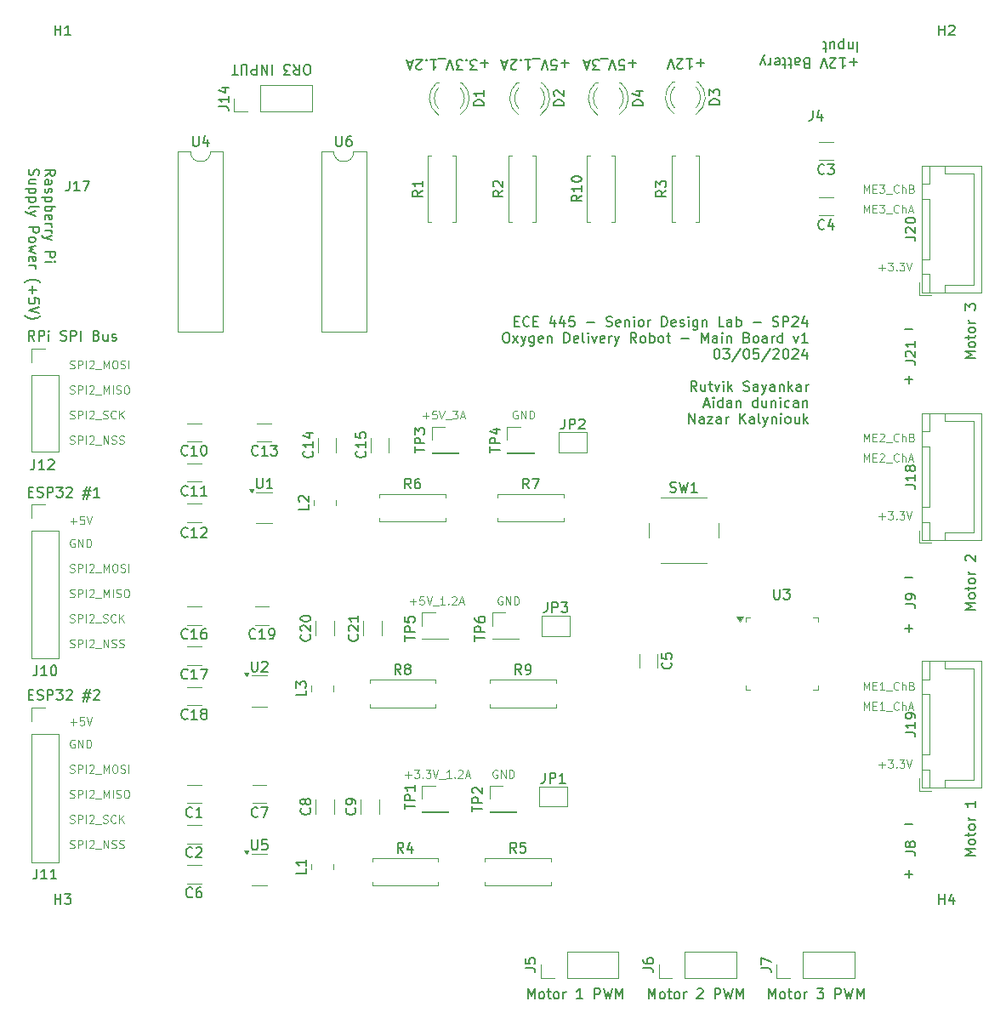
<source format=gbr>
%TF.GenerationSoftware,KiCad,Pcbnew,8.0.0*%
%TF.CreationDate,2024-03-05T12:45:20-06:00*%
%TF.ProjectId,MainBoard,4d61696e-426f-4617-9264-2e6b69636164,rev?*%
%TF.SameCoordinates,Original*%
%TF.FileFunction,Legend,Top*%
%TF.FilePolarity,Positive*%
%FSLAX46Y46*%
G04 Gerber Fmt 4.6, Leading zero omitted, Abs format (unit mm)*
G04 Created by KiCad (PCBNEW 8.0.0) date 2024-03-05 12:45:20*
%MOMM*%
%LPD*%
G01*
G04 APERTURE LIST*
%ADD10C,0.100000*%
%ADD11C,0.200000*%
%ADD12C,0.150000*%
%ADD13C,0.120000*%
G04 APERTURE END LIST*
D10*
X189756265Y-70592133D02*
X190365789Y-70592133D01*
X190061027Y-70896895D02*
X190061027Y-70287371D01*
X190670550Y-70096895D02*
X191165788Y-70096895D01*
X191165788Y-70096895D02*
X190899122Y-70401657D01*
X190899122Y-70401657D02*
X191013407Y-70401657D01*
X191013407Y-70401657D02*
X191089598Y-70439752D01*
X191089598Y-70439752D02*
X191127693Y-70477847D01*
X191127693Y-70477847D02*
X191165788Y-70554038D01*
X191165788Y-70554038D02*
X191165788Y-70744514D01*
X191165788Y-70744514D02*
X191127693Y-70820704D01*
X191127693Y-70820704D02*
X191089598Y-70858800D01*
X191089598Y-70858800D02*
X191013407Y-70896895D01*
X191013407Y-70896895D02*
X190784836Y-70896895D01*
X190784836Y-70896895D02*
X190708645Y-70858800D01*
X190708645Y-70858800D02*
X190670550Y-70820704D01*
X191508646Y-70820704D02*
X191546741Y-70858800D01*
X191546741Y-70858800D02*
X191508646Y-70896895D01*
X191508646Y-70896895D02*
X191470550Y-70858800D01*
X191470550Y-70858800D02*
X191508646Y-70820704D01*
X191508646Y-70820704D02*
X191508646Y-70896895D01*
X191813407Y-70096895D02*
X192308645Y-70096895D01*
X192308645Y-70096895D02*
X192041979Y-70401657D01*
X192041979Y-70401657D02*
X192156264Y-70401657D01*
X192156264Y-70401657D02*
X192232455Y-70439752D01*
X192232455Y-70439752D02*
X192270550Y-70477847D01*
X192270550Y-70477847D02*
X192308645Y-70554038D01*
X192308645Y-70554038D02*
X192308645Y-70744514D01*
X192308645Y-70744514D02*
X192270550Y-70820704D01*
X192270550Y-70820704D02*
X192232455Y-70858800D01*
X192232455Y-70858800D02*
X192156264Y-70896895D01*
X192156264Y-70896895D02*
X191927693Y-70896895D01*
X191927693Y-70896895D02*
X191851502Y-70858800D01*
X191851502Y-70858800D02*
X191813407Y-70820704D01*
X192537217Y-70096895D02*
X192803884Y-70896895D01*
X192803884Y-70896895D02*
X193070550Y-70096895D01*
X109218169Y-108358800D02*
X109332455Y-108396895D01*
X109332455Y-108396895D02*
X109522931Y-108396895D01*
X109522931Y-108396895D02*
X109599122Y-108358800D01*
X109599122Y-108358800D02*
X109637217Y-108320704D01*
X109637217Y-108320704D02*
X109675312Y-108244514D01*
X109675312Y-108244514D02*
X109675312Y-108168323D01*
X109675312Y-108168323D02*
X109637217Y-108092133D01*
X109637217Y-108092133D02*
X109599122Y-108054038D01*
X109599122Y-108054038D02*
X109522931Y-108015942D01*
X109522931Y-108015942D02*
X109370550Y-107977847D01*
X109370550Y-107977847D02*
X109294360Y-107939752D01*
X109294360Y-107939752D02*
X109256265Y-107901657D01*
X109256265Y-107901657D02*
X109218169Y-107825466D01*
X109218169Y-107825466D02*
X109218169Y-107749276D01*
X109218169Y-107749276D02*
X109256265Y-107673085D01*
X109256265Y-107673085D02*
X109294360Y-107634990D01*
X109294360Y-107634990D02*
X109370550Y-107596895D01*
X109370550Y-107596895D02*
X109561027Y-107596895D01*
X109561027Y-107596895D02*
X109675312Y-107634990D01*
X110018170Y-108396895D02*
X110018170Y-107596895D01*
X110018170Y-107596895D02*
X110322932Y-107596895D01*
X110322932Y-107596895D02*
X110399122Y-107634990D01*
X110399122Y-107634990D02*
X110437217Y-107673085D01*
X110437217Y-107673085D02*
X110475313Y-107749276D01*
X110475313Y-107749276D02*
X110475313Y-107863561D01*
X110475313Y-107863561D02*
X110437217Y-107939752D01*
X110437217Y-107939752D02*
X110399122Y-107977847D01*
X110399122Y-107977847D02*
X110322932Y-108015942D01*
X110322932Y-108015942D02*
X110018170Y-108015942D01*
X110818170Y-108396895D02*
X110818170Y-107596895D01*
X111161026Y-107673085D02*
X111199122Y-107634990D01*
X111199122Y-107634990D02*
X111275312Y-107596895D01*
X111275312Y-107596895D02*
X111465788Y-107596895D01*
X111465788Y-107596895D02*
X111541979Y-107634990D01*
X111541979Y-107634990D02*
X111580074Y-107673085D01*
X111580074Y-107673085D02*
X111618169Y-107749276D01*
X111618169Y-107749276D02*
X111618169Y-107825466D01*
X111618169Y-107825466D02*
X111580074Y-107939752D01*
X111580074Y-107939752D02*
X111122931Y-108396895D01*
X111122931Y-108396895D02*
X111618169Y-108396895D01*
X111770551Y-108473085D02*
X112380074Y-108473085D01*
X112570551Y-108396895D02*
X112570551Y-107596895D01*
X112570551Y-107596895D02*
X113027694Y-108396895D01*
X113027694Y-108396895D02*
X113027694Y-107596895D01*
X113370550Y-108358800D02*
X113484836Y-108396895D01*
X113484836Y-108396895D02*
X113675312Y-108396895D01*
X113675312Y-108396895D02*
X113751503Y-108358800D01*
X113751503Y-108358800D02*
X113789598Y-108320704D01*
X113789598Y-108320704D02*
X113827693Y-108244514D01*
X113827693Y-108244514D02*
X113827693Y-108168323D01*
X113827693Y-108168323D02*
X113789598Y-108092133D01*
X113789598Y-108092133D02*
X113751503Y-108054038D01*
X113751503Y-108054038D02*
X113675312Y-108015942D01*
X113675312Y-108015942D02*
X113522931Y-107977847D01*
X113522931Y-107977847D02*
X113446741Y-107939752D01*
X113446741Y-107939752D02*
X113408646Y-107901657D01*
X113408646Y-107901657D02*
X113370550Y-107825466D01*
X113370550Y-107825466D02*
X113370550Y-107749276D01*
X113370550Y-107749276D02*
X113408646Y-107673085D01*
X113408646Y-107673085D02*
X113446741Y-107634990D01*
X113446741Y-107634990D02*
X113522931Y-107596895D01*
X113522931Y-107596895D02*
X113713408Y-107596895D01*
X113713408Y-107596895D02*
X113827693Y-107634990D01*
X114132455Y-108358800D02*
X114246741Y-108396895D01*
X114246741Y-108396895D02*
X114437217Y-108396895D01*
X114437217Y-108396895D02*
X114513408Y-108358800D01*
X114513408Y-108358800D02*
X114551503Y-108320704D01*
X114551503Y-108320704D02*
X114589598Y-108244514D01*
X114589598Y-108244514D02*
X114589598Y-108168323D01*
X114589598Y-108168323D02*
X114551503Y-108092133D01*
X114551503Y-108092133D02*
X114513408Y-108054038D01*
X114513408Y-108054038D02*
X114437217Y-108015942D01*
X114437217Y-108015942D02*
X114284836Y-107977847D01*
X114284836Y-107977847D02*
X114208646Y-107939752D01*
X114208646Y-107939752D02*
X114170551Y-107901657D01*
X114170551Y-107901657D02*
X114132455Y-107825466D01*
X114132455Y-107825466D02*
X114132455Y-107749276D01*
X114132455Y-107749276D02*
X114170551Y-107673085D01*
X114170551Y-107673085D02*
X114208646Y-107634990D01*
X114208646Y-107634990D02*
X114284836Y-107596895D01*
X114284836Y-107596895D02*
X114475313Y-107596895D01*
X114475313Y-107596895D02*
X114589598Y-107634990D01*
D11*
X199367219Y-79630326D02*
X198367219Y-79630326D01*
X198367219Y-79630326D02*
X199081504Y-79296993D01*
X199081504Y-79296993D02*
X198367219Y-78963660D01*
X198367219Y-78963660D02*
X199367219Y-78963660D01*
X199367219Y-78344612D02*
X199319600Y-78439850D01*
X199319600Y-78439850D02*
X199271980Y-78487469D01*
X199271980Y-78487469D02*
X199176742Y-78535088D01*
X199176742Y-78535088D02*
X198891028Y-78535088D01*
X198891028Y-78535088D02*
X198795790Y-78487469D01*
X198795790Y-78487469D02*
X198748171Y-78439850D01*
X198748171Y-78439850D02*
X198700552Y-78344612D01*
X198700552Y-78344612D02*
X198700552Y-78201755D01*
X198700552Y-78201755D02*
X198748171Y-78106517D01*
X198748171Y-78106517D02*
X198795790Y-78058898D01*
X198795790Y-78058898D02*
X198891028Y-78011279D01*
X198891028Y-78011279D02*
X199176742Y-78011279D01*
X199176742Y-78011279D02*
X199271980Y-78058898D01*
X199271980Y-78058898D02*
X199319600Y-78106517D01*
X199319600Y-78106517D02*
X199367219Y-78201755D01*
X199367219Y-78201755D02*
X199367219Y-78344612D01*
X198700552Y-77725564D02*
X198700552Y-77344612D01*
X198367219Y-77582707D02*
X199224361Y-77582707D01*
X199224361Y-77582707D02*
X199319600Y-77535088D01*
X199319600Y-77535088D02*
X199367219Y-77439850D01*
X199367219Y-77439850D02*
X199367219Y-77344612D01*
X199367219Y-76868421D02*
X199319600Y-76963659D01*
X199319600Y-76963659D02*
X199271980Y-77011278D01*
X199271980Y-77011278D02*
X199176742Y-77058897D01*
X199176742Y-77058897D02*
X198891028Y-77058897D01*
X198891028Y-77058897D02*
X198795790Y-77011278D01*
X198795790Y-77011278D02*
X198748171Y-76963659D01*
X198748171Y-76963659D02*
X198700552Y-76868421D01*
X198700552Y-76868421D02*
X198700552Y-76725564D01*
X198700552Y-76725564D02*
X198748171Y-76630326D01*
X198748171Y-76630326D02*
X198795790Y-76582707D01*
X198795790Y-76582707D02*
X198891028Y-76535088D01*
X198891028Y-76535088D02*
X199176742Y-76535088D01*
X199176742Y-76535088D02*
X199271980Y-76582707D01*
X199271980Y-76582707D02*
X199319600Y-76630326D01*
X199319600Y-76630326D02*
X199367219Y-76725564D01*
X199367219Y-76725564D02*
X199367219Y-76868421D01*
X199367219Y-76106516D02*
X198700552Y-76106516D01*
X198891028Y-76106516D02*
X198795790Y-76058897D01*
X198795790Y-76058897D02*
X198748171Y-76011278D01*
X198748171Y-76011278D02*
X198700552Y-75916040D01*
X198700552Y-75916040D02*
X198700552Y-75820802D01*
X198367219Y-74820801D02*
X198367219Y-74201754D01*
X198367219Y-74201754D02*
X198748171Y-74535087D01*
X198748171Y-74535087D02*
X198748171Y-74392230D01*
X198748171Y-74392230D02*
X198795790Y-74296992D01*
X198795790Y-74296992D02*
X198843409Y-74249373D01*
X198843409Y-74249373D02*
X198938647Y-74201754D01*
X198938647Y-74201754D02*
X199176742Y-74201754D01*
X199176742Y-74201754D02*
X199271980Y-74249373D01*
X199271980Y-74249373D02*
X199319600Y-74296992D01*
X199319600Y-74296992D02*
X199367219Y-74392230D01*
X199367219Y-74392230D02*
X199367219Y-74677944D01*
X199367219Y-74677944D02*
X199319600Y-74773182D01*
X199319600Y-74773182D02*
X199271980Y-74820801D01*
X192369673Y-101486266D02*
X193131578Y-101486266D01*
D10*
X109256265Y-95842133D02*
X109865789Y-95842133D01*
X109561027Y-96146895D02*
X109561027Y-95537371D01*
X110627693Y-95346895D02*
X110246741Y-95346895D01*
X110246741Y-95346895D02*
X110208645Y-95727847D01*
X110208645Y-95727847D02*
X110246741Y-95689752D01*
X110246741Y-95689752D02*
X110322931Y-95651657D01*
X110322931Y-95651657D02*
X110513407Y-95651657D01*
X110513407Y-95651657D02*
X110589598Y-95689752D01*
X110589598Y-95689752D02*
X110627693Y-95727847D01*
X110627693Y-95727847D02*
X110665788Y-95804038D01*
X110665788Y-95804038D02*
X110665788Y-95994514D01*
X110665788Y-95994514D02*
X110627693Y-96070704D01*
X110627693Y-96070704D02*
X110589598Y-96108800D01*
X110589598Y-96108800D02*
X110513407Y-96146895D01*
X110513407Y-96146895D02*
X110322931Y-96146895D01*
X110322931Y-96146895D02*
X110246741Y-96108800D01*
X110246741Y-96108800D02*
X110208645Y-96070704D01*
X110894360Y-95346895D02*
X111161027Y-96146895D01*
X111161027Y-96146895D02*
X111427693Y-95346895D01*
X109218169Y-128358800D02*
X109332455Y-128396895D01*
X109332455Y-128396895D02*
X109522931Y-128396895D01*
X109522931Y-128396895D02*
X109599122Y-128358800D01*
X109599122Y-128358800D02*
X109637217Y-128320704D01*
X109637217Y-128320704D02*
X109675312Y-128244514D01*
X109675312Y-128244514D02*
X109675312Y-128168323D01*
X109675312Y-128168323D02*
X109637217Y-128092133D01*
X109637217Y-128092133D02*
X109599122Y-128054038D01*
X109599122Y-128054038D02*
X109522931Y-128015942D01*
X109522931Y-128015942D02*
X109370550Y-127977847D01*
X109370550Y-127977847D02*
X109294360Y-127939752D01*
X109294360Y-127939752D02*
X109256265Y-127901657D01*
X109256265Y-127901657D02*
X109218169Y-127825466D01*
X109218169Y-127825466D02*
X109218169Y-127749276D01*
X109218169Y-127749276D02*
X109256265Y-127673085D01*
X109256265Y-127673085D02*
X109294360Y-127634990D01*
X109294360Y-127634990D02*
X109370550Y-127596895D01*
X109370550Y-127596895D02*
X109561027Y-127596895D01*
X109561027Y-127596895D02*
X109675312Y-127634990D01*
X110018170Y-128396895D02*
X110018170Y-127596895D01*
X110018170Y-127596895D02*
X110322932Y-127596895D01*
X110322932Y-127596895D02*
X110399122Y-127634990D01*
X110399122Y-127634990D02*
X110437217Y-127673085D01*
X110437217Y-127673085D02*
X110475313Y-127749276D01*
X110475313Y-127749276D02*
X110475313Y-127863561D01*
X110475313Y-127863561D02*
X110437217Y-127939752D01*
X110437217Y-127939752D02*
X110399122Y-127977847D01*
X110399122Y-127977847D02*
X110322932Y-128015942D01*
X110322932Y-128015942D02*
X110018170Y-128015942D01*
X110818170Y-128396895D02*
X110818170Y-127596895D01*
X111161026Y-127673085D02*
X111199122Y-127634990D01*
X111199122Y-127634990D02*
X111275312Y-127596895D01*
X111275312Y-127596895D02*
X111465788Y-127596895D01*
X111465788Y-127596895D02*
X111541979Y-127634990D01*
X111541979Y-127634990D02*
X111580074Y-127673085D01*
X111580074Y-127673085D02*
X111618169Y-127749276D01*
X111618169Y-127749276D02*
X111618169Y-127825466D01*
X111618169Y-127825466D02*
X111580074Y-127939752D01*
X111580074Y-127939752D02*
X111122931Y-128396895D01*
X111122931Y-128396895D02*
X111618169Y-128396895D01*
X111770551Y-128473085D02*
X112380074Y-128473085D01*
X112570551Y-128396895D02*
X112570551Y-127596895D01*
X112570551Y-127596895D02*
X113027694Y-128396895D01*
X113027694Y-128396895D02*
X113027694Y-127596895D01*
X113370550Y-128358800D02*
X113484836Y-128396895D01*
X113484836Y-128396895D02*
X113675312Y-128396895D01*
X113675312Y-128396895D02*
X113751503Y-128358800D01*
X113751503Y-128358800D02*
X113789598Y-128320704D01*
X113789598Y-128320704D02*
X113827693Y-128244514D01*
X113827693Y-128244514D02*
X113827693Y-128168323D01*
X113827693Y-128168323D02*
X113789598Y-128092133D01*
X113789598Y-128092133D02*
X113751503Y-128054038D01*
X113751503Y-128054038D02*
X113675312Y-128015942D01*
X113675312Y-128015942D02*
X113522931Y-127977847D01*
X113522931Y-127977847D02*
X113446741Y-127939752D01*
X113446741Y-127939752D02*
X113408646Y-127901657D01*
X113408646Y-127901657D02*
X113370550Y-127825466D01*
X113370550Y-127825466D02*
X113370550Y-127749276D01*
X113370550Y-127749276D02*
X113408646Y-127673085D01*
X113408646Y-127673085D02*
X113446741Y-127634990D01*
X113446741Y-127634990D02*
X113522931Y-127596895D01*
X113522931Y-127596895D02*
X113713408Y-127596895D01*
X113713408Y-127596895D02*
X113827693Y-127634990D01*
X114132455Y-128358800D02*
X114246741Y-128396895D01*
X114246741Y-128396895D02*
X114437217Y-128396895D01*
X114437217Y-128396895D02*
X114513408Y-128358800D01*
X114513408Y-128358800D02*
X114551503Y-128320704D01*
X114551503Y-128320704D02*
X114589598Y-128244514D01*
X114589598Y-128244514D02*
X114589598Y-128168323D01*
X114589598Y-128168323D02*
X114551503Y-128092133D01*
X114551503Y-128092133D02*
X114513408Y-128054038D01*
X114513408Y-128054038D02*
X114437217Y-128015942D01*
X114437217Y-128015942D02*
X114284836Y-127977847D01*
X114284836Y-127977847D02*
X114208646Y-127939752D01*
X114208646Y-127939752D02*
X114170551Y-127901657D01*
X114170551Y-127901657D02*
X114132455Y-127825466D01*
X114132455Y-127825466D02*
X114132455Y-127749276D01*
X114132455Y-127749276D02*
X114170551Y-127673085D01*
X114170551Y-127673085D02*
X114208646Y-127634990D01*
X114208646Y-127634990D02*
X114284836Y-127596895D01*
X114284836Y-127596895D02*
X114475313Y-127596895D01*
X114475313Y-127596895D02*
X114589598Y-127634990D01*
D11*
X192369673Y-81736266D02*
X193131578Y-81736266D01*
X192750625Y-82117219D02*
X192750625Y-81355314D01*
D10*
X109218169Y-125858800D02*
X109332455Y-125896895D01*
X109332455Y-125896895D02*
X109522931Y-125896895D01*
X109522931Y-125896895D02*
X109599122Y-125858800D01*
X109599122Y-125858800D02*
X109637217Y-125820704D01*
X109637217Y-125820704D02*
X109675312Y-125744514D01*
X109675312Y-125744514D02*
X109675312Y-125668323D01*
X109675312Y-125668323D02*
X109637217Y-125592133D01*
X109637217Y-125592133D02*
X109599122Y-125554038D01*
X109599122Y-125554038D02*
X109522931Y-125515942D01*
X109522931Y-125515942D02*
X109370550Y-125477847D01*
X109370550Y-125477847D02*
X109294360Y-125439752D01*
X109294360Y-125439752D02*
X109256265Y-125401657D01*
X109256265Y-125401657D02*
X109218169Y-125325466D01*
X109218169Y-125325466D02*
X109218169Y-125249276D01*
X109218169Y-125249276D02*
X109256265Y-125173085D01*
X109256265Y-125173085D02*
X109294360Y-125134990D01*
X109294360Y-125134990D02*
X109370550Y-125096895D01*
X109370550Y-125096895D02*
X109561027Y-125096895D01*
X109561027Y-125096895D02*
X109675312Y-125134990D01*
X110018170Y-125896895D02*
X110018170Y-125096895D01*
X110018170Y-125096895D02*
X110322932Y-125096895D01*
X110322932Y-125096895D02*
X110399122Y-125134990D01*
X110399122Y-125134990D02*
X110437217Y-125173085D01*
X110437217Y-125173085D02*
X110475313Y-125249276D01*
X110475313Y-125249276D02*
X110475313Y-125363561D01*
X110475313Y-125363561D02*
X110437217Y-125439752D01*
X110437217Y-125439752D02*
X110399122Y-125477847D01*
X110399122Y-125477847D02*
X110322932Y-125515942D01*
X110322932Y-125515942D02*
X110018170Y-125515942D01*
X110818170Y-125896895D02*
X110818170Y-125096895D01*
X111161026Y-125173085D02*
X111199122Y-125134990D01*
X111199122Y-125134990D02*
X111275312Y-125096895D01*
X111275312Y-125096895D02*
X111465788Y-125096895D01*
X111465788Y-125096895D02*
X111541979Y-125134990D01*
X111541979Y-125134990D02*
X111580074Y-125173085D01*
X111580074Y-125173085D02*
X111618169Y-125249276D01*
X111618169Y-125249276D02*
X111618169Y-125325466D01*
X111618169Y-125325466D02*
X111580074Y-125439752D01*
X111580074Y-125439752D02*
X111122931Y-125896895D01*
X111122931Y-125896895D02*
X111618169Y-125896895D01*
X111770551Y-125973085D02*
X112380074Y-125973085D01*
X112532455Y-125858800D02*
X112646741Y-125896895D01*
X112646741Y-125896895D02*
X112837217Y-125896895D01*
X112837217Y-125896895D02*
X112913408Y-125858800D01*
X112913408Y-125858800D02*
X112951503Y-125820704D01*
X112951503Y-125820704D02*
X112989598Y-125744514D01*
X112989598Y-125744514D02*
X112989598Y-125668323D01*
X112989598Y-125668323D02*
X112951503Y-125592133D01*
X112951503Y-125592133D02*
X112913408Y-125554038D01*
X112913408Y-125554038D02*
X112837217Y-125515942D01*
X112837217Y-125515942D02*
X112684836Y-125477847D01*
X112684836Y-125477847D02*
X112608646Y-125439752D01*
X112608646Y-125439752D02*
X112570551Y-125401657D01*
X112570551Y-125401657D02*
X112532455Y-125325466D01*
X112532455Y-125325466D02*
X112532455Y-125249276D01*
X112532455Y-125249276D02*
X112570551Y-125173085D01*
X112570551Y-125173085D02*
X112608646Y-125134990D01*
X112608646Y-125134990D02*
X112684836Y-125096895D01*
X112684836Y-125096895D02*
X112875313Y-125096895D01*
X112875313Y-125096895D02*
X112989598Y-125134990D01*
X113789599Y-125820704D02*
X113751503Y-125858800D01*
X113751503Y-125858800D02*
X113637218Y-125896895D01*
X113637218Y-125896895D02*
X113561027Y-125896895D01*
X113561027Y-125896895D02*
X113446741Y-125858800D01*
X113446741Y-125858800D02*
X113370551Y-125782609D01*
X113370551Y-125782609D02*
X113332456Y-125706419D01*
X113332456Y-125706419D02*
X113294360Y-125554038D01*
X113294360Y-125554038D02*
X113294360Y-125439752D01*
X113294360Y-125439752D02*
X113332456Y-125287371D01*
X113332456Y-125287371D02*
X113370551Y-125211180D01*
X113370551Y-125211180D02*
X113446741Y-125134990D01*
X113446741Y-125134990D02*
X113561027Y-125096895D01*
X113561027Y-125096895D02*
X113637218Y-125096895D01*
X113637218Y-125096895D02*
X113751503Y-125134990D01*
X113751503Y-125134990D02*
X113789599Y-125173085D01*
X114132456Y-125896895D02*
X114132456Y-125096895D01*
X114589599Y-125896895D02*
X114246741Y-125439752D01*
X114589599Y-125096895D02*
X114132456Y-125554038D01*
X109218169Y-120858800D02*
X109332455Y-120896895D01*
X109332455Y-120896895D02*
X109522931Y-120896895D01*
X109522931Y-120896895D02*
X109599122Y-120858800D01*
X109599122Y-120858800D02*
X109637217Y-120820704D01*
X109637217Y-120820704D02*
X109675312Y-120744514D01*
X109675312Y-120744514D02*
X109675312Y-120668323D01*
X109675312Y-120668323D02*
X109637217Y-120592133D01*
X109637217Y-120592133D02*
X109599122Y-120554038D01*
X109599122Y-120554038D02*
X109522931Y-120515942D01*
X109522931Y-120515942D02*
X109370550Y-120477847D01*
X109370550Y-120477847D02*
X109294360Y-120439752D01*
X109294360Y-120439752D02*
X109256265Y-120401657D01*
X109256265Y-120401657D02*
X109218169Y-120325466D01*
X109218169Y-120325466D02*
X109218169Y-120249276D01*
X109218169Y-120249276D02*
X109256265Y-120173085D01*
X109256265Y-120173085D02*
X109294360Y-120134990D01*
X109294360Y-120134990D02*
X109370550Y-120096895D01*
X109370550Y-120096895D02*
X109561027Y-120096895D01*
X109561027Y-120096895D02*
X109675312Y-120134990D01*
X110018170Y-120896895D02*
X110018170Y-120096895D01*
X110018170Y-120096895D02*
X110322932Y-120096895D01*
X110322932Y-120096895D02*
X110399122Y-120134990D01*
X110399122Y-120134990D02*
X110437217Y-120173085D01*
X110437217Y-120173085D02*
X110475313Y-120249276D01*
X110475313Y-120249276D02*
X110475313Y-120363561D01*
X110475313Y-120363561D02*
X110437217Y-120439752D01*
X110437217Y-120439752D02*
X110399122Y-120477847D01*
X110399122Y-120477847D02*
X110322932Y-120515942D01*
X110322932Y-120515942D02*
X110018170Y-120515942D01*
X110818170Y-120896895D02*
X110818170Y-120096895D01*
X111161026Y-120173085D02*
X111199122Y-120134990D01*
X111199122Y-120134990D02*
X111275312Y-120096895D01*
X111275312Y-120096895D02*
X111465788Y-120096895D01*
X111465788Y-120096895D02*
X111541979Y-120134990D01*
X111541979Y-120134990D02*
X111580074Y-120173085D01*
X111580074Y-120173085D02*
X111618169Y-120249276D01*
X111618169Y-120249276D02*
X111618169Y-120325466D01*
X111618169Y-120325466D02*
X111580074Y-120439752D01*
X111580074Y-120439752D02*
X111122931Y-120896895D01*
X111122931Y-120896895D02*
X111618169Y-120896895D01*
X111770551Y-120973085D02*
X112380074Y-120973085D01*
X112570551Y-120896895D02*
X112570551Y-120096895D01*
X112570551Y-120096895D02*
X112837217Y-120668323D01*
X112837217Y-120668323D02*
X113103884Y-120096895D01*
X113103884Y-120096895D02*
X113103884Y-120896895D01*
X113637218Y-120096895D02*
X113789599Y-120096895D01*
X113789599Y-120096895D02*
X113865789Y-120134990D01*
X113865789Y-120134990D02*
X113941980Y-120211180D01*
X113941980Y-120211180D02*
X113980075Y-120363561D01*
X113980075Y-120363561D02*
X113980075Y-120630228D01*
X113980075Y-120630228D02*
X113941980Y-120782609D01*
X113941980Y-120782609D02*
X113865789Y-120858800D01*
X113865789Y-120858800D02*
X113789599Y-120896895D01*
X113789599Y-120896895D02*
X113637218Y-120896895D01*
X113637218Y-120896895D02*
X113561027Y-120858800D01*
X113561027Y-120858800D02*
X113484837Y-120782609D01*
X113484837Y-120782609D02*
X113446741Y-120630228D01*
X113446741Y-120630228D02*
X113446741Y-120363561D01*
X113446741Y-120363561D02*
X113484837Y-120211180D01*
X113484837Y-120211180D02*
X113561027Y-120134990D01*
X113561027Y-120134990D02*
X113637218Y-120096895D01*
X114284836Y-120858800D02*
X114399122Y-120896895D01*
X114399122Y-120896895D02*
X114589598Y-120896895D01*
X114589598Y-120896895D02*
X114665789Y-120858800D01*
X114665789Y-120858800D02*
X114703884Y-120820704D01*
X114703884Y-120820704D02*
X114741979Y-120744514D01*
X114741979Y-120744514D02*
X114741979Y-120668323D01*
X114741979Y-120668323D02*
X114703884Y-120592133D01*
X114703884Y-120592133D02*
X114665789Y-120554038D01*
X114665789Y-120554038D02*
X114589598Y-120515942D01*
X114589598Y-120515942D02*
X114437217Y-120477847D01*
X114437217Y-120477847D02*
X114361027Y-120439752D01*
X114361027Y-120439752D02*
X114322932Y-120401657D01*
X114322932Y-120401657D02*
X114284836Y-120325466D01*
X114284836Y-120325466D02*
X114284836Y-120249276D01*
X114284836Y-120249276D02*
X114322932Y-120173085D01*
X114322932Y-120173085D02*
X114361027Y-120134990D01*
X114361027Y-120134990D02*
X114437217Y-120096895D01*
X114437217Y-120096895D02*
X114627694Y-120096895D01*
X114627694Y-120096895D02*
X114741979Y-120134990D01*
X115084837Y-120896895D02*
X115084837Y-120096895D01*
X109218169Y-83108800D02*
X109332455Y-83146895D01*
X109332455Y-83146895D02*
X109522931Y-83146895D01*
X109522931Y-83146895D02*
X109599122Y-83108800D01*
X109599122Y-83108800D02*
X109637217Y-83070704D01*
X109637217Y-83070704D02*
X109675312Y-82994514D01*
X109675312Y-82994514D02*
X109675312Y-82918323D01*
X109675312Y-82918323D02*
X109637217Y-82842133D01*
X109637217Y-82842133D02*
X109599122Y-82804038D01*
X109599122Y-82804038D02*
X109522931Y-82765942D01*
X109522931Y-82765942D02*
X109370550Y-82727847D01*
X109370550Y-82727847D02*
X109294360Y-82689752D01*
X109294360Y-82689752D02*
X109256265Y-82651657D01*
X109256265Y-82651657D02*
X109218169Y-82575466D01*
X109218169Y-82575466D02*
X109218169Y-82499276D01*
X109218169Y-82499276D02*
X109256265Y-82423085D01*
X109256265Y-82423085D02*
X109294360Y-82384990D01*
X109294360Y-82384990D02*
X109370550Y-82346895D01*
X109370550Y-82346895D02*
X109561027Y-82346895D01*
X109561027Y-82346895D02*
X109675312Y-82384990D01*
X110018170Y-83146895D02*
X110018170Y-82346895D01*
X110018170Y-82346895D02*
X110322932Y-82346895D01*
X110322932Y-82346895D02*
X110399122Y-82384990D01*
X110399122Y-82384990D02*
X110437217Y-82423085D01*
X110437217Y-82423085D02*
X110475313Y-82499276D01*
X110475313Y-82499276D02*
X110475313Y-82613561D01*
X110475313Y-82613561D02*
X110437217Y-82689752D01*
X110437217Y-82689752D02*
X110399122Y-82727847D01*
X110399122Y-82727847D02*
X110322932Y-82765942D01*
X110322932Y-82765942D02*
X110018170Y-82765942D01*
X110818170Y-83146895D02*
X110818170Y-82346895D01*
X111161026Y-82423085D02*
X111199122Y-82384990D01*
X111199122Y-82384990D02*
X111275312Y-82346895D01*
X111275312Y-82346895D02*
X111465788Y-82346895D01*
X111465788Y-82346895D02*
X111541979Y-82384990D01*
X111541979Y-82384990D02*
X111580074Y-82423085D01*
X111580074Y-82423085D02*
X111618169Y-82499276D01*
X111618169Y-82499276D02*
X111618169Y-82575466D01*
X111618169Y-82575466D02*
X111580074Y-82689752D01*
X111580074Y-82689752D02*
X111122931Y-83146895D01*
X111122931Y-83146895D02*
X111618169Y-83146895D01*
X111770551Y-83223085D02*
X112380074Y-83223085D01*
X112570551Y-83146895D02*
X112570551Y-82346895D01*
X112570551Y-82346895D02*
X112837217Y-82918323D01*
X112837217Y-82918323D02*
X113103884Y-82346895D01*
X113103884Y-82346895D02*
X113103884Y-83146895D01*
X113484837Y-83146895D02*
X113484837Y-82346895D01*
X113827693Y-83108800D02*
X113941979Y-83146895D01*
X113941979Y-83146895D02*
X114132455Y-83146895D01*
X114132455Y-83146895D02*
X114208646Y-83108800D01*
X114208646Y-83108800D02*
X114246741Y-83070704D01*
X114246741Y-83070704D02*
X114284836Y-82994514D01*
X114284836Y-82994514D02*
X114284836Y-82918323D01*
X114284836Y-82918323D02*
X114246741Y-82842133D01*
X114246741Y-82842133D02*
X114208646Y-82804038D01*
X114208646Y-82804038D02*
X114132455Y-82765942D01*
X114132455Y-82765942D02*
X113980074Y-82727847D01*
X113980074Y-82727847D02*
X113903884Y-82689752D01*
X113903884Y-82689752D02*
X113865789Y-82651657D01*
X113865789Y-82651657D02*
X113827693Y-82575466D01*
X113827693Y-82575466D02*
X113827693Y-82499276D01*
X113827693Y-82499276D02*
X113865789Y-82423085D01*
X113865789Y-82423085D02*
X113903884Y-82384990D01*
X113903884Y-82384990D02*
X113980074Y-82346895D01*
X113980074Y-82346895D02*
X114170551Y-82346895D01*
X114170551Y-82346895D02*
X114284836Y-82384990D01*
X114780075Y-82346895D02*
X114932456Y-82346895D01*
X114932456Y-82346895D02*
X115008646Y-82384990D01*
X115008646Y-82384990D02*
X115084837Y-82461180D01*
X115084837Y-82461180D02*
X115122932Y-82613561D01*
X115122932Y-82613561D02*
X115122932Y-82880228D01*
X115122932Y-82880228D02*
X115084837Y-83032609D01*
X115084837Y-83032609D02*
X115008646Y-83108800D01*
X115008646Y-83108800D02*
X114932456Y-83146895D01*
X114932456Y-83146895D02*
X114780075Y-83146895D01*
X114780075Y-83146895D02*
X114703884Y-83108800D01*
X114703884Y-83108800D02*
X114627694Y-83032609D01*
X114627694Y-83032609D02*
X114589598Y-82880228D01*
X114589598Y-82880228D02*
X114589598Y-82613561D01*
X114589598Y-82613561D02*
X114627694Y-82461180D01*
X114627694Y-82461180D02*
X114703884Y-82384990D01*
X114703884Y-82384990D02*
X114780075Y-82346895D01*
D11*
X178829673Y-143367219D02*
X178829673Y-142367219D01*
X178829673Y-142367219D02*
X179163006Y-143081504D01*
X179163006Y-143081504D02*
X179496339Y-142367219D01*
X179496339Y-142367219D02*
X179496339Y-143367219D01*
X180115387Y-143367219D02*
X180020149Y-143319600D01*
X180020149Y-143319600D02*
X179972530Y-143271980D01*
X179972530Y-143271980D02*
X179924911Y-143176742D01*
X179924911Y-143176742D02*
X179924911Y-142891028D01*
X179924911Y-142891028D02*
X179972530Y-142795790D01*
X179972530Y-142795790D02*
X180020149Y-142748171D01*
X180020149Y-142748171D02*
X180115387Y-142700552D01*
X180115387Y-142700552D02*
X180258244Y-142700552D01*
X180258244Y-142700552D02*
X180353482Y-142748171D01*
X180353482Y-142748171D02*
X180401101Y-142795790D01*
X180401101Y-142795790D02*
X180448720Y-142891028D01*
X180448720Y-142891028D02*
X180448720Y-143176742D01*
X180448720Y-143176742D02*
X180401101Y-143271980D01*
X180401101Y-143271980D02*
X180353482Y-143319600D01*
X180353482Y-143319600D02*
X180258244Y-143367219D01*
X180258244Y-143367219D02*
X180115387Y-143367219D01*
X180734435Y-142700552D02*
X181115387Y-142700552D01*
X180877292Y-142367219D02*
X180877292Y-143224361D01*
X180877292Y-143224361D02*
X180924911Y-143319600D01*
X180924911Y-143319600D02*
X181020149Y-143367219D01*
X181020149Y-143367219D02*
X181115387Y-143367219D01*
X181591578Y-143367219D02*
X181496340Y-143319600D01*
X181496340Y-143319600D02*
X181448721Y-143271980D01*
X181448721Y-143271980D02*
X181401102Y-143176742D01*
X181401102Y-143176742D02*
X181401102Y-142891028D01*
X181401102Y-142891028D02*
X181448721Y-142795790D01*
X181448721Y-142795790D02*
X181496340Y-142748171D01*
X181496340Y-142748171D02*
X181591578Y-142700552D01*
X181591578Y-142700552D02*
X181734435Y-142700552D01*
X181734435Y-142700552D02*
X181829673Y-142748171D01*
X181829673Y-142748171D02*
X181877292Y-142795790D01*
X181877292Y-142795790D02*
X181924911Y-142891028D01*
X181924911Y-142891028D02*
X181924911Y-143176742D01*
X181924911Y-143176742D02*
X181877292Y-143271980D01*
X181877292Y-143271980D02*
X181829673Y-143319600D01*
X181829673Y-143319600D02*
X181734435Y-143367219D01*
X181734435Y-143367219D02*
X181591578Y-143367219D01*
X182353483Y-143367219D02*
X182353483Y-142700552D01*
X182353483Y-142891028D02*
X182401102Y-142795790D01*
X182401102Y-142795790D02*
X182448721Y-142748171D01*
X182448721Y-142748171D02*
X182543959Y-142700552D01*
X182543959Y-142700552D02*
X182639197Y-142700552D01*
X183639198Y-142367219D02*
X184258245Y-142367219D01*
X184258245Y-142367219D02*
X183924912Y-142748171D01*
X183924912Y-142748171D02*
X184067769Y-142748171D01*
X184067769Y-142748171D02*
X184163007Y-142795790D01*
X184163007Y-142795790D02*
X184210626Y-142843409D01*
X184210626Y-142843409D02*
X184258245Y-142938647D01*
X184258245Y-142938647D02*
X184258245Y-143176742D01*
X184258245Y-143176742D02*
X184210626Y-143271980D01*
X184210626Y-143271980D02*
X184163007Y-143319600D01*
X184163007Y-143319600D02*
X184067769Y-143367219D01*
X184067769Y-143367219D02*
X183782055Y-143367219D01*
X183782055Y-143367219D02*
X183686817Y-143319600D01*
X183686817Y-143319600D02*
X183639198Y-143271980D01*
X185448722Y-143367219D02*
X185448722Y-142367219D01*
X185448722Y-142367219D02*
X185829674Y-142367219D01*
X185829674Y-142367219D02*
X185924912Y-142414838D01*
X185924912Y-142414838D02*
X185972531Y-142462457D01*
X185972531Y-142462457D02*
X186020150Y-142557695D01*
X186020150Y-142557695D02*
X186020150Y-142700552D01*
X186020150Y-142700552D02*
X185972531Y-142795790D01*
X185972531Y-142795790D02*
X185924912Y-142843409D01*
X185924912Y-142843409D02*
X185829674Y-142891028D01*
X185829674Y-142891028D02*
X185448722Y-142891028D01*
X186353484Y-142367219D02*
X186591579Y-143367219D01*
X186591579Y-143367219D02*
X186782055Y-142652933D01*
X186782055Y-142652933D02*
X186972531Y-143367219D01*
X186972531Y-143367219D02*
X187210627Y-142367219D01*
X187591579Y-143367219D02*
X187591579Y-142367219D01*
X187591579Y-142367219D02*
X187924912Y-143081504D01*
X187924912Y-143081504D02*
X188258245Y-142367219D01*
X188258245Y-142367219D02*
X188258245Y-143367219D01*
D10*
X151762812Y-120634990D02*
X151686622Y-120596895D01*
X151686622Y-120596895D02*
X151572336Y-120596895D01*
X151572336Y-120596895D02*
X151458050Y-120634990D01*
X151458050Y-120634990D02*
X151381860Y-120711180D01*
X151381860Y-120711180D02*
X151343765Y-120787371D01*
X151343765Y-120787371D02*
X151305669Y-120939752D01*
X151305669Y-120939752D02*
X151305669Y-121054038D01*
X151305669Y-121054038D02*
X151343765Y-121206419D01*
X151343765Y-121206419D02*
X151381860Y-121282609D01*
X151381860Y-121282609D02*
X151458050Y-121358800D01*
X151458050Y-121358800D02*
X151572336Y-121396895D01*
X151572336Y-121396895D02*
X151648527Y-121396895D01*
X151648527Y-121396895D02*
X151762812Y-121358800D01*
X151762812Y-121358800D02*
X151800908Y-121320704D01*
X151800908Y-121320704D02*
X151800908Y-121054038D01*
X151800908Y-121054038D02*
X151648527Y-121054038D01*
X152143765Y-121396895D02*
X152143765Y-120596895D01*
X152143765Y-120596895D02*
X152600908Y-121396895D01*
X152600908Y-121396895D02*
X152600908Y-120596895D01*
X152981860Y-121396895D02*
X152981860Y-120596895D01*
X152981860Y-120596895D02*
X153172336Y-120596895D01*
X153172336Y-120596895D02*
X153286622Y-120634990D01*
X153286622Y-120634990D02*
X153362812Y-120711180D01*
X153362812Y-120711180D02*
X153400907Y-120787371D01*
X153400907Y-120787371D02*
X153439003Y-120939752D01*
X153439003Y-120939752D02*
X153439003Y-121054038D01*
X153439003Y-121054038D02*
X153400907Y-121206419D01*
X153400907Y-121206419D02*
X153362812Y-121282609D01*
X153362812Y-121282609D02*
X153286622Y-121358800D01*
X153286622Y-121358800D02*
X153172336Y-121396895D01*
X153172336Y-121396895D02*
X152981860Y-121396895D01*
X189756265Y-120092133D02*
X190365789Y-120092133D01*
X190061027Y-120396895D02*
X190061027Y-119787371D01*
X190670550Y-119596895D02*
X191165788Y-119596895D01*
X191165788Y-119596895D02*
X190899122Y-119901657D01*
X190899122Y-119901657D02*
X191013407Y-119901657D01*
X191013407Y-119901657D02*
X191089598Y-119939752D01*
X191089598Y-119939752D02*
X191127693Y-119977847D01*
X191127693Y-119977847D02*
X191165788Y-120054038D01*
X191165788Y-120054038D02*
X191165788Y-120244514D01*
X191165788Y-120244514D02*
X191127693Y-120320704D01*
X191127693Y-120320704D02*
X191089598Y-120358800D01*
X191089598Y-120358800D02*
X191013407Y-120396895D01*
X191013407Y-120396895D02*
X190784836Y-120396895D01*
X190784836Y-120396895D02*
X190708645Y-120358800D01*
X190708645Y-120358800D02*
X190670550Y-120320704D01*
X191508646Y-120320704D02*
X191546741Y-120358800D01*
X191546741Y-120358800D02*
X191508646Y-120396895D01*
X191508646Y-120396895D02*
X191470550Y-120358800D01*
X191470550Y-120358800D02*
X191508646Y-120320704D01*
X191508646Y-120320704D02*
X191508646Y-120396895D01*
X191813407Y-119596895D02*
X192308645Y-119596895D01*
X192308645Y-119596895D02*
X192041979Y-119901657D01*
X192041979Y-119901657D02*
X192156264Y-119901657D01*
X192156264Y-119901657D02*
X192232455Y-119939752D01*
X192232455Y-119939752D02*
X192270550Y-119977847D01*
X192270550Y-119977847D02*
X192308645Y-120054038D01*
X192308645Y-120054038D02*
X192308645Y-120244514D01*
X192308645Y-120244514D02*
X192270550Y-120320704D01*
X192270550Y-120320704D02*
X192232455Y-120358800D01*
X192232455Y-120358800D02*
X192156264Y-120396895D01*
X192156264Y-120396895D02*
X191927693Y-120396895D01*
X191927693Y-120396895D02*
X191851502Y-120358800D01*
X191851502Y-120358800D02*
X191813407Y-120320704D01*
X192537217Y-119596895D02*
X192803884Y-120396895D01*
X192803884Y-120396895D02*
X193070550Y-119596895D01*
X188256265Y-112646895D02*
X188256265Y-111846895D01*
X188256265Y-111846895D02*
X188522931Y-112418323D01*
X188522931Y-112418323D02*
X188789598Y-111846895D01*
X188789598Y-111846895D02*
X188789598Y-112646895D01*
X189170551Y-112227847D02*
X189437217Y-112227847D01*
X189551503Y-112646895D02*
X189170551Y-112646895D01*
X189170551Y-112646895D02*
X189170551Y-111846895D01*
X189170551Y-111846895D02*
X189551503Y-111846895D01*
X190313408Y-112646895D02*
X189856265Y-112646895D01*
X190084837Y-112646895D02*
X190084837Y-111846895D01*
X190084837Y-111846895D02*
X190008646Y-111961180D01*
X190008646Y-111961180D02*
X189932456Y-112037371D01*
X189932456Y-112037371D02*
X189856265Y-112075466D01*
X190465790Y-112723085D02*
X191075313Y-112723085D01*
X191722933Y-112570704D02*
X191684837Y-112608800D01*
X191684837Y-112608800D02*
X191570552Y-112646895D01*
X191570552Y-112646895D02*
X191494361Y-112646895D01*
X191494361Y-112646895D02*
X191380075Y-112608800D01*
X191380075Y-112608800D02*
X191303885Y-112532609D01*
X191303885Y-112532609D02*
X191265790Y-112456419D01*
X191265790Y-112456419D02*
X191227694Y-112304038D01*
X191227694Y-112304038D02*
X191227694Y-112189752D01*
X191227694Y-112189752D02*
X191265790Y-112037371D01*
X191265790Y-112037371D02*
X191303885Y-111961180D01*
X191303885Y-111961180D02*
X191380075Y-111884990D01*
X191380075Y-111884990D02*
X191494361Y-111846895D01*
X191494361Y-111846895D02*
X191570552Y-111846895D01*
X191570552Y-111846895D02*
X191684837Y-111884990D01*
X191684837Y-111884990D02*
X191722933Y-111923085D01*
X192065790Y-112646895D02*
X192065790Y-111846895D01*
X192408647Y-112646895D02*
X192408647Y-112227847D01*
X192408647Y-112227847D02*
X192370552Y-112151657D01*
X192370552Y-112151657D02*
X192294361Y-112113561D01*
X192294361Y-112113561D02*
X192180075Y-112113561D01*
X192180075Y-112113561D02*
X192103885Y-112151657D01*
X192103885Y-112151657D02*
X192065790Y-112189752D01*
X193056266Y-112227847D02*
X193170552Y-112265942D01*
X193170552Y-112265942D02*
X193208647Y-112304038D01*
X193208647Y-112304038D02*
X193246743Y-112380228D01*
X193246743Y-112380228D02*
X193246743Y-112494514D01*
X193246743Y-112494514D02*
X193208647Y-112570704D01*
X193208647Y-112570704D02*
X193170552Y-112608800D01*
X193170552Y-112608800D02*
X193094362Y-112646895D01*
X193094362Y-112646895D02*
X192789600Y-112646895D01*
X192789600Y-112646895D02*
X192789600Y-111846895D01*
X192789600Y-111846895D02*
X193056266Y-111846895D01*
X193056266Y-111846895D02*
X193132457Y-111884990D01*
X193132457Y-111884990D02*
X193170552Y-111923085D01*
X193170552Y-111923085D02*
X193208647Y-111999276D01*
X193208647Y-111999276D02*
X193208647Y-112075466D01*
X193208647Y-112075466D02*
X193170552Y-112151657D01*
X193170552Y-112151657D02*
X193132457Y-112189752D01*
X193132457Y-112189752D02*
X193056266Y-112227847D01*
X193056266Y-112227847D02*
X192789600Y-112227847D01*
D11*
X192369673Y-106486266D02*
X193131578Y-106486266D01*
X192750625Y-106867219D02*
X192750625Y-106105314D01*
X187630326Y-50123677D02*
X186868422Y-50123677D01*
X187249374Y-49742724D02*
X187249374Y-50504629D01*
X185868422Y-49742724D02*
X186439850Y-49742724D01*
X186154136Y-49742724D02*
X186154136Y-50742724D01*
X186154136Y-50742724D02*
X186249374Y-50599867D01*
X186249374Y-50599867D02*
X186344612Y-50504629D01*
X186344612Y-50504629D02*
X186439850Y-50457010D01*
X185487469Y-50647486D02*
X185439850Y-50695105D01*
X185439850Y-50695105D02*
X185344612Y-50742724D01*
X185344612Y-50742724D02*
X185106517Y-50742724D01*
X185106517Y-50742724D02*
X185011279Y-50695105D01*
X185011279Y-50695105D02*
X184963660Y-50647486D01*
X184963660Y-50647486D02*
X184916041Y-50552248D01*
X184916041Y-50552248D02*
X184916041Y-50457010D01*
X184916041Y-50457010D02*
X184963660Y-50314153D01*
X184963660Y-50314153D02*
X185535088Y-49742724D01*
X185535088Y-49742724D02*
X184916041Y-49742724D01*
X184630326Y-50742724D02*
X184296993Y-49742724D01*
X184296993Y-49742724D02*
X183963660Y-50742724D01*
X182535088Y-50266534D02*
X182392231Y-50218915D01*
X182392231Y-50218915D02*
X182344612Y-50171296D01*
X182344612Y-50171296D02*
X182296993Y-50076058D01*
X182296993Y-50076058D02*
X182296993Y-49933201D01*
X182296993Y-49933201D02*
X182344612Y-49837963D01*
X182344612Y-49837963D02*
X182392231Y-49790344D01*
X182392231Y-49790344D02*
X182487469Y-49742724D01*
X182487469Y-49742724D02*
X182868421Y-49742724D01*
X182868421Y-49742724D02*
X182868421Y-50742724D01*
X182868421Y-50742724D02*
X182535088Y-50742724D01*
X182535088Y-50742724D02*
X182439850Y-50695105D01*
X182439850Y-50695105D02*
X182392231Y-50647486D01*
X182392231Y-50647486D02*
X182344612Y-50552248D01*
X182344612Y-50552248D02*
X182344612Y-50457010D01*
X182344612Y-50457010D02*
X182392231Y-50361772D01*
X182392231Y-50361772D02*
X182439850Y-50314153D01*
X182439850Y-50314153D02*
X182535088Y-50266534D01*
X182535088Y-50266534D02*
X182868421Y-50266534D01*
X181439850Y-49742724D02*
X181439850Y-50266534D01*
X181439850Y-50266534D02*
X181487469Y-50361772D01*
X181487469Y-50361772D02*
X181582707Y-50409391D01*
X181582707Y-50409391D02*
X181773183Y-50409391D01*
X181773183Y-50409391D02*
X181868421Y-50361772D01*
X181439850Y-49790344D02*
X181535088Y-49742724D01*
X181535088Y-49742724D02*
X181773183Y-49742724D01*
X181773183Y-49742724D02*
X181868421Y-49790344D01*
X181868421Y-49790344D02*
X181916040Y-49885582D01*
X181916040Y-49885582D02*
X181916040Y-49980820D01*
X181916040Y-49980820D02*
X181868421Y-50076058D01*
X181868421Y-50076058D02*
X181773183Y-50123677D01*
X181773183Y-50123677D02*
X181535088Y-50123677D01*
X181535088Y-50123677D02*
X181439850Y-50171296D01*
X181106516Y-50409391D02*
X180725564Y-50409391D01*
X180963659Y-50742724D02*
X180963659Y-49885582D01*
X180963659Y-49885582D02*
X180916040Y-49790344D01*
X180916040Y-49790344D02*
X180820802Y-49742724D01*
X180820802Y-49742724D02*
X180725564Y-49742724D01*
X180535087Y-50409391D02*
X180154135Y-50409391D01*
X180392230Y-50742724D02*
X180392230Y-49885582D01*
X180392230Y-49885582D02*
X180344611Y-49790344D01*
X180344611Y-49790344D02*
X180249373Y-49742724D01*
X180249373Y-49742724D02*
X180154135Y-49742724D01*
X179439849Y-49790344D02*
X179535087Y-49742724D01*
X179535087Y-49742724D02*
X179725563Y-49742724D01*
X179725563Y-49742724D02*
X179820801Y-49790344D01*
X179820801Y-49790344D02*
X179868420Y-49885582D01*
X179868420Y-49885582D02*
X179868420Y-50266534D01*
X179868420Y-50266534D02*
X179820801Y-50361772D01*
X179820801Y-50361772D02*
X179725563Y-50409391D01*
X179725563Y-50409391D02*
X179535087Y-50409391D01*
X179535087Y-50409391D02*
X179439849Y-50361772D01*
X179439849Y-50361772D02*
X179392230Y-50266534D01*
X179392230Y-50266534D02*
X179392230Y-50171296D01*
X179392230Y-50171296D02*
X179868420Y-50076058D01*
X178963658Y-49742724D02*
X178963658Y-50409391D01*
X178963658Y-50218915D02*
X178916039Y-50314153D01*
X178916039Y-50314153D02*
X178868420Y-50361772D01*
X178868420Y-50361772D02*
X178773182Y-50409391D01*
X178773182Y-50409391D02*
X178677944Y-50409391D01*
X178439848Y-50409391D02*
X178201753Y-49742724D01*
X177963658Y-50409391D02*
X178201753Y-49742724D01*
X178201753Y-49742724D02*
X178296991Y-49504629D01*
X178296991Y-49504629D02*
X178344610Y-49457010D01*
X178344610Y-49457010D02*
X178439848Y-49409391D01*
X187630326Y-48132780D02*
X187630326Y-49132780D01*
X187154136Y-48799447D02*
X187154136Y-48132780D01*
X187154136Y-48704209D02*
X187106517Y-48751828D01*
X187106517Y-48751828D02*
X187011279Y-48799447D01*
X187011279Y-48799447D02*
X186868422Y-48799447D01*
X186868422Y-48799447D02*
X186773184Y-48751828D01*
X186773184Y-48751828D02*
X186725565Y-48656590D01*
X186725565Y-48656590D02*
X186725565Y-48132780D01*
X186249374Y-48799447D02*
X186249374Y-47799447D01*
X186249374Y-48751828D02*
X186154136Y-48799447D01*
X186154136Y-48799447D02*
X185963660Y-48799447D01*
X185963660Y-48799447D02*
X185868422Y-48751828D01*
X185868422Y-48751828D02*
X185820803Y-48704209D01*
X185820803Y-48704209D02*
X185773184Y-48608971D01*
X185773184Y-48608971D02*
X185773184Y-48323257D01*
X185773184Y-48323257D02*
X185820803Y-48228019D01*
X185820803Y-48228019D02*
X185868422Y-48180400D01*
X185868422Y-48180400D02*
X185963660Y-48132780D01*
X185963660Y-48132780D02*
X186154136Y-48132780D01*
X186154136Y-48132780D02*
X186249374Y-48180400D01*
X184916041Y-48799447D02*
X184916041Y-48132780D01*
X185344612Y-48799447D02*
X185344612Y-48275638D01*
X185344612Y-48275638D02*
X185296993Y-48180400D01*
X185296993Y-48180400D02*
X185201755Y-48132780D01*
X185201755Y-48132780D02*
X185058898Y-48132780D01*
X185058898Y-48132780D02*
X184963660Y-48180400D01*
X184963660Y-48180400D02*
X184916041Y-48228019D01*
X184582707Y-48799447D02*
X184201755Y-48799447D01*
X184439850Y-49132780D02*
X184439850Y-48275638D01*
X184439850Y-48275638D02*
X184392231Y-48180400D01*
X184392231Y-48180400D02*
X184296993Y-48132780D01*
X184296993Y-48132780D02*
X184201755Y-48132780D01*
D10*
X188256265Y-87896895D02*
X188256265Y-87096895D01*
X188256265Y-87096895D02*
X188522931Y-87668323D01*
X188522931Y-87668323D02*
X188789598Y-87096895D01*
X188789598Y-87096895D02*
X188789598Y-87896895D01*
X189170551Y-87477847D02*
X189437217Y-87477847D01*
X189551503Y-87896895D02*
X189170551Y-87896895D01*
X189170551Y-87896895D02*
X189170551Y-87096895D01*
X189170551Y-87096895D02*
X189551503Y-87096895D01*
X189856265Y-87173085D02*
X189894361Y-87134990D01*
X189894361Y-87134990D02*
X189970551Y-87096895D01*
X189970551Y-87096895D02*
X190161027Y-87096895D01*
X190161027Y-87096895D02*
X190237218Y-87134990D01*
X190237218Y-87134990D02*
X190275313Y-87173085D01*
X190275313Y-87173085D02*
X190313408Y-87249276D01*
X190313408Y-87249276D02*
X190313408Y-87325466D01*
X190313408Y-87325466D02*
X190275313Y-87439752D01*
X190275313Y-87439752D02*
X189818170Y-87896895D01*
X189818170Y-87896895D02*
X190313408Y-87896895D01*
X190465790Y-87973085D02*
X191075313Y-87973085D01*
X191722933Y-87820704D02*
X191684837Y-87858800D01*
X191684837Y-87858800D02*
X191570552Y-87896895D01*
X191570552Y-87896895D02*
X191494361Y-87896895D01*
X191494361Y-87896895D02*
X191380075Y-87858800D01*
X191380075Y-87858800D02*
X191303885Y-87782609D01*
X191303885Y-87782609D02*
X191265790Y-87706419D01*
X191265790Y-87706419D02*
X191227694Y-87554038D01*
X191227694Y-87554038D02*
X191227694Y-87439752D01*
X191227694Y-87439752D02*
X191265790Y-87287371D01*
X191265790Y-87287371D02*
X191303885Y-87211180D01*
X191303885Y-87211180D02*
X191380075Y-87134990D01*
X191380075Y-87134990D02*
X191494361Y-87096895D01*
X191494361Y-87096895D02*
X191570552Y-87096895D01*
X191570552Y-87096895D02*
X191684837Y-87134990D01*
X191684837Y-87134990D02*
X191722933Y-87173085D01*
X192065790Y-87896895D02*
X192065790Y-87096895D01*
X192408647Y-87896895D02*
X192408647Y-87477847D01*
X192408647Y-87477847D02*
X192370552Y-87401657D01*
X192370552Y-87401657D02*
X192294361Y-87363561D01*
X192294361Y-87363561D02*
X192180075Y-87363561D01*
X192180075Y-87363561D02*
X192103885Y-87401657D01*
X192103885Y-87401657D02*
X192065790Y-87439752D01*
X193056266Y-87477847D02*
X193170552Y-87515942D01*
X193170552Y-87515942D02*
X193208647Y-87554038D01*
X193208647Y-87554038D02*
X193246743Y-87630228D01*
X193246743Y-87630228D02*
X193246743Y-87744514D01*
X193246743Y-87744514D02*
X193208647Y-87820704D01*
X193208647Y-87820704D02*
X193170552Y-87858800D01*
X193170552Y-87858800D02*
X193094362Y-87896895D01*
X193094362Y-87896895D02*
X192789600Y-87896895D01*
X192789600Y-87896895D02*
X192789600Y-87096895D01*
X192789600Y-87096895D02*
X193056266Y-87096895D01*
X193056266Y-87096895D02*
X193132457Y-87134990D01*
X193132457Y-87134990D02*
X193170552Y-87173085D01*
X193170552Y-87173085D02*
X193208647Y-87249276D01*
X193208647Y-87249276D02*
X193208647Y-87325466D01*
X193208647Y-87325466D02*
X193170552Y-87401657D01*
X193170552Y-87401657D02*
X193132457Y-87439752D01*
X193132457Y-87439752D02*
X193056266Y-87477847D01*
X193056266Y-87477847D02*
X192789600Y-87477847D01*
D11*
X105119673Y-113093409D02*
X105453006Y-113093409D01*
X105595863Y-113617219D02*
X105119673Y-113617219D01*
X105119673Y-113617219D02*
X105119673Y-112617219D01*
X105119673Y-112617219D02*
X105595863Y-112617219D01*
X105976816Y-113569600D02*
X106119673Y-113617219D01*
X106119673Y-113617219D02*
X106357768Y-113617219D01*
X106357768Y-113617219D02*
X106453006Y-113569600D01*
X106453006Y-113569600D02*
X106500625Y-113521980D01*
X106500625Y-113521980D02*
X106548244Y-113426742D01*
X106548244Y-113426742D02*
X106548244Y-113331504D01*
X106548244Y-113331504D02*
X106500625Y-113236266D01*
X106500625Y-113236266D02*
X106453006Y-113188647D01*
X106453006Y-113188647D02*
X106357768Y-113141028D01*
X106357768Y-113141028D02*
X106167292Y-113093409D01*
X106167292Y-113093409D02*
X106072054Y-113045790D01*
X106072054Y-113045790D02*
X106024435Y-112998171D01*
X106024435Y-112998171D02*
X105976816Y-112902933D01*
X105976816Y-112902933D02*
X105976816Y-112807695D01*
X105976816Y-112807695D02*
X106024435Y-112712457D01*
X106024435Y-112712457D02*
X106072054Y-112664838D01*
X106072054Y-112664838D02*
X106167292Y-112617219D01*
X106167292Y-112617219D02*
X106405387Y-112617219D01*
X106405387Y-112617219D02*
X106548244Y-112664838D01*
X106976816Y-113617219D02*
X106976816Y-112617219D01*
X106976816Y-112617219D02*
X107357768Y-112617219D01*
X107357768Y-112617219D02*
X107453006Y-112664838D01*
X107453006Y-112664838D02*
X107500625Y-112712457D01*
X107500625Y-112712457D02*
X107548244Y-112807695D01*
X107548244Y-112807695D02*
X107548244Y-112950552D01*
X107548244Y-112950552D02*
X107500625Y-113045790D01*
X107500625Y-113045790D02*
X107453006Y-113093409D01*
X107453006Y-113093409D02*
X107357768Y-113141028D01*
X107357768Y-113141028D02*
X106976816Y-113141028D01*
X107881578Y-112617219D02*
X108500625Y-112617219D01*
X108500625Y-112617219D02*
X108167292Y-112998171D01*
X108167292Y-112998171D02*
X108310149Y-112998171D01*
X108310149Y-112998171D02*
X108405387Y-113045790D01*
X108405387Y-113045790D02*
X108453006Y-113093409D01*
X108453006Y-113093409D02*
X108500625Y-113188647D01*
X108500625Y-113188647D02*
X108500625Y-113426742D01*
X108500625Y-113426742D02*
X108453006Y-113521980D01*
X108453006Y-113521980D02*
X108405387Y-113569600D01*
X108405387Y-113569600D02*
X108310149Y-113617219D01*
X108310149Y-113617219D02*
X108024435Y-113617219D01*
X108024435Y-113617219D02*
X107929197Y-113569600D01*
X107929197Y-113569600D02*
X107881578Y-113521980D01*
X108881578Y-112712457D02*
X108929197Y-112664838D01*
X108929197Y-112664838D02*
X109024435Y-112617219D01*
X109024435Y-112617219D02*
X109262530Y-112617219D01*
X109262530Y-112617219D02*
X109357768Y-112664838D01*
X109357768Y-112664838D02*
X109405387Y-112712457D01*
X109405387Y-112712457D02*
X109453006Y-112807695D01*
X109453006Y-112807695D02*
X109453006Y-112902933D01*
X109453006Y-112902933D02*
X109405387Y-113045790D01*
X109405387Y-113045790D02*
X108833959Y-113617219D01*
X108833959Y-113617219D02*
X109453006Y-113617219D01*
X110595864Y-112950552D02*
X111310149Y-112950552D01*
X110881578Y-112521980D02*
X110595864Y-113807695D01*
X111214911Y-113379123D02*
X110500626Y-113379123D01*
X110929197Y-113807695D02*
X111214911Y-112521980D01*
X111595864Y-112712457D02*
X111643483Y-112664838D01*
X111643483Y-112664838D02*
X111738721Y-112617219D01*
X111738721Y-112617219D02*
X111976816Y-112617219D01*
X111976816Y-112617219D02*
X112072054Y-112664838D01*
X112072054Y-112664838D02*
X112119673Y-112712457D01*
X112119673Y-112712457D02*
X112167292Y-112807695D01*
X112167292Y-112807695D02*
X112167292Y-112902933D01*
X112167292Y-112902933D02*
X112119673Y-113045790D01*
X112119673Y-113045790D02*
X111548245Y-113617219D01*
X111548245Y-113617219D02*
X112167292Y-113617219D01*
D10*
X152262812Y-103384990D02*
X152186622Y-103346895D01*
X152186622Y-103346895D02*
X152072336Y-103346895D01*
X152072336Y-103346895D02*
X151958050Y-103384990D01*
X151958050Y-103384990D02*
X151881860Y-103461180D01*
X151881860Y-103461180D02*
X151843765Y-103537371D01*
X151843765Y-103537371D02*
X151805669Y-103689752D01*
X151805669Y-103689752D02*
X151805669Y-103804038D01*
X151805669Y-103804038D02*
X151843765Y-103956419D01*
X151843765Y-103956419D02*
X151881860Y-104032609D01*
X151881860Y-104032609D02*
X151958050Y-104108800D01*
X151958050Y-104108800D02*
X152072336Y-104146895D01*
X152072336Y-104146895D02*
X152148527Y-104146895D01*
X152148527Y-104146895D02*
X152262812Y-104108800D01*
X152262812Y-104108800D02*
X152300908Y-104070704D01*
X152300908Y-104070704D02*
X152300908Y-103804038D01*
X152300908Y-103804038D02*
X152148527Y-103804038D01*
X152643765Y-104146895D02*
X152643765Y-103346895D01*
X152643765Y-103346895D02*
X153100908Y-104146895D01*
X153100908Y-104146895D02*
X153100908Y-103346895D01*
X153481860Y-104146895D02*
X153481860Y-103346895D01*
X153481860Y-103346895D02*
X153672336Y-103346895D01*
X153672336Y-103346895D02*
X153786622Y-103384990D01*
X153786622Y-103384990D02*
X153862812Y-103461180D01*
X153862812Y-103461180D02*
X153900907Y-103537371D01*
X153900907Y-103537371D02*
X153939003Y-103689752D01*
X153939003Y-103689752D02*
X153939003Y-103804038D01*
X153939003Y-103804038D02*
X153900907Y-103956419D01*
X153900907Y-103956419D02*
X153862812Y-104032609D01*
X153862812Y-104032609D02*
X153786622Y-104108800D01*
X153786622Y-104108800D02*
X153672336Y-104146895D01*
X153672336Y-104146895D02*
X153481860Y-104146895D01*
X109218169Y-103358800D02*
X109332455Y-103396895D01*
X109332455Y-103396895D02*
X109522931Y-103396895D01*
X109522931Y-103396895D02*
X109599122Y-103358800D01*
X109599122Y-103358800D02*
X109637217Y-103320704D01*
X109637217Y-103320704D02*
X109675312Y-103244514D01*
X109675312Y-103244514D02*
X109675312Y-103168323D01*
X109675312Y-103168323D02*
X109637217Y-103092133D01*
X109637217Y-103092133D02*
X109599122Y-103054038D01*
X109599122Y-103054038D02*
X109522931Y-103015942D01*
X109522931Y-103015942D02*
X109370550Y-102977847D01*
X109370550Y-102977847D02*
X109294360Y-102939752D01*
X109294360Y-102939752D02*
X109256265Y-102901657D01*
X109256265Y-102901657D02*
X109218169Y-102825466D01*
X109218169Y-102825466D02*
X109218169Y-102749276D01*
X109218169Y-102749276D02*
X109256265Y-102673085D01*
X109256265Y-102673085D02*
X109294360Y-102634990D01*
X109294360Y-102634990D02*
X109370550Y-102596895D01*
X109370550Y-102596895D02*
X109561027Y-102596895D01*
X109561027Y-102596895D02*
X109675312Y-102634990D01*
X110018170Y-103396895D02*
X110018170Y-102596895D01*
X110018170Y-102596895D02*
X110322932Y-102596895D01*
X110322932Y-102596895D02*
X110399122Y-102634990D01*
X110399122Y-102634990D02*
X110437217Y-102673085D01*
X110437217Y-102673085D02*
X110475313Y-102749276D01*
X110475313Y-102749276D02*
X110475313Y-102863561D01*
X110475313Y-102863561D02*
X110437217Y-102939752D01*
X110437217Y-102939752D02*
X110399122Y-102977847D01*
X110399122Y-102977847D02*
X110322932Y-103015942D01*
X110322932Y-103015942D02*
X110018170Y-103015942D01*
X110818170Y-103396895D02*
X110818170Y-102596895D01*
X111161026Y-102673085D02*
X111199122Y-102634990D01*
X111199122Y-102634990D02*
X111275312Y-102596895D01*
X111275312Y-102596895D02*
X111465788Y-102596895D01*
X111465788Y-102596895D02*
X111541979Y-102634990D01*
X111541979Y-102634990D02*
X111580074Y-102673085D01*
X111580074Y-102673085D02*
X111618169Y-102749276D01*
X111618169Y-102749276D02*
X111618169Y-102825466D01*
X111618169Y-102825466D02*
X111580074Y-102939752D01*
X111580074Y-102939752D02*
X111122931Y-103396895D01*
X111122931Y-103396895D02*
X111618169Y-103396895D01*
X111770551Y-103473085D02*
X112380074Y-103473085D01*
X112570551Y-103396895D02*
X112570551Y-102596895D01*
X112570551Y-102596895D02*
X112837217Y-103168323D01*
X112837217Y-103168323D02*
X113103884Y-102596895D01*
X113103884Y-102596895D02*
X113103884Y-103396895D01*
X113484837Y-103396895D02*
X113484837Y-102596895D01*
X113827693Y-103358800D02*
X113941979Y-103396895D01*
X113941979Y-103396895D02*
X114132455Y-103396895D01*
X114132455Y-103396895D02*
X114208646Y-103358800D01*
X114208646Y-103358800D02*
X114246741Y-103320704D01*
X114246741Y-103320704D02*
X114284836Y-103244514D01*
X114284836Y-103244514D02*
X114284836Y-103168323D01*
X114284836Y-103168323D02*
X114246741Y-103092133D01*
X114246741Y-103092133D02*
X114208646Y-103054038D01*
X114208646Y-103054038D02*
X114132455Y-103015942D01*
X114132455Y-103015942D02*
X113980074Y-102977847D01*
X113980074Y-102977847D02*
X113903884Y-102939752D01*
X113903884Y-102939752D02*
X113865789Y-102901657D01*
X113865789Y-102901657D02*
X113827693Y-102825466D01*
X113827693Y-102825466D02*
X113827693Y-102749276D01*
X113827693Y-102749276D02*
X113865789Y-102673085D01*
X113865789Y-102673085D02*
X113903884Y-102634990D01*
X113903884Y-102634990D02*
X113980074Y-102596895D01*
X113980074Y-102596895D02*
X114170551Y-102596895D01*
X114170551Y-102596895D02*
X114284836Y-102634990D01*
X114780075Y-102596895D02*
X114932456Y-102596895D01*
X114932456Y-102596895D02*
X115008646Y-102634990D01*
X115008646Y-102634990D02*
X115084837Y-102711180D01*
X115084837Y-102711180D02*
X115122932Y-102863561D01*
X115122932Y-102863561D02*
X115122932Y-103130228D01*
X115122932Y-103130228D02*
X115084837Y-103282609D01*
X115084837Y-103282609D02*
X115008646Y-103358800D01*
X115008646Y-103358800D02*
X114932456Y-103396895D01*
X114932456Y-103396895D02*
X114780075Y-103396895D01*
X114780075Y-103396895D02*
X114703884Y-103358800D01*
X114703884Y-103358800D02*
X114627694Y-103282609D01*
X114627694Y-103282609D02*
X114589598Y-103130228D01*
X114589598Y-103130228D02*
X114589598Y-102863561D01*
X114589598Y-102863561D02*
X114627694Y-102711180D01*
X114627694Y-102711180D02*
X114703884Y-102634990D01*
X114703884Y-102634990D02*
X114780075Y-102596895D01*
D11*
X153487467Y-75933745D02*
X153820800Y-75933745D01*
X153963657Y-76457555D02*
X153487467Y-76457555D01*
X153487467Y-76457555D02*
X153487467Y-75457555D01*
X153487467Y-75457555D02*
X153963657Y-75457555D01*
X154963657Y-76362316D02*
X154916038Y-76409936D01*
X154916038Y-76409936D02*
X154773181Y-76457555D01*
X154773181Y-76457555D02*
X154677943Y-76457555D01*
X154677943Y-76457555D02*
X154535086Y-76409936D01*
X154535086Y-76409936D02*
X154439848Y-76314697D01*
X154439848Y-76314697D02*
X154392229Y-76219459D01*
X154392229Y-76219459D02*
X154344610Y-76028983D01*
X154344610Y-76028983D02*
X154344610Y-75886126D01*
X154344610Y-75886126D02*
X154392229Y-75695650D01*
X154392229Y-75695650D02*
X154439848Y-75600412D01*
X154439848Y-75600412D02*
X154535086Y-75505174D01*
X154535086Y-75505174D02*
X154677943Y-75457555D01*
X154677943Y-75457555D02*
X154773181Y-75457555D01*
X154773181Y-75457555D02*
X154916038Y-75505174D01*
X154916038Y-75505174D02*
X154963657Y-75552793D01*
X155392229Y-75933745D02*
X155725562Y-75933745D01*
X155868419Y-76457555D02*
X155392229Y-76457555D01*
X155392229Y-76457555D02*
X155392229Y-75457555D01*
X155392229Y-75457555D02*
X155868419Y-75457555D01*
X157487467Y-75790888D02*
X157487467Y-76457555D01*
X157249372Y-75409936D02*
X157011277Y-76124221D01*
X157011277Y-76124221D02*
X157630324Y-76124221D01*
X158439848Y-75790888D02*
X158439848Y-76457555D01*
X158201753Y-75409936D02*
X157963658Y-76124221D01*
X157963658Y-76124221D02*
X158582705Y-76124221D01*
X159439848Y-75457555D02*
X158963658Y-75457555D01*
X158963658Y-75457555D02*
X158916039Y-75933745D01*
X158916039Y-75933745D02*
X158963658Y-75886126D01*
X158963658Y-75886126D02*
X159058896Y-75838507D01*
X159058896Y-75838507D02*
X159296991Y-75838507D01*
X159296991Y-75838507D02*
X159392229Y-75886126D01*
X159392229Y-75886126D02*
X159439848Y-75933745D01*
X159439848Y-75933745D02*
X159487467Y-76028983D01*
X159487467Y-76028983D02*
X159487467Y-76267078D01*
X159487467Y-76267078D02*
X159439848Y-76362316D01*
X159439848Y-76362316D02*
X159392229Y-76409936D01*
X159392229Y-76409936D02*
X159296991Y-76457555D01*
X159296991Y-76457555D02*
X159058896Y-76457555D01*
X159058896Y-76457555D02*
X158963658Y-76409936D01*
X158963658Y-76409936D02*
X158916039Y-76362316D01*
X160677944Y-76076602D02*
X161439849Y-76076602D01*
X162630325Y-76409936D02*
X162773182Y-76457555D01*
X162773182Y-76457555D02*
X163011277Y-76457555D01*
X163011277Y-76457555D02*
X163106515Y-76409936D01*
X163106515Y-76409936D02*
X163154134Y-76362316D01*
X163154134Y-76362316D02*
X163201753Y-76267078D01*
X163201753Y-76267078D02*
X163201753Y-76171840D01*
X163201753Y-76171840D02*
X163154134Y-76076602D01*
X163154134Y-76076602D02*
X163106515Y-76028983D01*
X163106515Y-76028983D02*
X163011277Y-75981364D01*
X163011277Y-75981364D02*
X162820801Y-75933745D01*
X162820801Y-75933745D02*
X162725563Y-75886126D01*
X162725563Y-75886126D02*
X162677944Y-75838507D01*
X162677944Y-75838507D02*
X162630325Y-75743269D01*
X162630325Y-75743269D02*
X162630325Y-75648031D01*
X162630325Y-75648031D02*
X162677944Y-75552793D01*
X162677944Y-75552793D02*
X162725563Y-75505174D01*
X162725563Y-75505174D02*
X162820801Y-75457555D01*
X162820801Y-75457555D02*
X163058896Y-75457555D01*
X163058896Y-75457555D02*
X163201753Y-75505174D01*
X164011277Y-76409936D02*
X163916039Y-76457555D01*
X163916039Y-76457555D02*
X163725563Y-76457555D01*
X163725563Y-76457555D02*
X163630325Y-76409936D01*
X163630325Y-76409936D02*
X163582706Y-76314697D01*
X163582706Y-76314697D02*
X163582706Y-75933745D01*
X163582706Y-75933745D02*
X163630325Y-75838507D01*
X163630325Y-75838507D02*
X163725563Y-75790888D01*
X163725563Y-75790888D02*
X163916039Y-75790888D01*
X163916039Y-75790888D02*
X164011277Y-75838507D01*
X164011277Y-75838507D02*
X164058896Y-75933745D01*
X164058896Y-75933745D02*
X164058896Y-76028983D01*
X164058896Y-76028983D02*
X163582706Y-76124221D01*
X164487468Y-75790888D02*
X164487468Y-76457555D01*
X164487468Y-75886126D02*
X164535087Y-75838507D01*
X164535087Y-75838507D02*
X164630325Y-75790888D01*
X164630325Y-75790888D02*
X164773182Y-75790888D01*
X164773182Y-75790888D02*
X164868420Y-75838507D01*
X164868420Y-75838507D02*
X164916039Y-75933745D01*
X164916039Y-75933745D02*
X164916039Y-76457555D01*
X165392230Y-76457555D02*
X165392230Y-75790888D01*
X165392230Y-75457555D02*
X165344611Y-75505174D01*
X165344611Y-75505174D02*
X165392230Y-75552793D01*
X165392230Y-75552793D02*
X165439849Y-75505174D01*
X165439849Y-75505174D02*
X165392230Y-75457555D01*
X165392230Y-75457555D02*
X165392230Y-75552793D01*
X166011277Y-76457555D02*
X165916039Y-76409936D01*
X165916039Y-76409936D02*
X165868420Y-76362316D01*
X165868420Y-76362316D02*
X165820801Y-76267078D01*
X165820801Y-76267078D02*
X165820801Y-75981364D01*
X165820801Y-75981364D02*
X165868420Y-75886126D01*
X165868420Y-75886126D02*
X165916039Y-75838507D01*
X165916039Y-75838507D02*
X166011277Y-75790888D01*
X166011277Y-75790888D02*
X166154134Y-75790888D01*
X166154134Y-75790888D02*
X166249372Y-75838507D01*
X166249372Y-75838507D02*
X166296991Y-75886126D01*
X166296991Y-75886126D02*
X166344610Y-75981364D01*
X166344610Y-75981364D02*
X166344610Y-76267078D01*
X166344610Y-76267078D02*
X166296991Y-76362316D01*
X166296991Y-76362316D02*
X166249372Y-76409936D01*
X166249372Y-76409936D02*
X166154134Y-76457555D01*
X166154134Y-76457555D02*
X166011277Y-76457555D01*
X166773182Y-76457555D02*
X166773182Y-75790888D01*
X166773182Y-75981364D02*
X166820801Y-75886126D01*
X166820801Y-75886126D02*
X166868420Y-75838507D01*
X166868420Y-75838507D02*
X166963658Y-75790888D01*
X166963658Y-75790888D02*
X167058896Y-75790888D01*
X168154135Y-76457555D02*
X168154135Y-75457555D01*
X168154135Y-75457555D02*
X168392230Y-75457555D01*
X168392230Y-75457555D02*
X168535087Y-75505174D01*
X168535087Y-75505174D02*
X168630325Y-75600412D01*
X168630325Y-75600412D02*
X168677944Y-75695650D01*
X168677944Y-75695650D02*
X168725563Y-75886126D01*
X168725563Y-75886126D02*
X168725563Y-76028983D01*
X168725563Y-76028983D02*
X168677944Y-76219459D01*
X168677944Y-76219459D02*
X168630325Y-76314697D01*
X168630325Y-76314697D02*
X168535087Y-76409936D01*
X168535087Y-76409936D02*
X168392230Y-76457555D01*
X168392230Y-76457555D02*
X168154135Y-76457555D01*
X169535087Y-76409936D02*
X169439849Y-76457555D01*
X169439849Y-76457555D02*
X169249373Y-76457555D01*
X169249373Y-76457555D02*
X169154135Y-76409936D01*
X169154135Y-76409936D02*
X169106516Y-76314697D01*
X169106516Y-76314697D02*
X169106516Y-75933745D01*
X169106516Y-75933745D02*
X169154135Y-75838507D01*
X169154135Y-75838507D02*
X169249373Y-75790888D01*
X169249373Y-75790888D02*
X169439849Y-75790888D01*
X169439849Y-75790888D02*
X169535087Y-75838507D01*
X169535087Y-75838507D02*
X169582706Y-75933745D01*
X169582706Y-75933745D02*
X169582706Y-76028983D01*
X169582706Y-76028983D02*
X169106516Y-76124221D01*
X169963659Y-76409936D02*
X170058897Y-76457555D01*
X170058897Y-76457555D02*
X170249373Y-76457555D01*
X170249373Y-76457555D02*
X170344611Y-76409936D01*
X170344611Y-76409936D02*
X170392230Y-76314697D01*
X170392230Y-76314697D02*
X170392230Y-76267078D01*
X170392230Y-76267078D02*
X170344611Y-76171840D01*
X170344611Y-76171840D02*
X170249373Y-76124221D01*
X170249373Y-76124221D02*
X170106516Y-76124221D01*
X170106516Y-76124221D02*
X170011278Y-76076602D01*
X170011278Y-76076602D02*
X169963659Y-75981364D01*
X169963659Y-75981364D02*
X169963659Y-75933745D01*
X169963659Y-75933745D02*
X170011278Y-75838507D01*
X170011278Y-75838507D02*
X170106516Y-75790888D01*
X170106516Y-75790888D02*
X170249373Y-75790888D01*
X170249373Y-75790888D02*
X170344611Y-75838507D01*
X170820802Y-76457555D02*
X170820802Y-75790888D01*
X170820802Y-75457555D02*
X170773183Y-75505174D01*
X170773183Y-75505174D02*
X170820802Y-75552793D01*
X170820802Y-75552793D02*
X170868421Y-75505174D01*
X170868421Y-75505174D02*
X170820802Y-75457555D01*
X170820802Y-75457555D02*
X170820802Y-75552793D01*
X171725563Y-75790888D02*
X171725563Y-76600412D01*
X171725563Y-76600412D02*
X171677944Y-76695650D01*
X171677944Y-76695650D02*
X171630325Y-76743269D01*
X171630325Y-76743269D02*
X171535087Y-76790888D01*
X171535087Y-76790888D02*
X171392230Y-76790888D01*
X171392230Y-76790888D02*
X171296992Y-76743269D01*
X171725563Y-76409936D02*
X171630325Y-76457555D01*
X171630325Y-76457555D02*
X171439849Y-76457555D01*
X171439849Y-76457555D02*
X171344611Y-76409936D01*
X171344611Y-76409936D02*
X171296992Y-76362316D01*
X171296992Y-76362316D02*
X171249373Y-76267078D01*
X171249373Y-76267078D02*
X171249373Y-75981364D01*
X171249373Y-75981364D02*
X171296992Y-75886126D01*
X171296992Y-75886126D02*
X171344611Y-75838507D01*
X171344611Y-75838507D02*
X171439849Y-75790888D01*
X171439849Y-75790888D02*
X171630325Y-75790888D01*
X171630325Y-75790888D02*
X171725563Y-75838507D01*
X172201754Y-75790888D02*
X172201754Y-76457555D01*
X172201754Y-75886126D02*
X172249373Y-75838507D01*
X172249373Y-75838507D02*
X172344611Y-75790888D01*
X172344611Y-75790888D02*
X172487468Y-75790888D01*
X172487468Y-75790888D02*
X172582706Y-75838507D01*
X172582706Y-75838507D02*
X172630325Y-75933745D01*
X172630325Y-75933745D02*
X172630325Y-76457555D01*
X174344611Y-76457555D02*
X173868421Y-76457555D01*
X173868421Y-76457555D02*
X173868421Y-75457555D01*
X175106516Y-76457555D02*
X175106516Y-75933745D01*
X175106516Y-75933745D02*
X175058897Y-75838507D01*
X175058897Y-75838507D02*
X174963659Y-75790888D01*
X174963659Y-75790888D02*
X174773183Y-75790888D01*
X174773183Y-75790888D02*
X174677945Y-75838507D01*
X175106516Y-76409936D02*
X175011278Y-76457555D01*
X175011278Y-76457555D02*
X174773183Y-76457555D01*
X174773183Y-76457555D02*
X174677945Y-76409936D01*
X174677945Y-76409936D02*
X174630326Y-76314697D01*
X174630326Y-76314697D02*
X174630326Y-76219459D01*
X174630326Y-76219459D02*
X174677945Y-76124221D01*
X174677945Y-76124221D02*
X174773183Y-76076602D01*
X174773183Y-76076602D02*
X175011278Y-76076602D01*
X175011278Y-76076602D02*
X175106516Y-76028983D01*
X175582707Y-76457555D02*
X175582707Y-75457555D01*
X175582707Y-75838507D02*
X175677945Y-75790888D01*
X175677945Y-75790888D02*
X175868421Y-75790888D01*
X175868421Y-75790888D02*
X175963659Y-75838507D01*
X175963659Y-75838507D02*
X176011278Y-75886126D01*
X176011278Y-75886126D02*
X176058897Y-75981364D01*
X176058897Y-75981364D02*
X176058897Y-76267078D01*
X176058897Y-76267078D02*
X176011278Y-76362316D01*
X176011278Y-76362316D02*
X175963659Y-76409936D01*
X175963659Y-76409936D02*
X175868421Y-76457555D01*
X175868421Y-76457555D02*
X175677945Y-76457555D01*
X175677945Y-76457555D02*
X175582707Y-76409936D01*
X177249374Y-76076602D02*
X178011279Y-76076602D01*
X179201755Y-76409936D02*
X179344612Y-76457555D01*
X179344612Y-76457555D02*
X179582707Y-76457555D01*
X179582707Y-76457555D02*
X179677945Y-76409936D01*
X179677945Y-76409936D02*
X179725564Y-76362316D01*
X179725564Y-76362316D02*
X179773183Y-76267078D01*
X179773183Y-76267078D02*
X179773183Y-76171840D01*
X179773183Y-76171840D02*
X179725564Y-76076602D01*
X179725564Y-76076602D02*
X179677945Y-76028983D01*
X179677945Y-76028983D02*
X179582707Y-75981364D01*
X179582707Y-75981364D02*
X179392231Y-75933745D01*
X179392231Y-75933745D02*
X179296993Y-75886126D01*
X179296993Y-75886126D02*
X179249374Y-75838507D01*
X179249374Y-75838507D02*
X179201755Y-75743269D01*
X179201755Y-75743269D02*
X179201755Y-75648031D01*
X179201755Y-75648031D02*
X179249374Y-75552793D01*
X179249374Y-75552793D02*
X179296993Y-75505174D01*
X179296993Y-75505174D02*
X179392231Y-75457555D01*
X179392231Y-75457555D02*
X179630326Y-75457555D01*
X179630326Y-75457555D02*
X179773183Y-75505174D01*
X180201755Y-76457555D02*
X180201755Y-75457555D01*
X180201755Y-75457555D02*
X180582707Y-75457555D01*
X180582707Y-75457555D02*
X180677945Y-75505174D01*
X180677945Y-75505174D02*
X180725564Y-75552793D01*
X180725564Y-75552793D02*
X180773183Y-75648031D01*
X180773183Y-75648031D02*
X180773183Y-75790888D01*
X180773183Y-75790888D02*
X180725564Y-75886126D01*
X180725564Y-75886126D02*
X180677945Y-75933745D01*
X180677945Y-75933745D02*
X180582707Y-75981364D01*
X180582707Y-75981364D02*
X180201755Y-75981364D01*
X181154136Y-75552793D02*
X181201755Y-75505174D01*
X181201755Y-75505174D02*
X181296993Y-75457555D01*
X181296993Y-75457555D02*
X181535088Y-75457555D01*
X181535088Y-75457555D02*
X181630326Y-75505174D01*
X181630326Y-75505174D02*
X181677945Y-75552793D01*
X181677945Y-75552793D02*
X181725564Y-75648031D01*
X181725564Y-75648031D02*
X181725564Y-75743269D01*
X181725564Y-75743269D02*
X181677945Y-75886126D01*
X181677945Y-75886126D02*
X181106517Y-76457555D01*
X181106517Y-76457555D02*
X181725564Y-76457555D01*
X182582707Y-75790888D02*
X182582707Y-76457555D01*
X182344612Y-75409936D02*
X182106517Y-76124221D01*
X182106517Y-76124221D02*
X182725564Y-76124221D01*
X152582703Y-77067499D02*
X152773179Y-77067499D01*
X152773179Y-77067499D02*
X152868417Y-77115118D01*
X152868417Y-77115118D02*
X152963655Y-77210356D01*
X152963655Y-77210356D02*
X153011274Y-77400832D01*
X153011274Y-77400832D02*
X153011274Y-77734165D01*
X153011274Y-77734165D02*
X152963655Y-77924641D01*
X152963655Y-77924641D02*
X152868417Y-78019880D01*
X152868417Y-78019880D02*
X152773179Y-78067499D01*
X152773179Y-78067499D02*
X152582703Y-78067499D01*
X152582703Y-78067499D02*
X152487465Y-78019880D01*
X152487465Y-78019880D02*
X152392227Y-77924641D01*
X152392227Y-77924641D02*
X152344608Y-77734165D01*
X152344608Y-77734165D02*
X152344608Y-77400832D01*
X152344608Y-77400832D02*
X152392227Y-77210356D01*
X152392227Y-77210356D02*
X152487465Y-77115118D01*
X152487465Y-77115118D02*
X152582703Y-77067499D01*
X153344608Y-78067499D02*
X153868417Y-77400832D01*
X153344608Y-77400832D02*
X153868417Y-78067499D01*
X154154132Y-77400832D02*
X154392227Y-78067499D01*
X154630322Y-77400832D02*
X154392227Y-78067499D01*
X154392227Y-78067499D02*
X154296989Y-78305594D01*
X154296989Y-78305594D02*
X154249370Y-78353213D01*
X154249370Y-78353213D02*
X154154132Y-78400832D01*
X155439846Y-77400832D02*
X155439846Y-78210356D01*
X155439846Y-78210356D02*
X155392227Y-78305594D01*
X155392227Y-78305594D02*
X155344608Y-78353213D01*
X155344608Y-78353213D02*
X155249370Y-78400832D01*
X155249370Y-78400832D02*
X155106513Y-78400832D01*
X155106513Y-78400832D02*
X155011275Y-78353213D01*
X155439846Y-78019880D02*
X155344608Y-78067499D01*
X155344608Y-78067499D02*
X155154132Y-78067499D01*
X155154132Y-78067499D02*
X155058894Y-78019880D01*
X155058894Y-78019880D02*
X155011275Y-77972260D01*
X155011275Y-77972260D02*
X154963656Y-77877022D01*
X154963656Y-77877022D02*
X154963656Y-77591308D01*
X154963656Y-77591308D02*
X155011275Y-77496070D01*
X155011275Y-77496070D02*
X155058894Y-77448451D01*
X155058894Y-77448451D02*
X155154132Y-77400832D01*
X155154132Y-77400832D02*
X155344608Y-77400832D01*
X155344608Y-77400832D02*
X155439846Y-77448451D01*
X156296989Y-78019880D02*
X156201751Y-78067499D01*
X156201751Y-78067499D02*
X156011275Y-78067499D01*
X156011275Y-78067499D02*
X155916037Y-78019880D01*
X155916037Y-78019880D02*
X155868418Y-77924641D01*
X155868418Y-77924641D02*
X155868418Y-77543689D01*
X155868418Y-77543689D02*
X155916037Y-77448451D01*
X155916037Y-77448451D02*
X156011275Y-77400832D01*
X156011275Y-77400832D02*
X156201751Y-77400832D01*
X156201751Y-77400832D02*
X156296989Y-77448451D01*
X156296989Y-77448451D02*
X156344608Y-77543689D01*
X156344608Y-77543689D02*
X156344608Y-77638927D01*
X156344608Y-77638927D02*
X155868418Y-77734165D01*
X156773180Y-77400832D02*
X156773180Y-78067499D01*
X156773180Y-77496070D02*
X156820799Y-77448451D01*
X156820799Y-77448451D02*
X156916037Y-77400832D01*
X156916037Y-77400832D02*
X157058894Y-77400832D01*
X157058894Y-77400832D02*
X157154132Y-77448451D01*
X157154132Y-77448451D02*
X157201751Y-77543689D01*
X157201751Y-77543689D02*
X157201751Y-78067499D01*
X158439847Y-78067499D02*
X158439847Y-77067499D01*
X158439847Y-77067499D02*
X158677942Y-77067499D01*
X158677942Y-77067499D02*
X158820799Y-77115118D01*
X158820799Y-77115118D02*
X158916037Y-77210356D01*
X158916037Y-77210356D02*
X158963656Y-77305594D01*
X158963656Y-77305594D02*
X159011275Y-77496070D01*
X159011275Y-77496070D02*
X159011275Y-77638927D01*
X159011275Y-77638927D02*
X158963656Y-77829403D01*
X158963656Y-77829403D02*
X158916037Y-77924641D01*
X158916037Y-77924641D02*
X158820799Y-78019880D01*
X158820799Y-78019880D02*
X158677942Y-78067499D01*
X158677942Y-78067499D02*
X158439847Y-78067499D01*
X159820799Y-78019880D02*
X159725561Y-78067499D01*
X159725561Y-78067499D02*
X159535085Y-78067499D01*
X159535085Y-78067499D02*
X159439847Y-78019880D01*
X159439847Y-78019880D02*
X159392228Y-77924641D01*
X159392228Y-77924641D02*
X159392228Y-77543689D01*
X159392228Y-77543689D02*
X159439847Y-77448451D01*
X159439847Y-77448451D02*
X159535085Y-77400832D01*
X159535085Y-77400832D02*
X159725561Y-77400832D01*
X159725561Y-77400832D02*
X159820799Y-77448451D01*
X159820799Y-77448451D02*
X159868418Y-77543689D01*
X159868418Y-77543689D02*
X159868418Y-77638927D01*
X159868418Y-77638927D02*
X159392228Y-77734165D01*
X160439847Y-78067499D02*
X160344609Y-78019880D01*
X160344609Y-78019880D02*
X160296990Y-77924641D01*
X160296990Y-77924641D02*
X160296990Y-77067499D01*
X160820800Y-78067499D02*
X160820800Y-77400832D01*
X160820800Y-77067499D02*
X160773181Y-77115118D01*
X160773181Y-77115118D02*
X160820800Y-77162737D01*
X160820800Y-77162737D02*
X160868419Y-77115118D01*
X160868419Y-77115118D02*
X160820800Y-77067499D01*
X160820800Y-77067499D02*
X160820800Y-77162737D01*
X161201752Y-77400832D02*
X161439847Y-78067499D01*
X161439847Y-78067499D02*
X161677942Y-77400832D01*
X162439847Y-78019880D02*
X162344609Y-78067499D01*
X162344609Y-78067499D02*
X162154133Y-78067499D01*
X162154133Y-78067499D02*
X162058895Y-78019880D01*
X162058895Y-78019880D02*
X162011276Y-77924641D01*
X162011276Y-77924641D02*
X162011276Y-77543689D01*
X162011276Y-77543689D02*
X162058895Y-77448451D01*
X162058895Y-77448451D02*
X162154133Y-77400832D01*
X162154133Y-77400832D02*
X162344609Y-77400832D01*
X162344609Y-77400832D02*
X162439847Y-77448451D01*
X162439847Y-77448451D02*
X162487466Y-77543689D01*
X162487466Y-77543689D02*
X162487466Y-77638927D01*
X162487466Y-77638927D02*
X162011276Y-77734165D01*
X162916038Y-78067499D02*
X162916038Y-77400832D01*
X162916038Y-77591308D02*
X162963657Y-77496070D01*
X162963657Y-77496070D02*
X163011276Y-77448451D01*
X163011276Y-77448451D02*
X163106514Y-77400832D01*
X163106514Y-77400832D02*
X163201752Y-77400832D01*
X163439848Y-77400832D02*
X163677943Y-78067499D01*
X163916038Y-77400832D02*
X163677943Y-78067499D01*
X163677943Y-78067499D02*
X163582705Y-78305594D01*
X163582705Y-78305594D02*
X163535086Y-78353213D01*
X163535086Y-78353213D02*
X163439848Y-78400832D01*
X165630324Y-78067499D02*
X165296991Y-77591308D01*
X165058896Y-78067499D02*
X165058896Y-77067499D01*
X165058896Y-77067499D02*
X165439848Y-77067499D01*
X165439848Y-77067499D02*
X165535086Y-77115118D01*
X165535086Y-77115118D02*
X165582705Y-77162737D01*
X165582705Y-77162737D02*
X165630324Y-77257975D01*
X165630324Y-77257975D02*
X165630324Y-77400832D01*
X165630324Y-77400832D02*
X165582705Y-77496070D01*
X165582705Y-77496070D02*
X165535086Y-77543689D01*
X165535086Y-77543689D02*
X165439848Y-77591308D01*
X165439848Y-77591308D02*
X165058896Y-77591308D01*
X166201753Y-78067499D02*
X166106515Y-78019880D01*
X166106515Y-78019880D02*
X166058896Y-77972260D01*
X166058896Y-77972260D02*
X166011277Y-77877022D01*
X166011277Y-77877022D02*
X166011277Y-77591308D01*
X166011277Y-77591308D02*
X166058896Y-77496070D01*
X166058896Y-77496070D02*
X166106515Y-77448451D01*
X166106515Y-77448451D02*
X166201753Y-77400832D01*
X166201753Y-77400832D02*
X166344610Y-77400832D01*
X166344610Y-77400832D02*
X166439848Y-77448451D01*
X166439848Y-77448451D02*
X166487467Y-77496070D01*
X166487467Y-77496070D02*
X166535086Y-77591308D01*
X166535086Y-77591308D02*
X166535086Y-77877022D01*
X166535086Y-77877022D02*
X166487467Y-77972260D01*
X166487467Y-77972260D02*
X166439848Y-78019880D01*
X166439848Y-78019880D02*
X166344610Y-78067499D01*
X166344610Y-78067499D02*
X166201753Y-78067499D01*
X166963658Y-78067499D02*
X166963658Y-77067499D01*
X166963658Y-77448451D02*
X167058896Y-77400832D01*
X167058896Y-77400832D02*
X167249372Y-77400832D01*
X167249372Y-77400832D02*
X167344610Y-77448451D01*
X167344610Y-77448451D02*
X167392229Y-77496070D01*
X167392229Y-77496070D02*
X167439848Y-77591308D01*
X167439848Y-77591308D02*
X167439848Y-77877022D01*
X167439848Y-77877022D02*
X167392229Y-77972260D01*
X167392229Y-77972260D02*
X167344610Y-78019880D01*
X167344610Y-78019880D02*
X167249372Y-78067499D01*
X167249372Y-78067499D02*
X167058896Y-78067499D01*
X167058896Y-78067499D02*
X166963658Y-78019880D01*
X168011277Y-78067499D02*
X167916039Y-78019880D01*
X167916039Y-78019880D02*
X167868420Y-77972260D01*
X167868420Y-77972260D02*
X167820801Y-77877022D01*
X167820801Y-77877022D02*
X167820801Y-77591308D01*
X167820801Y-77591308D02*
X167868420Y-77496070D01*
X167868420Y-77496070D02*
X167916039Y-77448451D01*
X167916039Y-77448451D02*
X168011277Y-77400832D01*
X168011277Y-77400832D02*
X168154134Y-77400832D01*
X168154134Y-77400832D02*
X168249372Y-77448451D01*
X168249372Y-77448451D02*
X168296991Y-77496070D01*
X168296991Y-77496070D02*
X168344610Y-77591308D01*
X168344610Y-77591308D02*
X168344610Y-77877022D01*
X168344610Y-77877022D02*
X168296991Y-77972260D01*
X168296991Y-77972260D02*
X168249372Y-78019880D01*
X168249372Y-78019880D02*
X168154134Y-78067499D01*
X168154134Y-78067499D02*
X168011277Y-78067499D01*
X168630325Y-77400832D02*
X169011277Y-77400832D01*
X168773182Y-77067499D02*
X168773182Y-77924641D01*
X168773182Y-77924641D02*
X168820801Y-78019880D01*
X168820801Y-78019880D02*
X168916039Y-78067499D01*
X168916039Y-78067499D02*
X169011277Y-78067499D01*
X170106516Y-77686546D02*
X170868421Y-77686546D01*
X172106516Y-78067499D02*
X172106516Y-77067499D01*
X172106516Y-77067499D02*
X172439849Y-77781784D01*
X172439849Y-77781784D02*
X172773182Y-77067499D01*
X172773182Y-77067499D02*
X172773182Y-78067499D01*
X173677944Y-78067499D02*
X173677944Y-77543689D01*
X173677944Y-77543689D02*
X173630325Y-77448451D01*
X173630325Y-77448451D02*
X173535087Y-77400832D01*
X173535087Y-77400832D02*
X173344611Y-77400832D01*
X173344611Y-77400832D02*
X173249373Y-77448451D01*
X173677944Y-78019880D02*
X173582706Y-78067499D01*
X173582706Y-78067499D02*
X173344611Y-78067499D01*
X173344611Y-78067499D02*
X173249373Y-78019880D01*
X173249373Y-78019880D02*
X173201754Y-77924641D01*
X173201754Y-77924641D02*
X173201754Y-77829403D01*
X173201754Y-77829403D02*
X173249373Y-77734165D01*
X173249373Y-77734165D02*
X173344611Y-77686546D01*
X173344611Y-77686546D02*
X173582706Y-77686546D01*
X173582706Y-77686546D02*
X173677944Y-77638927D01*
X174154135Y-78067499D02*
X174154135Y-77400832D01*
X174154135Y-77067499D02*
X174106516Y-77115118D01*
X174106516Y-77115118D02*
X174154135Y-77162737D01*
X174154135Y-77162737D02*
X174201754Y-77115118D01*
X174201754Y-77115118D02*
X174154135Y-77067499D01*
X174154135Y-77067499D02*
X174154135Y-77162737D01*
X174630325Y-77400832D02*
X174630325Y-78067499D01*
X174630325Y-77496070D02*
X174677944Y-77448451D01*
X174677944Y-77448451D02*
X174773182Y-77400832D01*
X174773182Y-77400832D02*
X174916039Y-77400832D01*
X174916039Y-77400832D02*
X175011277Y-77448451D01*
X175011277Y-77448451D02*
X175058896Y-77543689D01*
X175058896Y-77543689D02*
X175058896Y-78067499D01*
X176630325Y-77543689D02*
X176773182Y-77591308D01*
X176773182Y-77591308D02*
X176820801Y-77638927D01*
X176820801Y-77638927D02*
X176868420Y-77734165D01*
X176868420Y-77734165D02*
X176868420Y-77877022D01*
X176868420Y-77877022D02*
X176820801Y-77972260D01*
X176820801Y-77972260D02*
X176773182Y-78019880D01*
X176773182Y-78019880D02*
X176677944Y-78067499D01*
X176677944Y-78067499D02*
X176296992Y-78067499D01*
X176296992Y-78067499D02*
X176296992Y-77067499D01*
X176296992Y-77067499D02*
X176630325Y-77067499D01*
X176630325Y-77067499D02*
X176725563Y-77115118D01*
X176725563Y-77115118D02*
X176773182Y-77162737D01*
X176773182Y-77162737D02*
X176820801Y-77257975D01*
X176820801Y-77257975D02*
X176820801Y-77353213D01*
X176820801Y-77353213D02*
X176773182Y-77448451D01*
X176773182Y-77448451D02*
X176725563Y-77496070D01*
X176725563Y-77496070D02*
X176630325Y-77543689D01*
X176630325Y-77543689D02*
X176296992Y-77543689D01*
X177439849Y-78067499D02*
X177344611Y-78019880D01*
X177344611Y-78019880D02*
X177296992Y-77972260D01*
X177296992Y-77972260D02*
X177249373Y-77877022D01*
X177249373Y-77877022D02*
X177249373Y-77591308D01*
X177249373Y-77591308D02*
X177296992Y-77496070D01*
X177296992Y-77496070D02*
X177344611Y-77448451D01*
X177344611Y-77448451D02*
X177439849Y-77400832D01*
X177439849Y-77400832D02*
X177582706Y-77400832D01*
X177582706Y-77400832D02*
X177677944Y-77448451D01*
X177677944Y-77448451D02*
X177725563Y-77496070D01*
X177725563Y-77496070D02*
X177773182Y-77591308D01*
X177773182Y-77591308D02*
X177773182Y-77877022D01*
X177773182Y-77877022D02*
X177725563Y-77972260D01*
X177725563Y-77972260D02*
X177677944Y-78019880D01*
X177677944Y-78019880D02*
X177582706Y-78067499D01*
X177582706Y-78067499D02*
X177439849Y-78067499D01*
X178630325Y-78067499D02*
X178630325Y-77543689D01*
X178630325Y-77543689D02*
X178582706Y-77448451D01*
X178582706Y-77448451D02*
X178487468Y-77400832D01*
X178487468Y-77400832D02*
X178296992Y-77400832D01*
X178296992Y-77400832D02*
X178201754Y-77448451D01*
X178630325Y-78019880D02*
X178535087Y-78067499D01*
X178535087Y-78067499D02*
X178296992Y-78067499D01*
X178296992Y-78067499D02*
X178201754Y-78019880D01*
X178201754Y-78019880D02*
X178154135Y-77924641D01*
X178154135Y-77924641D02*
X178154135Y-77829403D01*
X178154135Y-77829403D02*
X178201754Y-77734165D01*
X178201754Y-77734165D02*
X178296992Y-77686546D01*
X178296992Y-77686546D02*
X178535087Y-77686546D01*
X178535087Y-77686546D02*
X178630325Y-77638927D01*
X179106516Y-78067499D02*
X179106516Y-77400832D01*
X179106516Y-77591308D02*
X179154135Y-77496070D01*
X179154135Y-77496070D02*
X179201754Y-77448451D01*
X179201754Y-77448451D02*
X179296992Y-77400832D01*
X179296992Y-77400832D02*
X179392230Y-77400832D01*
X180154135Y-78067499D02*
X180154135Y-77067499D01*
X180154135Y-78019880D02*
X180058897Y-78067499D01*
X180058897Y-78067499D02*
X179868421Y-78067499D01*
X179868421Y-78067499D02*
X179773183Y-78019880D01*
X179773183Y-78019880D02*
X179725564Y-77972260D01*
X179725564Y-77972260D02*
X179677945Y-77877022D01*
X179677945Y-77877022D02*
X179677945Y-77591308D01*
X179677945Y-77591308D02*
X179725564Y-77496070D01*
X179725564Y-77496070D02*
X179773183Y-77448451D01*
X179773183Y-77448451D02*
X179868421Y-77400832D01*
X179868421Y-77400832D02*
X180058897Y-77400832D01*
X180058897Y-77400832D02*
X180154135Y-77448451D01*
X181296993Y-77400832D02*
X181535088Y-78067499D01*
X181535088Y-78067499D02*
X181773183Y-77400832D01*
X182677945Y-78067499D02*
X182106517Y-78067499D01*
X182392231Y-78067499D02*
X182392231Y-77067499D01*
X182392231Y-77067499D02*
X182296993Y-77210356D01*
X182296993Y-77210356D02*
X182201755Y-77305594D01*
X182201755Y-77305594D02*
X182106517Y-77353213D01*
X173582707Y-78677443D02*
X173677945Y-78677443D01*
X173677945Y-78677443D02*
X173773183Y-78725062D01*
X173773183Y-78725062D02*
X173820802Y-78772681D01*
X173820802Y-78772681D02*
X173868421Y-78867919D01*
X173868421Y-78867919D02*
X173916040Y-79058395D01*
X173916040Y-79058395D02*
X173916040Y-79296490D01*
X173916040Y-79296490D02*
X173868421Y-79486966D01*
X173868421Y-79486966D02*
X173820802Y-79582204D01*
X173820802Y-79582204D02*
X173773183Y-79629824D01*
X173773183Y-79629824D02*
X173677945Y-79677443D01*
X173677945Y-79677443D02*
X173582707Y-79677443D01*
X173582707Y-79677443D02*
X173487469Y-79629824D01*
X173487469Y-79629824D02*
X173439850Y-79582204D01*
X173439850Y-79582204D02*
X173392231Y-79486966D01*
X173392231Y-79486966D02*
X173344612Y-79296490D01*
X173344612Y-79296490D02*
X173344612Y-79058395D01*
X173344612Y-79058395D02*
X173392231Y-78867919D01*
X173392231Y-78867919D02*
X173439850Y-78772681D01*
X173439850Y-78772681D02*
X173487469Y-78725062D01*
X173487469Y-78725062D02*
X173582707Y-78677443D01*
X174249374Y-78677443D02*
X174868421Y-78677443D01*
X174868421Y-78677443D02*
X174535088Y-79058395D01*
X174535088Y-79058395D02*
X174677945Y-79058395D01*
X174677945Y-79058395D02*
X174773183Y-79106014D01*
X174773183Y-79106014D02*
X174820802Y-79153633D01*
X174820802Y-79153633D02*
X174868421Y-79248871D01*
X174868421Y-79248871D02*
X174868421Y-79486966D01*
X174868421Y-79486966D02*
X174820802Y-79582204D01*
X174820802Y-79582204D02*
X174773183Y-79629824D01*
X174773183Y-79629824D02*
X174677945Y-79677443D01*
X174677945Y-79677443D02*
X174392231Y-79677443D01*
X174392231Y-79677443D02*
X174296993Y-79629824D01*
X174296993Y-79629824D02*
X174249374Y-79582204D01*
X176011278Y-78629824D02*
X175154136Y-79915538D01*
X176535088Y-78677443D02*
X176630326Y-78677443D01*
X176630326Y-78677443D02*
X176725564Y-78725062D01*
X176725564Y-78725062D02*
X176773183Y-78772681D01*
X176773183Y-78772681D02*
X176820802Y-78867919D01*
X176820802Y-78867919D02*
X176868421Y-79058395D01*
X176868421Y-79058395D02*
X176868421Y-79296490D01*
X176868421Y-79296490D02*
X176820802Y-79486966D01*
X176820802Y-79486966D02*
X176773183Y-79582204D01*
X176773183Y-79582204D02*
X176725564Y-79629824D01*
X176725564Y-79629824D02*
X176630326Y-79677443D01*
X176630326Y-79677443D02*
X176535088Y-79677443D01*
X176535088Y-79677443D02*
X176439850Y-79629824D01*
X176439850Y-79629824D02*
X176392231Y-79582204D01*
X176392231Y-79582204D02*
X176344612Y-79486966D01*
X176344612Y-79486966D02*
X176296993Y-79296490D01*
X176296993Y-79296490D02*
X176296993Y-79058395D01*
X176296993Y-79058395D02*
X176344612Y-78867919D01*
X176344612Y-78867919D02*
X176392231Y-78772681D01*
X176392231Y-78772681D02*
X176439850Y-78725062D01*
X176439850Y-78725062D02*
X176535088Y-78677443D01*
X177773183Y-78677443D02*
X177296993Y-78677443D01*
X177296993Y-78677443D02*
X177249374Y-79153633D01*
X177249374Y-79153633D02*
X177296993Y-79106014D01*
X177296993Y-79106014D02*
X177392231Y-79058395D01*
X177392231Y-79058395D02*
X177630326Y-79058395D01*
X177630326Y-79058395D02*
X177725564Y-79106014D01*
X177725564Y-79106014D02*
X177773183Y-79153633D01*
X177773183Y-79153633D02*
X177820802Y-79248871D01*
X177820802Y-79248871D02*
X177820802Y-79486966D01*
X177820802Y-79486966D02*
X177773183Y-79582204D01*
X177773183Y-79582204D02*
X177725564Y-79629824D01*
X177725564Y-79629824D02*
X177630326Y-79677443D01*
X177630326Y-79677443D02*
X177392231Y-79677443D01*
X177392231Y-79677443D02*
X177296993Y-79629824D01*
X177296993Y-79629824D02*
X177249374Y-79582204D01*
X178963659Y-78629824D02*
X178106517Y-79915538D01*
X179249374Y-78772681D02*
X179296993Y-78725062D01*
X179296993Y-78725062D02*
X179392231Y-78677443D01*
X179392231Y-78677443D02*
X179630326Y-78677443D01*
X179630326Y-78677443D02*
X179725564Y-78725062D01*
X179725564Y-78725062D02*
X179773183Y-78772681D01*
X179773183Y-78772681D02*
X179820802Y-78867919D01*
X179820802Y-78867919D02*
X179820802Y-78963157D01*
X179820802Y-78963157D02*
X179773183Y-79106014D01*
X179773183Y-79106014D02*
X179201755Y-79677443D01*
X179201755Y-79677443D02*
X179820802Y-79677443D01*
X180439850Y-78677443D02*
X180535088Y-78677443D01*
X180535088Y-78677443D02*
X180630326Y-78725062D01*
X180630326Y-78725062D02*
X180677945Y-78772681D01*
X180677945Y-78772681D02*
X180725564Y-78867919D01*
X180725564Y-78867919D02*
X180773183Y-79058395D01*
X180773183Y-79058395D02*
X180773183Y-79296490D01*
X180773183Y-79296490D02*
X180725564Y-79486966D01*
X180725564Y-79486966D02*
X180677945Y-79582204D01*
X180677945Y-79582204D02*
X180630326Y-79629824D01*
X180630326Y-79629824D02*
X180535088Y-79677443D01*
X180535088Y-79677443D02*
X180439850Y-79677443D01*
X180439850Y-79677443D02*
X180344612Y-79629824D01*
X180344612Y-79629824D02*
X180296993Y-79582204D01*
X180296993Y-79582204D02*
X180249374Y-79486966D01*
X180249374Y-79486966D02*
X180201755Y-79296490D01*
X180201755Y-79296490D02*
X180201755Y-79058395D01*
X180201755Y-79058395D02*
X180249374Y-78867919D01*
X180249374Y-78867919D02*
X180296993Y-78772681D01*
X180296993Y-78772681D02*
X180344612Y-78725062D01*
X180344612Y-78725062D02*
X180439850Y-78677443D01*
X181154136Y-78772681D02*
X181201755Y-78725062D01*
X181201755Y-78725062D02*
X181296993Y-78677443D01*
X181296993Y-78677443D02*
X181535088Y-78677443D01*
X181535088Y-78677443D02*
X181630326Y-78725062D01*
X181630326Y-78725062D02*
X181677945Y-78772681D01*
X181677945Y-78772681D02*
X181725564Y-78867919D01*
X181725564Y-78867919D02*
X181725564Y-78963157D01*
X181725564Y-78963157D02*
X181677945Y-79106014D01*
X181677945Y-79106014D02*
X181106517Y-79677443D01*
X181106517Y-79677443D02*
X181725564Y-79677443D01*
X182582707Y-79010776D02*
X182582707Y-79677443D01*
X182344612Y-78629824D02*
X182106517Y-79344109D01*
X182106517Y-79344109D02*
X182725564Y-79344109D01*
X171630324Y-82897331D02*
X171296991Y-82421140D01*
X171058896Y-82897331D02*
X171058896Y-81897331D01*
X171058896Y-81897331D02*
X171439848Y-81897331D01*
X171439848Y-81897331D02*
X171535086Y-81944950D01*
X171535086Y-81944950D02*
X171582705Y-81992569D01*
X171582705Y-81992569D02*
X171630324Y-82087807D01*
X171630324Y-82087807D02*
X171630324Y-82230664D01*
X171630324Y-82230664D02*
X171582705Y-82325902D01*
X171582705Y-82325902D02*
X171535086Y-82373521D01*
X171535086Y-82373521D02*
X171439848Y-82421140D01*
X171439848Y-82421140D02*
X171058896Y-82421140D01*
X172487467Y-82230664D02*
X172487467Y-82897331D01*
X172058896Y-82230664D02*
X172058896Y-82754473D01*
X172058896Y-82754473D02*
X172106515Y-82849712D01*
X172106515Y-82849712D02*
X172201753Y-82897331D01*
X172201753Y-82897331D02*
X172344610Y-82897331D01*
X172344610Y-82897331D02*
X172439848Y-82849712D01*
X172439848Y-82849712D02*
X172487467Y-82802092D01*
X172820801Y-82230664D02*
X173201753Y-82230664D01*
X172963658Y-81897331D02*
X172963658Y-82754473D01*
X172963658Y-82754473D02*
X173011277Y-82849712D01*
X173011277Y-82849712D02*
X173106515Y-82897331D01*
X173106515Y-82897331D02*
X173201753Y-82897331D01*
X173439849Y-82230664D02*
X173677944Y-82897331D01*
X173677944Y-82897331D02*
X173916039Y-82230664D01*
X174296992Y-82897331D02*
X174296992Y-82230664D01*
X174296992Y-81897331D02*
X174249373Y-81944950D01*
X174249373Y-81944950D02*
X174296992Y-81992569D01*
X174296992Y-81992569D02*
X174344611Y-81944950D01*
X174344611Y-81944950D02*
X174296992Y-81897331D01*
X174296992Y-81897331D02*
X174296992Y-81992569D01*
X174773182Y-82897331D02*
X174773182Y-81897331D01*
X174868420Y-82516378D02*
X175154134Y-82897331D01*
X175154134Y-82230664D02*
X174773182Y-82611616D01*
X176296992Y-82849712D02*
X176439849Y-82897331D01*
X176439849Y-82897331D02*
X176677944Y-82897331D01*
X176677944Y-82897331D02*
X176773182Y-82849712D01*
X176773182Y-82849712D02*
X176820801Y-82802092D01*
X176820801Y-82802092D02*
X176868420Y-82706854D01*
X176868420Y-82706854D02*
X176868420Y-82611616D01*
X176868420Y-82611616D02*
X176820801Y-82516378D01*
X176820801Y-82516378D02*
X176773182Y-82468759D01*
X176773182Y-82468759D02*
X176677944Y-82421140D01*
X176677944Y-82421140D02*
X176487468Y-82373521D01*
X176487468Y-82373521D02*
X176392230Y-82325902D01*
X176392230Y-82325902D02*
X176344611Y-82278283D01*
X176344611Y-82278283D02*
X176296992Y-82183045D01*
X176296992Y-82183045D02*
X176296992Y-82087807D01*
X176296992Y-82087807D02*
X176344611Y-81992569D01*
X176344611Y-81992569D02*
X176392230Y-81944950D01*
X176392230Y-81944950D02*
X176487468Y-81897331D01*
X176487468Y-81897331D02*
X176725563Y-81897331D01*
X176725563Y-81897331D02*
X176868420Y-81944950D01*
X177725563Y-82897331D02*
X177725563Y-82373521D01*
X177725563Y-82373521D02*
X177677944Y-82278283D01*
X177677944Y-82278283D02*
X177582706Y-82230664D01*
X177582706Y-82230664D02*
X177392230Y-82230664D01*
X177392230Y-82230664D02*
X177296992Y-82278283D01*
X177725563Y-82849712D02*
X177630325Y-82897331D01*
X177630325Y-82897331D02*
X177392230Y-82897331D01*
X177392230Y-82897331D02*
X177296992Y-82849712D01*
X177296992Y-82849712D02*
X177249373Y-82754473D01*
X177249373Y-82754473D02*
X177249373Y-82659235D01*
X177249373Y-82659235D02*
X177296992Y-82563997D01*
X177296992Y-82563997D02*
X177392230Y-82516378D01*
X177392230Y-82516378D02*
X177630325Y-82516378D01*
X177630325Y-82516378D02*
X177725563Y-82468759D01*
X178106516Y-82230664D02*
X178344611Y-82897331D01*
X178582706Y-82230664D02*
X178344611Y-82897331D01*
X178344611Y-82897331D02*
X178249373Y-83135426D01*
X178249373Y-83135426D02*
X178201754Y-83183045D01*
X178201754Y-83183045D02*
X178106516Y-83230664D01*
X179392230Y-82897331D02*
X179392230Y-82373521D01*
X179392230Y-82373521D02*
X179344611Y-82278283D01*
X179344611Y-82278283D02*
X179249373Y-82230664D01*
X179249373Y-82230664D02*
X179058897Y-82230664D01*
X179058897Y-82230664D02*
X178963659Y-82278283D01*
X179392230Y-82849712D02*
X179296992Y-82897331D01*
X179296992Y-82897331D02*
X179058897Y-82897331D01*
X179058897Y-82897331D02*
X178963659Y-82849712D01*
X178963659Y-82849712D02*
X178916040Y-82754473D01*
X178916040Y-82754473D02*
X178916040Y-82659235D01*
X178916040Y-82659235D02*
X178963659Y-82563997D01*
X178963659Y-82563997D02*
X179058897Y-82516378D01*
X179058897Y-82516378D02*
X179296992Y-82516378D01*
X179296992Y-82516378D02*
X179392230Y-82468759D01*
X179868421Y-82230664D02*
X179868421Y-82897331D01*
X179868421Y-82325902D02*
X179916040Y-82278283D01*
X179916040Y-82278283D02*
X180011278Y-82230664D01*
X180011278Y-82230664D02*
X180154135Y-82230664D01*
X180154135Y-82230664D02*
X180249373Y-82278283D01*
X180249373Y-82278283D02*
X180296992Y-82373521D01*
X180296992Y-82373521D02*
X180296992Y-82897331D01*
X180773183Y-82897331D02*
X180773183Y-81897331D01*
X180868421Y-82516378D02*
X181154135Y-82897331D01*
X181154135Y-82230664D02*
X180773183Y-82611616D01*
X182011278Y-82897331D02*
X182011278Y-82373521D01*
X182011278Y-82373521D02*
X181963659Y-82278283D01*
X181963659Y-82278283D02*
X181868421Y-82230664D01*
X181868421Y-82230664D02*
X181677945Y-82230664D01*
X181677945Y-82230664D02*
X181582707Y-82278283D01*
X182011278Y-82849712D02*
X181916040Y-82897331D01*
X181916040Y-82897331D02*
X181677945Y-82897331D01*
X181677945Y-82897331D02*
X181582707Y-82849712D01*
X181582707Y-82849712D02*
X181535088Y-82754473D01*
X181535088Y-82754473D02*
X181535088Y-82659235D01*
X181535088Y-82659235D02*
X181582707Y-82563997D01*
X181582707Y-82563997D02*
X181677945Y-82516378D01*
X181677945Y-82516378D02*
X181916040Y-82516378D01*
X181916040Y-82516378D02*
X182011278Y-82468759D01*
X182487469Y-82897331D02*
X182487469Y-82230664D01*
X182487469Y-82421140D02*
X182535088Y-82325902D01*
X182535088Y-82325902D02*
X182582707Y-82278283D01*
X182582707Y-82278283D02*
X182677945Y-82230664D01*
X182677945Y-82230664D02*
X182773183Y-82230664D01*
X172392231Y-84221560D02*
X172868421Y-84221560D01*
X172296993Y-84507275D02*
X172630326Y-83507275D01*
X172630326Y-83507275D02*
X172963659Y-84507275D01*
X173296993Y-84507275D02*
X173296993Y-83840608D01*
X173296993Y-83507275D02*
X173249374Y-83554894D01*
X173249374Y-83554894D02*
X173296993Y-83602513D01*
X173296993Y-83602513D02*
X173344612Y-83554894D01*
X173344612Y-83554894D02*
X173296993Y-83507275D01*
X173296993Y-83507275D02*
X173296993Y-83602513D01*
X174201754Y-84507275D02*
X174201754Y-83507275D01*
X174201754Y-84459656D02*
X174106516Y-84507275D01*
X174106516Y-84507275D02*
X173916040Y-84507275D01*
X173916040Y-84507275D02*
X173820802Y-84459656D01*
X173820802Y-84459656D02*
X173773183Y-84412036D01*
X173773183Y-84412036D02*
X173725564Y-84316798D01*
X173725564Y-84316798D02*
X173725564Y-84031084D01*
X173725564Y-84031084D02*
X173773183Y-83935846D01*
X173773183Y-83935846D02*
X173820802Y-83888227D01*
X173820802Y-83888227D02*
X173916040Y-83840608D01*
X173916040Y-83840608D02*
X174106516Y-83840608D01*
X174106516Y-83840608D02*
X174201754Y-83888227D01*
X175106516Y-84507275D02*
X175106516Y-83983465D01*
X175106516Y-83983465D02*
X175058897Y-83888227D01*
X175058897Y-83888227D02*
X174963659Y-83840608D01*
X174963659Y-83840608D02*
X174773183Y-83840608D01*
X174773183Y-83840608D02*
X174677945Y-83888227D01*
X175106516Y-84459656D02*
X175011278Y-84507275D01*
X175011278Y-84507275D02*
X174773183Y-84507275D01*
X174773183Y-84507275D02*
X174677945Y-84459656D01*
X174677945Y-84459656D02*
X174630326Y-84364417D01*
X174630326Y-84364417D02*
X174630326Y-84269179D01*
X174630326Y-84269179D02*
X174677945Y-84173941D01*
X174677945Y-84173941D02*
X174773183Y-84126322D01*
X174773183Y-84126322D02*
X175011278Y-84126322D01*
X175011278Y-84126322D02*
X175106516Y-84078703D01*
X175582707Y-83840608D02*
X175582707Y-84507275D01*
X175582707Y-83935846D02*
X175630326Y-83888227D01*
X175630326Y-83888227D02*
X175725564Y-83840608D01*
X175725564Y-83840608D02*
X175868421Y-83840608D01*
X175868421Y-83840608D02*
X175963659Y-83888227D01*
X175963659Y-83888227D02*
X176011278Y-83983465D01*
X176011278Y-83983465D02*
X176011278Y-84507275D01*
X177677945Y-84507275D02*
X177677945Y-83507275D01*
X177677945Y-84459656D02*
X177582707Y-84507275D01*
X177582707Y-84507275D02*
X177392231Y-84507275D01*
X177392231Y-84507275D02*
X177296993Y-84459656D01*
X177296993Y-84459656D02*
X177249374Y-84412036D01*
X177249374Y-84412036D02*
X177201755Y-84316798D01*
X177201755Y-84316798D02*
X177201755Y-84031084D01*
X177201755Y-84031084D02*
X177249374Y-83935846D01*
X177249374Y-83935846D02*
X177296993Y-83888227D01*
X177296993Y-83888227D02*
X177392231Y-83840608D01*
X177392231Y-83840608D02*
X177582707Y-83840608D01*
X177582707Y-83840608D02*
X177677945Y-83888227D01*
X178582707Y-83840608D02*
X178582707Y-84507275D01*
X178154136Y-83840608D02*
X178154136Y-84364417D01*
X178154136Y-84364417D02*
X178201755Y-84459656D01*
X178201755Y-84459656D02*
X178296993Y-84507275D01*
X178296993Y-84507275D02*
X178439850Y-84507275D01*
X178439850Y-84507275D02*
X178535088Y-84459656D01*
X178535088Y-84459656D02*
X178582707Y-84412036D01*
X179058898Y-83840608D02*
X179058898Y-84507275D01*
X179058898Y-83935846D02*
X179106517Y-83888227D01*
X179106517Y-83888227D02*
X179201755Y-83840608D01*
X179201755Y-83840608D02*
X179344612Y-83840608D01*
X179344612Y-83840608D02*
X179439850Y-83888227D01*
X179439850Y-83888227D02*
X179487469Y-83983465D01*
X179487469Y-83983465D02*
X179487469Y-84507275D01*
X179963660Y-84507275D02*
X179963660Y-83840608D01*
X179963660Y-83507275D02*
X179916041Y-83554894D01*
X179916041Y-83554894D02*
X179963660Y-83602513D01*
X179963660Y-83602513D02*
X180011279Y-83554894D01*
X180011279Y-83554894D02*
X179963660Y-83507275D01*
X179963660Y-83507275D02*
X179963660Y-83602513D01*
X180868421Y-84459656D02*
X180773183Y-84507275D01*
X180773183Y-84507275D02*
X180582707Y-84507275D01*
X180582707Y-84507275D02*
X180487469Y-84459656D01*
X180487469Y-84459656D02*
X180439850Y-84412036D01*
X180439850Y-84412036D02*
X180392231Y-84316798D01*
X180392231Y-84316798D02*
X180392231Y-84031084D01*
X180392231Y-84031084D02*
X180439850Y-83935846D01*
X180439850Y-83935846D02*
X180487469Y-83888227D01*
X180487469Y-83888227D02*
X180582707Y-83840608D01*
X180582707Y-83840608D02*
X180773183Y-83840608D01*
X180773183Y-83840608D02*
X180868421Y-83888227D01*
X181725564Y-84507275D02*
X181725564Y-83983465D01*
X181725564Y-83983465D02*
X181677945Y-83888227D01*
X181677945Y-83888227D02*
X181582707Y-83840608D01*
X181582707Y-83840608D02*
X181392231Y-83840608D01*
X181392231Y-83840608D02*
X181296993Y-83888227D01*
X181725564Y-84459656D02*
X181630326Y-84507275D01*
X181630326Y-84507275D02*
X181392231Y-84507275D01*
X181392231Y-84507275D02*
X181296993Y-84459656D01*
X181296993Y-84459656D02*
X181249374Y-84364417D01*
X181249374Y-84364417D02*
X181249374Y-84269179D01*
X181249374Y-84269179D02*
X181296993Y-84173941D01*
X181296993Y-84173941D02*
X181392231Y-84126322D01*
X181392231Y-84126322D02*
X181630326Y-84126322D01*
X181630326Y-84126322D02*
X181725564Y-84078703D01*
X182201755Y-83840608D02*
X182201755Y-84507275D01*
X182201755Y-83935846D02*
X182249374Y-83888227D01*
X182249374Y-83888227D02*
X182344612Y-83840608D01*
X182344612Y-83840608D02*
X182487469Y-83840608D01*
X182487469Y-83840608D02*
X182582707Y-83888227D01*
X182582707Y-83888227D02*
X182630326Y-83983465D01*
X182630326Y-83983465D02*
X182630326Y-84507275D01*
X170868420Y-86117219D02*
X170868420Y-85117219D01*
X170868420Y-85117219D02*
X171439848Y-86117219D01*
X171439848Y-86117219D02*
X171439848Y-85117219D01*
X172344610Y-86117219D02*
X172344610Y-85593409D01*
X172344610Y-85593409D02*
X172296991Y-85498171D01*
X172296991Y-85498171D02*
X172201753Y-85450552D01*
X172201753Y-85450552D02*
X172011277Y-85450552D01*
X172011277Y-85450552D02*
X171916039Y-85498171D01*
X172344610Y-86069600D02*
X172249372Y-86117219D01*
X172249372Y-86117219D02*
X172011277Y-86117219D01*
X172011277Y-86117219D02*
X171916039Y-86069600D01*
X171916039Y-86069600D02*
X171868420Y-85974361D01*
X171868420Y-85974361D02*
X171868420Y-85879123D01*
X171868420Y-85879123D02*
X171916039Y-85783885D01*
X171916039Y-85783885D02*
X172011277Y-85736266D01*
X172011277Y-85736266D02*
X172249372Y-85736266D01*
X172249372Y-85736266D02*
X172344610Y-85688647D01*
X172725563Y-85450552D02*
X173249372Y-85450552D01*
X173249372Y-85450552D02*
X172725563Y-86117219D01*
X172725563Y-86117219D02*
X173249372Y-86117219D01*
X174058896Y-86117219D02*
X174058896Y-85593409D01*
X174058896Y-85593409D02*
X174011277Y-85498171D01*
X174011277Y-85498171D02*
X173916039Y-85450552D01*
X173916039Y-85450552D02*
X173725563Y-85450552D01*
X173725563Y-85450552D02*
X173630325Y-85498171D01*
X174058896Y-86069600D02*
X173963658Y-86117219D01*
X173963658Y-86117219D02*
X173725563Y-86117219D01*
X173725563Y-86117219D02*
X173630325Y-86069600D01*
X173630325Y-86069600D02*
X173582706Y-85974361D01*
X173582706Y-85974361D02*
X173582706Y-85879123D01*
X173582706Y-85879123D02*
X173630325Y-85783885D01*
X173630325Y-85783885D02*
X173725563Y-85736266D01*
X173725563Y-85736266D02*
X173963658Y-85736266D01*
X173963658Y-85736266D02*
X174058896Y-85688647D01*
X174535087Y-86117219D02*
X174535087Y-85450552D01*
X174535087Y-85641028D02*
X174582706Y-85545790D01*
X174582706Y-85545790D02*
X174630325Y-85498171D01*
X174630325Y-85498171D02*
X174725563Y-85450552D01*
X174725563Y-85450552D02*
X174820801Y-85450552D01*
X175916040Y-86117219D02*
X175916040Y-85117219D01*
X176487468Y-86117219D02*
X176058897Y-85545790D01*
X176487468Y-85117219D02*
X175916040Y-85688647D01*
X177344611Y-86117219D02*
X177344611Y-85593409D01*
X177344611Y-85593409D02*
X177296992Y-85498171D01*
X177296992Y-85498171D02*
X177201754Y-85450552D01*
X177201754Y-85450552D02*
X177011278Y-85450552D01*
X177011278Y-85450552D02*
X176916040Y-85498171D01*
X177344611Y-86069600D02*
X177249373Y-86117219D01*
X177249373Y-86117219D02*
X177011278Y-86117219D01*
X177011278Y-86117219D02*
X176916040Y-86069600D01*
X176916040Y-86069600D02*
X176868421Y-85974361D01*
X176868421Y-85974361D02*
X176868421Y-85879123D01*
X176868421Y-85879123D02*
X176916040Y-85783885D01*
X176916040Y-85783885D02*
X177011278Y-85736266D01*
X177011278Y-85736266D02*
X177249373Y-85736266D01*
X177249373Y-85736266D02*
X177344611Y-85688647D01*
X177963659Y-86117219D02*
X177868421Y-86069600D01*
X177868421Y-86069600D02*
X177820802Y-85974361D01*
X177820802Y-85974361D02*
X177820802Y-85117219D01*
X178249374Y-85450552D02*
X178487469Y-86117219D01*
X178725564Y-85450552D02*
X178487469Y-86117219D01*
X178487469Y-86117219D02*
X178392231Y-86355314D01*
X178392231Y-86355314D02*
X178344612Y-86402933D01*
X178344612Y-86402933D02*
X178249374Y-86450552D01*
X179106517Y-85450552D02*
X179106517Y-86117219D01*
X179106517Y-85545790D02*
X179154136Y-85498171D01*
X179154136Y-85498171D02*
X179249374Y-85450552D01*
X179249374Y-85450552D02*
X179392231Y-85450552D01*
X179392231Y-85450552D02*
X179487469Y-85498171D01*
X179487469Y-85498171D02*
X179535088Y-85593409D01*
X179535088Y-85593409D02*
X179535088Y-86117219D01*
X180011279Y-86117219D02*
X180011279Y-85450552D01*
X180011279Y-85117219D02*
X179963660Y-85164838D01*
X179963660Y-85164838D02*
X180011279Y-85212457D01*
X180011279Y-85212457D02*
X180058898Y-85164838D01*
X180058898Y-85164838D02*
X180011279Y-85117219D01*
X180011279Y-85117219D02*
X180011279Y-85212457D01*
X180630326Y-86117219D02*
X180535088Y-86069600D01*
X180535088Y-86069600D02*
X180487469Y-86021980D01*
X180487469Y-86021980D02*
X180439850Y-85926742D01*
X180439850Y-85926742D02*
X180439850Y-85641028D01*
X180439850Y-85641028D02*
X180487469Y-85545790D01*
X180487469Y-85545790D02*
X180535088Y-85498171D01*
X180535088Y-85498171D02*
X180630326Y-85450552D01*
X180630326Y-85450552D02*
X180773183Y-85450552D01*
X180773183Y-85450552D02*
X180868421Y-85498171D01*
X180868421Y-85498171D02*
X180916040Y-85545790D01*
X180916040Y-85545790D02*
X180963659Y-85641028D01*
X180963659Y-85641028D02*
X180963659Y-85926742D01*
X180963659Y-85926742D02*
X180916040Y-86021980D01*
X180916040Y-86021980D02*
X180868421Y-86069600D01*
X180868421Y-86069600D02*
X180773183Y-86117219D01*
X180773183Y-86117219D02*
X180630326Y-86117219D01*
X181820802Y-85450552D02*
X181820802Y-86117219D01*
X181392231Y-85450552D02*
X181392231Y-85974361D01*
X181392231Y-85974361D02*
X181439850Y-86069600D01*
X181439850Y-86069600D02*
X181535088Y-86117219D01*
X181535088Y-86117219D02*
X181677945Y-86117219D01*
X181677945Y-86117219D02*
X181773183Y-86069600D01*
X181773183Y-86069600D02*
X181820802Y-86021980D01*
X182296993Y-86117219D02*
X182296993Y-85117219D01*
X182392231Y-85736266D02*
X182677945Y-86117219D01*
X182677945Y-85450552D02*
X182296993Y-85831504D01*
D10*
X144343765Y-85342133D02*
X144953289Y-85342133D01*
X144648527Y-85646895D02*
X144648527Y-85037371D01*
X145715193Y-84846895D02*
X145334241Y-84846895D01*
X145334241Y-84846895D02*
X145296145Y-85227847D01*
X145296145Y-85227847D02*
X145334241Y-85189752D01*
X145334241Y-85189752D02*
X145410431Y-85151657D01*
X145410431Y-85151657D02*
X145600907Y-85151657D01*
X145600907Y-85151657D02*
X145677098Y-85189752D01*
X145677098Y-85189752D02*
X145715193Y-85227847D01*
X145715193Y-85227847D02*
X145753288Y-85304038D01*
X145753288Y-85304038D02*
X145753288Y-85494514D01*
X145753288Y-85494514D02*
X145715193Y-85570704D01*
X145715193Y-85570704D02*
X145677098Y-85608800D01*
X145677098Y-85608800D02*
X145600907Y-85646895D01*
X145600907Y-85646895D02*
X145410431Y-85646895D01*
X145410431Y-85646895D02*
X145334241Y-85608800D01*
X145334241Y-85608800D02*
X145296145Y-85570704D01*
X145981860Y-84846895D02*
X146248527Y-85646895D01*
X146248527Y-85646895D02*
X146515193Y-84846895D01*
X146591384Y-85723085D02*
X147200907Y-85723085D01*
X147315193Y-84846895D02*
X147810431Y-84846895D01*
X147810431Y-84846895D02*
X147543765Y-85151657D01*
X147543765Y-85151657D02*
X147658050Y-85151657D01*
X147658050Y-85151657D02*
X147734241Y-85189752D01*
X147734241Y-85189752D02*
X147772336Y-85227847D01*
X147772336Y-85227847D02*
X147810431Y-85304038D01*
X147810431Y-85304038D02*
X147810431Y-85494514D01*
X147810431Y-85494514D02*
X147772336Y-85570704D01*
X147772336Y-85570704D02*
X147734241Y-85608800D01*
X147734241Y-85608800D02*
X147658050Y-85646895D01*
X147658050Y-85646895D02*
X147429479Y-85646895D01*
X147429479Y-85646895D02*
X147353288Y-85608800D01*
X147353288Y-85608800D02*
X147315193Y-85570704D01*
X148115193Y-85418323D02*
X148496146Y-85418323D01*
X148039003Y-85646895D02*
X148305670Y-84846895D01*
X148305670Y-84846895D02*
X148572336Y-85646895D01*
D11*
X192369673Y-125986266D02*
X193131578Y-125986266D01*
D10*
X109218169Y-80608800D02*
X109332455Y-80646895D01*
X109332455Y-80646895D02*
X109522931Y-80646895D01*
X109522931Y-80646895D02*
X109599122Y-80608800D01*
X109599122Y-80608800D02*
X109637217Y-80570704D01*
X109637217Y-80570704D02*
X109675312Y-80494514D01*
X109675312Y-80494514D02*
X109675312Y-80418323D01*
X109675312Y-80418323D02*
X109637217Y-80342133D01*
X109637217Y-80342133D02*
X109599122Y-80304038D01*
X109599122Y-80304038D02*
X109522931Y-80265942D01*
X109522931Y-80265942D02*
X109370550Y-80227847D01*
X109370550Y-80227847D02*
X109294360Y-80189752D01*
X109294360Y-80189752D02*
X109256265Y-80151657D01*
X109256265Y-80151657D02*
X109218169Y-80075466D01*
X109218169Y-80075466D02*
X109218169Y-79999276D01*
X109218169Y-79999276D02*
X109256265Y-79923085D01*
X109256265Y-79923085D02*
X109294360Y-79884990D01*
X109294360Y-79884990D02*
X109370550Y-79846895D01*
X109370550Y-79846895D02*
X109561027Y-79846895D01*
X109561027Y-79846895D02*
X109675312Y-79884990D01*
X110018170Y-80646895D02*
X110018170Y-79846895D01*
X110018170Y-79846895D02*
X110322932Y-79846895D01*
X110322932Y-79846895D02*
X110399122Y-79884990D01*
X110399122Y-79884990D02*
X110437217Y-79923085D01*
X110437217Y-79923085D02*
X110475313Y-79999276D01*
X110475313Y-79999276D02*
X110475313Y-80113561D01*
X110475313Y-80113561D02*
X110437217Y-80189752D01*
X110437217Y-80189752D02*
X110399122Y-80227847D01*
X110399122Y-80227847D02*
X110322932Y-80265942D01*
X110322932Y-80265942D02*
X110018170Y-80265942D01*
X110818170Y-80646895D02*
X110818170Y-79846895D01*
X111161026Y-79923085D02*
X111199122Y-79884990D01*
X111199122Y-79884990D02*
X111275312Y-79846895D01*
X111275312Y-79846895D02*
X111465788Y-79846895D01*
X111465788Y-79846895D02*
X111541979Y-79884990D01*
X111541979Y-79884990D02*
X111580074Y-79923085D01*
X111580074Y-79923085D02*
X111618169Y-79999276D01*
X111618169Y-79999276D02*
X111618169Y-80075466D01*
X111618169Y-80075466D02*
X111580074Y-80189752D01*
X111580074Y-80189752D02*
X111122931Y-80646895D01*
X111122931Y-80646895D02*
X111618169Y-80646895D01*
X111770551Y-80723085D02*
X112380074Y-80723085D01*
X112570551Y-80646895D02*
X112570551Y-79846895D01*
X112570551Y-79846895D02*
X112837217Y-80418323D01*
X112837217Y-80418323D02*
X113103884Y-79846895D01*
X113103884Y-79846895D02*
X113103884Y-80646895D01*
X113637218Y-79846895D02*
X113789599Y-79846895D01*
X113789599Y-79846895D02*
X113865789Y-79884990D01*
X113865789Y-79884990D02*
X113941980Y-79961180D01*
X113941980Y-79961180D02*
X113980075Y-80113561D01*
X113980075Y-80113561D02*
X113980075Y-80380228D01*
X113980075Y-80380228D02*
X113941980Y-80532609D01*
X113941980Y-80532609D02*
X113865789Y-80608800D01*
X113865789Y-80608800D02*
X113789599Y-80646895D01*
X113789599Y-80646895D02*
X113637218Y-80646895D01*
X113637218Y-80646895D02*
X113561027Y-80608800D01*
X113561027Y-80608800D02*
X113484837Y-80532609D01*
X113484837Y-80532609D02*
X113446741Y-80380228D01*
X113446741Y-80380228D02*
X113446741Y-80113561D01*
X113446741Y-80113561D02*
X113484837Y-79961180D01*
X113484837Y-79961180D02*
X113561027Y-79884990D01*
X113561027Y-79884990D02*
X113637218Y-79846895D01*
X114284836Y-80608800D02*
X114399122Y-80646895D01*
X114399122Y-80646895D02*
X114589598Y-80646895D01*
X114589598Y-80646895D02*
X114665789Y-80608800D01*
X114665789Y-80608800D02*
X114703884Y-80570704D01*
X114703884Y-80570704D02*
X114741979Y-80494514D01*
X114741979Y-80494514D02*
X114741979Y-80418323D01*
X114741979Y-80418323D02*
X114703884Y-80342133D01*
X114703884Y-80342133D02*
X114665789Y-80304038D01*
X114665789Y-80304038D02*
X114589598Y-80265942D01*
X114589598Y-80265942D02*
X114437217Y-80227847D01*
X114437217Y-80227847D02*
X114361027Y-80189752D01*
X114361027Y-80189752D02*
X114322932Y-80151657D01*
X114322932Y-80151657D02*
X114284836Y-80075466D01*
X114284836Y-80075466D02*
X114284836Y-79999276D01*
X114284836Y-79999276D02*
X114322932Y-79923085D01*
X114322932Y-79923085D02*
X114361027Y-79884990D01*
X114361027Y-79884990D02*
X114437217Y-79846895D01*
X114437217Y-79846895D02*
X114627694Y-79846895D01*
X114627694Y-79846895D02*
X114741979Y-79884990D01*
X115084837Y-80646895D02*
X115084837Y-79846895D01*
D11*
X150880326Y-50263733D02*
X150118422Y-50263733D01*
X150499374Y-49882780D02*
X150499374Y-50644685D01*
X149737469Y-50882780D02*
X149118422Y-50882780D01*
X149118422Y-50882780D02*
X149451755Y-50501828D01*
X149451755Y-50501828D02*
X149308898Y-50501828D01*
X149308898Y-50501828D02*
X149213660Y-50454209D01*
X149213660Y-50454209D02*
X149166041Y-50406590D01*
X149166041Y-50406590D02*
X149118422Y-50311352D01*
X149118422Y-50311352D02*
X149118422Y-50073257D01*
X149118422Y-50073257D02*
X149166041Y-49978019D01*
X149166041Y-49978019D02*
X149213660Y-49930400D01*
X149213660Y-49930400D02*
X149308898Y-49882780D01*
X149308898Y-49882780D02*
X149594612Y-49882780D01*
X149594612Y-49882780D02*
X149689850Y-49930400D01*
X149689850Y-49930400D02*
X149737469Y-49978019D01*
X148689850Y-49978019D02*
X148642231Y-49930400D01*
X148642231Y-49930400D02*
X148689850Y-49882780D01*
X148689850Y-49882780D02*
X148737469Y-49930400D01*
X148737469Y-49930400D02*
X148689850Y-49978019D01*
X148689850Y-49978019D02*
X148689850Y-49882780D01*
X148308898Y-50882780D02*
X147689851Y-50882780D01*
X147689851Y-50882780D02*
X148023184Y-50501828D01*
X148023184Y-50501828D02*
X147880327Y-50501828D01*
X147880327Y-50501828D02*
X147785089Y-50454209D01*
X147785089Y-50454209D02*
X147737470Y-50406590D01*
X147737470Y-50406590D02*
X147689851Y-50311352D01*
X147689851Y-50311352D02*
X147689851Y-50073257D01*
X147689851Y-50073257D02*
X147737470Y-49978019D01*
X147737470Y-49978019D02*
X147785089Y-49930400D01*
X147785089Y-49930400D02*
X147880327Y-49882780D01*
X147880327Y-49882780D02*
X148166041Y-49882780D01*
X148166041Y-49882780D02*
X148261279Y-49930400D01*
X148261279Y-49930400D02*
X148308898Y-49978019D01*
X147404136Y-50882780D02*
X147070803Y-49882780D01*
X147070803Y-49882780D02*
X146737470Y-50882780D01*
X146642232Y-49787542D02*
X145880327Y-49787542D01*
X145118422Y-49882780D02*
X145689850Y-49882780D01*
X145404136Y-49882780D02*
X145404136Y-50882780D01*
X145404136Y-50882780D02*
X145499374Y-50739923D01*
X145499374Y-50739923D02*
X145594612Y-50644685D01*
X145594612Y-50644685D02*
X145689850Y-50597066D01*
X144689850Y-49978019D02*
X144642231Y-49930400D01*
X144642231Y-49930400D02*
X144689850Y-49882780D01*
X144689850Y-49882780D02*
X144737469Y-49930400D01*
X144737469Y-49930400D02*
X144689850Y-49978019D01*
X144689850Y-49978019D02*
X144689850Y-49882780D01*
X144261279Y-50787542D02*
X144213660Y-50835161D01*
X144213660Y-50835161D02*
X144118422Y-50882780D01*
X144118422Y-50882780D02*
X143880327Y-50882780D01*
X143880327Y-50882780D02*
X143785089Y-50835161D01*
X143785089Y-50835161D02*
X143737470Y-50787542D01*
X143737470Y-50787542D02*
X143689851Y-50692304D01*
X143689851Y-50692304D02*
X143689851Y-50597066D01*
X143689851Y-50597066D02*
X143737470Y-50454209D01*
X143737470Y-50454209D02*
X144308898Y-49882780D01*
X144308898Y-49882780D02*
X143689851Y-49882780D01*
X143308898Y-50168495D02*
X142832708Y-50168495D01*
X143404136Y-49882780D02*
X143070803Y-50882780D01*
X143070803Y-50882780D02*
X142737470Y-49882780D01*
D10*
X189756265Y-95342133D02*
X190365789Y-95342133D01*
X190061027Y-95646895D02*
X190061027Y-95037371D01*
X190670550Y-94846895D02*
X191165788Y-94846895D01*
X191165788Y-94846895D02*
X190899122Y-95151657D01*
X190899122Y-95151657D02*
X191013407Y-95151657D01*
X191013407Y-95151657D02*
X191089598Y-95189752D01*
X191089598Y-95189752D02*
X191127693Y-95227847D01*
X191127693Y-95227847D02*
X191165788Y-95304038D01*
X191165788Y-95304038D02*
X191165788Y-95494514D01*
X191165788Y-95494514D02*
X191127693Y-95570704D01*
X191127693Y-95570704D02*
X191089598Y-95608800D01*
X191089598Y-95608800D02*
X191013407Y-95646895D01*
X191013407Y-95646895D02*
X190784836Y-95646895D01*
X190784836Y-95646895D02*
X190708645Y-95608800D01*
X190708645Y-95608800D02*
X190670550Y-95570704D01*
X191508646Y-95570704D02*
X191546741Y-95608800D01*
X191546741Y-95608800D02*
X191508646Y-95646895D01*
X191508646Y-95646895D02*
X191470550Y-95608800D01*
X191470550Y-95608800D02*
X191508646Y-95570704D01*
X191508646Y-95570704D02*
X191508646Y-95646895D01*
X191813407Y-94846895D02*
X192308645Y-94846895D01*
X192308645Y-94846895D02*
X192041979Y-95151657D01*
X192041979Y-95151657D02*
X192156264Y-95151657D01*
X192156264Y-95151657D02*
X192232455Y-95189752D01*
X192232455Y-95189752D02*
X192270550Y-95227847D01*
X192270550Y-95227847D02*
X192308645Y-95304038D01*
X192308645Y-95304038D02*
X192308645Y-95494514D01*
X192308645Y-95494514D02*
X192270550Y-95570704D01*
X192270550Y-95570704D02*
X192232455Y-95608800D01*
X192232455Y-95608800D02*
X192156264Y-95646895D01*
X192156264Y-95646895D02*
X191927693Y-95646895D01*
X191927693Y-95646895D02*
X191851502Y-95608800D01*
X191851502Y-95608800D02*
X191813407Y-95570704D01*
X192537217Y-94846895D02*
X192803884Y-95646895D01*
X192803884Y-95646895D02*
X193070550Y-94846895D01*
D11*
X106742724Y-61441101D02*
X107218915Y-61107768D01*
X106742724Y-60869673D02*
X107742724Y-60869673D01*
X107742724Y-60869673D02*
X107742724Y-61250625D01*
X107742724Y-61250625D02*
X107695105Y-61345863D01*
X107695105Y-61345863D02*
X107647486Y-61393482D01*
X107647486Y-61393482D02*
X107552248Y-61441101D01*
X107552248Y-61441101D02*
X107409391Y-61441101D01*
X107409391Y-61441101D02*
X107314153Y-61393482D01*
X107314153Y-61393482D02*
X107266534Y-61345863D01*
X107266534Y-61345863D02*
X107218915Y-61250625D01*
X107218915Y-61250625D02*
X107218915Y-60869673D01*
X106742724Y-62298244D02*
X107266534Y-62298244D01*
X107266534Y-62298244D02*
X107361772Y-62250625D01*
X107361772Y-62250625D02*
X107409391Y-62155387D01*
X107409391Y-62155387D02*
X107409391Y-61964911D01*
X107409391Y-61964911D02*
X107361772Y-61869673D01*
X106790344Y-62298244D02*
X106742724Y-62203006D01*
X106742724Y-62203006D02*
X106742724Y-61964911D01*
X106742724Y-61964911D02*
X106790344Y-61869673D01*
X106790344Y-61869673D02*
X106885582Y-61822054D01*
X106885582Y-61822054D02*
X106980820Y-61822054D01*
X106980820Y-61822054D02*
X107076058Y-61869673D01*
X107076058Y-61869673D02*
X107123677Y-61964911D01*
X107123677Y-61964911D02*
X107123677Y-62203006D01*
X107123677Y-62203006D02*
X107171296Y-62298244D01*
X106790344Y-62726816D02*
X106742724Y-62822054D01*
X106742724Y-62822054D02*
X106742724Y-63012530D01*
X106742724Y-63012530D02*
X106790344Y-63107768D01*
X106790344Y-63107768D02*
X106885582Y-63155387D01*
X106885582Y-63155387D02*
X106933201Y-63155387D01*
X106933201Y-63155387D02*
X107028439Y-63107768D01*
X107028439Y-63107768D02*
X107076058Y-63012530D01*
X107076058Y-63012530D02*
X107076058Y-62869673D01*
X107076058Y-62869673D02*
X107123677Y-62774435D01*
X107123677Y-62774435D02*
X107218915Y-62726816D01*
X107218915Y-62726816D02*
X107266534Y-62726816D01*
X107266534Y-62726816D02*
X107361772Y-62774435D01*
X107361772Y-62774435D02*
X107409391Y-62869673D01*
X107409391Y-62869673D02*
X107409391Y-63012530D01*
X107409391Y-63012530D02*
X107361772Y-63107768D01*
X107409391Y-63583959D02*
X106409391Y-63583959D01*
X107361772Y-63583959D02*
X107409391Y-63679197D01*
X107409391Y-63679197D02*
X107409391Y-63869673D01*
X107409391Y-63869673D02*
X107361772Y-63964911D01*
X107361772Y-63964911D02*
X107314153Y-64012530D01*
X107314153Y-64012530D02*
X107218915Y-64060149D01*
X107218915Y-64060149D02*
X106933201Y-64060149D01*
X106933201Y-64060149D02*
X106837963Y-64012530D01*
X106837963Y-64012530D02*
X106790344Y-63964911D01*
X106790344Y-63964911D02*
X106742724Y-63869673D01*
X106742724Y-63869673D02*
X106742724Y-63679197D01*
X106742724Y-63679197D02*
X106790344Y-63583959D01*
X106742724Y-64488721D02*
X107742724Y-64488721D01*
X107361772Y-64488721D02*
X107409391Y-64583959D01*
X107409391Y-64583959D02*
X107409391Y-64774435D01*
X107409391Y-64774435D02*
X107361772Y-64869673D01*
X107361772Y-64869673D02*
X107314153Y-64917292D01*
X107314153Y-64917292D02*
X107218915Y-64964911D01*
X107218915Y-64964911D02*
X106933201Y-64964911D01*
X106933201Y-64964911D02*
X106837963Y-64917292D01*
X106837963Y-64917292D02*
X106790344Y-64869673D01*
X106790344Y-64869673D02*
X106742724Y-64774435D01*
X106742724Y-64774435D02*
X106742724Y-64583959D01*
X106742724Y-64583959D02*
X106790344Y-64488721D01*
X106790344Y-65774435D02*
X106742724Y-65679197D01*
X106742724Y-65679197D02*
X106742724Y-65488721D01*
X106742724Y-65488721D02*
X106790344Y-65393483D01*
X106790344Y-65393483D02*
X106885582Y-65345864D01*
X106885582Y-65345864D02*
X107266534Y-65345864D01*
X107266534Y-65345864D02*
X107361772Y-65393483D01*
X107361772Y-65393483D02*
X107409391Y-65488721D01*
X107409391Y-65488721D02*
X107409391Y-65679197D01*
X107409391Y-65679197D02*
X107361772Y-65774435D01*
X107361772Y-65774435D02*
X107266534Y-65822054D01*
X107266534Y-65822054D02*
X107171296Y-65822054D01*
X107171296Y-65822054D02*
X107076058Y-65345864D01*
X106742724Y-66250626D02*
X107409391Y-66250626D01*
X107218915Y-66250626D02*
X107314153Y-66298245D01*
X107314153Y-66298245D02*
X107361772Y-66345864D01*
X107361772Y-66345864D02*
X107409391Y-66441102D01*
X107409391Y-66441102D02*
X107409391Y-66536340D01*
X106742724Y-66869674D02*
X107409391Y-66869674D01*
X107218915Y-66869674D02*
X107314153Y-66917293D01*
X107314153Y-66917293D02*
X107361772Y-66964912D01*
X107361772Y-66964912D02*
X107409391Y-67060150D01*
X107409391Y-67060150D02*
X107409391Y-67155388D01*
X107409391Y-67393484D02*
X106742724Y-67631579D01*
X107409391Y-67869674D02*
X106742724Y-67631579D01*
X106742724Y-67631579D02*
X106504629Y-67536341D01*
X106504629Y-67536341D02*
X106457010Y-67488722D01*
X106457010Y-67488722D02*
X106409391Y-67393484D01*
X106742724Y-69012532D02*
X107742724Y-69012532D01*
X107742724Y-69012532D02*
X107742724Y-69393484D01*
X107742724Y-69393484D02*
X107695105Y-69488722D01*
X107695105Y-69488722D02*
X107647486Y-69536341D01*
X107647486Y-69536341D02*
X107552248Y-69583960D01*
X107552248Y-69583960D02*
X107409391Y-69583960D01*
X107409391Y-69583960D02*
X107314153Y-69536341D01*
X107314153Y-69536341D02*
X107266534Y-69488722D01*
X107266534Y-69488722D02*
X107218915Y-69393484D01*
X107218915Y-69393484D02*
X107218915Y-69012532D01*
X106742724Y-70012532D02*
X107409391Y-70012532D01*
X107742724Y-70012532D02*
X107695105Y-69964913D01*
X107695105Y-69964913D02*
X107647486Y-70012532D01*
X107647486Y-70012532D02*
X107695105Y-70060151D01*
X107695105Y-70060151D02*
X107742724Y-70012532D01*
X107742724Y-70012532D02*
X107647486Y-70012532D01*
X105180400Y-60822054D02*
X105132780Y-60964911D01*
X105132780Y-60964911D02*
X105132780Y-61203006D01*
X105132780Y-61203006D02*
X105180400Y-61298244D01*
X105180400Y-61298244D02*
X105228019Y-61345863D01*
X105228019Y-61345863D02*
X105323257Y-61393482D01*
X105323257Y-61393482D02*
X105418495Y-61393482D01*
X105418495Y-61393482D02*
X105513733Y-61345863D01*
X105513733Y-61345863D02*
X105561352Y-61298244D01*
X105561352Y-61298244D02*
X105608971Y-61203006D01*
X105608971Y-61203006D02*
X105656590Y-61012530D01*
X105656590Y-61012530D02*
X105704209Y-60917292D01*
X105704209Y-60917292D02*
X105751828Y-60869673D01*
X105751828Y-60869673D02*
X105847066Y-60822054D01*
X105847066Y-60822054D02*
X105942304Y-60822054D01*
X105942304Y-60822054D02*
X106037542Y-60869673D01*
X106037542Y-60869673D02*
X106085161Y-60917292D01*
X106085161Y-60917292D02*
X106132780Y-61012530D01*
X106132780Y-61012530D02*
X106132780Y-61250625D01*
X106132780Y-61250625D02*
X106085161Y-61393482D01*
X105799447Y-62250625D02*
X105132780Y-62250625D01*
X105799447Y-61822054D02*
X105275638Y-61822054D01*
X105275638Y-61822054D02*
X105180400Y-61869673D01*
X105180400Y-61869673D02*
X105132780Y-61964911D01*
X105132780Y-61964911D02*
X105132780Y-62107768D01*
X105132780Y-62107768D02*
X105180400Y-62203006D01*
X105180400Y-62203006D02*
X105228019Y-62250625D01*
X105799447Y-62726816D02*
X104799447Y-62726816D01*
X105751828Y-62726816D02*
X105799447Y-62822054D01*
X105799447Y-62822054D02*
X105799447Y-63012530D01*
X105799447Y-63012530D02*
X105751828Y-63107768D01*
X105751828Y-63107768D02*
X105704209Y-63155387D01*
X105704209Y-63155387D02*
X105608971Y-63203006D01*
X105608971Y-63203006D02*
X105323257Y-63203006D01*
X105323257Y-63203006D02*
X105228019Y-63155387D01*
X105228019Y-63155387D02*
X105180400Y-63107768D01*
X105180400Y-63107768D02*
X105132780Y-63012530D01*
X105132780Y-63012530D02*
X105132780Y-62822054D01*
X105132780Y-62822054D02*
X105180400Y-62726816D01*
X105799447Y-63631578D02*
X104799447Y-63631578D01*
X105751828Y-63631578D02*
X105799447Y-63726816D01*
X105799447Y-63726816D02*
X105799447Y-63917292D01*
X105799447Y-63917292D02*
X105751828Y-64012530D01*
X105751828Y-64012530D02*
X105704209Y-64060149D01*
X105704209Y-64060149D02*
X105608971Y-64107768D01*
X105608971Y-64107768D02*
X105323257Y-64107768D01*
X105323257Y-64107768D02*
X105228019Y-64060149D01*
X105228019Y-64060149D02*
X105180400Y-64012530D01*
X105180400Y-64012530D02*
X105132780Y-63917292D01*
X105132780Y-63917292D02*
X105132780Y-63726816D01*
X105132780Y-63726816D02*
X105180400Y-63631578D01*
X105132780Y-64679197D02*
X105180400Y-64583959D01*
X105180400Y-64583959D02*
X105275638Y-64536340D01*
X105275638Y-64536340D02*
X106132780Y-64536340D01*
X105799447Y-64964912D02*
X105132780Y-65203007D01*
X105799447Y-65441102D02*
X105132780Y-65203007D01*
X105132780Y-65203007D02*
X104894685Y-65107769D01*
X104894685Y-65107769D02*
X104847066Y-65060150D01*
X104847066Y-65060150D02*
X104799447Y-64964912D01*
X105132780Y-66583960D02*
X106132780Y-66583960D01*
X106132780Y-66583960D02*
X106132780Y-66964912D01*
X106132780Y-66964912D02*
X106085161Y-67060150D01*
X106085161Y-67060150D02*
X106037542Y-67107769D01*
X106037542Y-67107769D02*
X105942304Y-67155388D01*
X105942304Y-67155388D02*
X105799447Y-67155388D01*
X105799447Y-67155388D02*
X105704209Y-67107769D01*
X105704209Y-67107769D02*
X105656590Y-67060150D01*
X105656590Y-67060150D02*
X105608971Y-66964912D01*
X105608971Y-66964912D02*
X105608971Y-66583960D01*
X105132780Y-67726817D02*
X105180400Y-67631579D01*
X105180400Y-67631579D02*
X105228019Y-67583960D01*
X105228019Y-67583960D02*
X105323257Y-67536341D01*
X105323257Y-67536341D02*
X105608971Y-67536341D01*
X105608971Y-67536341D02*
X105704209Y-67583960D01*
X105704209Y-67583960D02*
X105751828Y-67631579D01*
X105751828Y-67631579D02*
X105799447Y-67726817D01*
X105799447Y-67726817D02*
X105799447Y-67869674D01*
X105799447Y-67869674D02*
X105751828Y-67964912D01*
X105751828Y-67964912D02*
X105704209Y-68012531D01*
X105704209Y-68012531D02*
X105608971Y-68060150D01*
X105608971Y-68060150D02*
X105323257Y-68060150D01*
X105323257Y-68060150D02*
X105228019Y-68012531D01*
X105228019Y-68012531D02*
X105180400Y-67964912D01*
X105180400Y-67964912D02*
X105132780Y-67869674D01*
X105132780Y-67869674D02*
X105132780Y-67726817D01*
X105799447Y-68393484D02*
X105132780Y-68583960D01*
X105132780Y-68583960D02*
X105608971Y-68774436D01*
X105608971Y-68774436D02*
X105132780Y-68964912D01*
X105132780Y-68964912D02*
X105799447Y-69155388D01*
X105180400Y-69917293D02*
X105132780Y-69822055D01*
X105132780Y-69822055D02*
X105132780Y-69631579D01*
X105132780Y-69631579D02*
X105180400Y-69536341D01*
X105180400Y-69536341D02*
X105275638Y-69488722D01*
X105275638Y-69488722D02*
X105656590Y-69488722D01*
X105656590Y-69488722D02*
X105751828Y-69536341D01*
X105751828Y-69536341D02*
X105799447Y-69631579D01*
X105799447Y-69631579D02*
X105799447Y-69822055D01*
X105799447Y-69822055D02*
X105751828Y-69917293D01*
X105751828Y-69917293D02*
X105656590Y-69964912D01*
X105656590Y-69964912D02*
X105561352Y-69964912D01*
X105561352Y-69964912D02*
X105466114Y-69488722D01*
X105132780Y-70393484D02*
X105799447Y-70393484D01*
X105608971Y-70393484D02*
X105704209Y-70441103D01*
X105704209Y-70441103D02*
X105751828Y-70488722D01*
X105751828Y-70488722D02*
X105799447Y-70583960D01*
X105799447Y-70583960D02*
X105799447Y-70679198D01*
X104751828Y-72060151D02*
X104799447Y-72012532D01*
X104799447Y-72012532D02*
X104942304Y-71917294D01*
X104942304Y-71917294D02*
X105037542Y-71869675D01*
X105037542Y-71869675D02*
X105180400Y-71822056D01*
X105180400Y-71822056D02*
X105418495Y-71774437D01*
X105418495Y-71774437D02*
X105608971Y-71774437D01*
X105608971Y-71774437D02*
X105847066Y-71822056D01*
X105847066Y-71822056D02*
X105989923Y-71869675D01*
X105989923Y-71869675D02*
X106085161Y-71917294D01*
X106085161Y-71917294D02*
X106228019Y-72012532D01*
X106228019Y-72012532D02*
X106275638Y-72060151D01*
X105513733Y-72441104D02*
X105513733Y-73203009D01*
X105132780Y-72822056D02*
X105894685Y-72822056D01*
X106132780Y-74155389D02*
X106132780Y-73679199D01*
X106132780Y-73679199D02*
X105656590Y-73631580D01*
X105656590Y-73631580D02*
X105704209Y-73679199D01*
X105704209Y-73679199D02*
X105751828Y-73774437D01*
X105751828Y-73774437D02*
X105751828Y-74012532D01*
X105751828Y-74012532D02*
X105704209Y-74107770D01*
X105704209Y-74107770D02*
X105656590Y-74155389D01*
X105656590Y-74155389D02*
X105561352Y-74203008D01*
X105561352Y-74203008D02*
X105323257Y-74203008D01*
X105323257Y-74203008D02*
X105228019Y-74155389D01*
X105228019Y-74155389D02*
X105180400Y-74107770D01*
X105180400Y-74107770D02*
X105132780Y-74012532D01*
X105132780Y-74012532D02*
X105132780Y-73774437D01*
X105132780Y-73774437D02*
X105180400Y-73679199D01*
X105180400Y-73679199D02*
X105228019Y-73631580D01*
X106132780Y-74488723D02*
X105132780Y-74822056D01*
X105132780Y-74822056D02*
X106132780Y-75155389D01*
X104751828Y-75393485D02*
X104799447Y-75441104D01*
X104799447Y-75441104D02*
X104942304Y-75536342D01*
X104942304Y-75536342D02*
X105037542Y-75583961D01*
X105037542Y-75583961D02*
X105180400Y-75631580D01*
X105180400Y-75631580D02*
X105418495Y-75679199D01*
X105418495Y-75679199D02*
X105608971Y-75679199D01*
X105608971Y-75679199D02*
X105847066Y-75631580D01*
X105847066Y-75631580D02*
X105989923Y-75583961D01*
X105989923Y-75583961D02*
X106085161Y-75536342D01*
X106085161Y-75536342D02*
X106228019Y-75441104D01*
X106228019Y-75441104D02*
X106275638Y-75393485D01*
D10*
X109218169Y-100858800D02*
X109332455Y-100896895D01*
X109332455Y-100896895D02*
X109522931Y-100896895D01*
X109522931Y-100896895D02*
X109599122Y-100858800D01*
X109599122Y-100858800D02*
X109637217Y-100820704D01*
X109637217Y-100820704D02*
X109675312Y-100744514D01*
X109675312Y-100744514D02*
X109675312Y-100668323D01*
X109675312Y-100668323D02*
X109637217Y-100592133D01*
X109637217Y-100592133D02*
X109599122Y-100554038D01*
X109599122Y-100554038D02*
X109522931Y-100515942D01*
X109522931Y-100515942D02*
X109370550Y-100477847D01*
X109370550Y-100477847D02*
X109294360Y-100439752D01*
X109294360Y-100439752D02*
X109256265Y-100401657D01*
X109256265Y-100401657D02*
X109218169Y-100325466D01*
X109218169Y-100325466D02*
X109218169Y-100249276D01*
X109218169Y-100249276D02*
X109256265Y-100173085D01*
X109256265Y-100173085D02*
X109294360Y-100134990D01*
X109294360Y-100134990D02*
X109370550Y-100096895D01*
X109370550Y-100096895D02*
X109561027Y-100096895D01*
X109561027Y-100096895D02*
X109675312Y-100134990D01*
X110018170Y-100896895D02*
X110018170Y-100096895D01*
X110018170Y-100096895D02*
X110322932Y-100096895D01*
X110322932Y-100096895D02*
X110399122Y-100134990D01*
X110399122Y-100134990D02*
X110437217Y-100173085D01*
X110437217Y-100173085D02*
X110475313Y-100249276D01*
X110475313Y-100249276D02*
X110475313Y-100363561D01*
X110475313Y-100363561D02*
X110437217Y-100439752D01*
X110437217Y-100439752D02*
X110399122Y-100477847D01*
X110399122Y-100477847D02*
X110322932Y-100515942D01*
X110322932Y-100515942D02*
X110018170Y-100515942D01*
X110818170Y-100896895D02*
X110818170Y-100096895D01*
X111161026Y-100173085D02*
X111199122Y-100134990D01*
X111199122Y-100134990D02*
X111275312Y-100096895D01*
X111275312Y-100096895D02*
X111465788Y-100096895D01*
X111465788Y-100096895D02*
X111541979Y-100134990D01*
X111541979Y-100134990D02*
X111580074Y-100173085D01*
X111580074Y-100173085D02*
X111618169Y-100249276D01*
X111618169Y-100249276D02*
X111618169Y-100325466D01*
X111618169Y-100325466D02*
X111580074Y-100439752D01*
X111580074Y-100439752D02*
X111122931Y-100896895D01*
X111122931Y-100896895D02*
X111618169Y-100896895D01*
X111770551Y-100973085D02*
X112380074Y-100973085D01*
X112570551Y-100896895D02*
X112570551Y-100096895D01*
X112570551Y-100096895D02*
X112837217Y-100668323D01*
X112837217Y-100668323D02*
X113103884Y-100096895D01*
X113103884Y-100096895D02*
X113103884Y-100896895D01*
X113637218Y-100096895D02*
X113789599Y-100096895D01*
X113789599Y-100096895D02*
X113865789Y-100134990D01*
X113865789Y-100134990D02*
X113941980Y-100211180D01*
X113941980Y-100211180D02*
X113980075Y-100363561D01*
X113980075Y-100363561D02*
X113980075Y-100630228D01*
X113980075Y-100630228D02*
X113941980Y-100782609D01*
X113941980Y-100782609D02*
X113865789Y-100858800D01*
X113865789Y-100858800D02*
X113789599Y-100896895D01*
X113789599Y-100896895D02*
X113637218Y-100896895D01*
X113637218Y-100896895D02*
X113561027Y-100858800D01*
X113561027Y-100858800D02*
X113484837Y-100782609D01*
X113484837Y-100782609D02*
X113446741Y-100630228D01*
X113446741Y-100630228D02*
X113446741Y-100363561D01*
X113446741Y-100363561D02*
X113484837Y-100211180D01*
X113484837Y-100211180D02*
X113561027Y-100134990D01*
X113561027Y-100134990D02*
X113637218Y-100096895D01*
X114284836Y-100858800D02*
X114399122Y-100896895D01*
X114399122Y-100896895D02*
X114589598Y-100896895D01*
X114589598Y-100896895D02*
X114665789Y-100858800D01*
X114665789Y-100858800D02*
X114703884Y-100820704D01*
X114703884Y-100820704D02*
X114741979Y-100744514D01*
X114741979Y-100744514D02*
X114741979Y-100668323D01*
X114741979Y-100668323D02*
X114703884Y-100592133D01*
X114703884Y-100592133D02*
X114665789Y-100554038D01*
X114665789Y-100554038D02*
X114589598Y-100515942D01*
X114589598Y-100515942D02*
X114437217Y-100477847D01*
X114437217Y-100477847D02*
X114361027Y-100439752D01*
X114361027Y-100439752D02*
X114322932Y-100401657D01*
X114322932Y-100401657D02*
X114284836Y-100325466D01*
X114284836Y-100325466D02*
X114284836Y-100249276D01*
X114284836Y-100249276D02*
X114322932Y-100173085D01*
X114322932Y-100173085D02*
X114361027Y-100134990D01*
X114361027Y-100134990D02*
X114437217Y-100096895D01*
X114437217Y-100096895D02*
X114627694Y-100096895D01*
X114627694Y-100096895D02*
X114741979Y-100134990D01*
X115084837Y-100896895D02*
X115084837Y-100096895D01*
X109256265Y-115842133D02*
X109865789Y-115842133D01*
X109561027Y-116146895D02*
X109561027Y-115537371D01*
X110627693Y-115346895D02*
X110246741Y-115346895D01*
X110246741Y-115346895D02*
X110208645Y-115727847D01*
X110208645Y-115727847D02*
X110246741Y-115689752D01*
X110246741Y-115689752D02*
X110322931Y-115651657D01*
X110322931Y-115651657D02*
X110513407Y-115651657D01*
X110513407Y-115651657D02*
X110589598Y-115689752D01*
X110589598Y-115689752D02*
X110627693Y-115727847D01*
X110627693Y-115727847D02*
X110665788Y-115804038D01*
X110665788Y-115804038D02*
X110665788Y-115994514D01*
X110665788Y-115994514D02*
X110627693Y-116070704D01*
X110627693Y-116070704D02*
X110589598Y-116108800D01*
X110589598Y-116108800D02*
X110513407Y-116146895D01*
X110513407Y-116146895D02*
X110322931Y-116146895D01*
X110322931Y-116146895D02*
X110246741Y-116108800D01*
X110246741Y-116108800D02*
X110208645Y-116070704D01*
X110894360Y-115346895D02*
X111161027Y-116146895D01*
X111161027Y-116146895D02*
X111427693Y-115346895D01*
D11*
X105691101Y-77867219D02*
X105357768Y-77391028D01*
X105119673Y-77867219D02*
X105119673Y-76867219D01*
X105119673Y-76867219D02*
X105500625Y-76867219D01*
X105500625Y-76867219D02*
X105595863Y-76914838D01*
X105595863Y-76914838D02*
X105643482Y-76962457D01*
X105643482Y-76962457D02*
X105691101Y-77057695D01*
X105691101Y-77057695D02*
X105691101Y-77200552D01*
X105691101Y-77200552D02*
X105643482Y-77295790D01*
X105643482Y-77295790D02*
X105595863Y-77343409D01*
X105595863Y-77343409D02*
X105500625Y-77391028D01*
X105500625Y-77391028D02*
X105119673Y-77391028D01*
X106119673Y-77867219D02*
X106119673Y-76867219D01*
X106119673Y-76867219D02*
X106500625Y-76867219D01*
X106500625Y-76867219D02*
X106595863Y-76914838D01*
X106595863Y-76914838D02*
X106643482Y-76962457D01*
X106643482Y-76962457D02*
X106691101Y-77057695D01*
X106691101Y-77057695D02*
X106691101Y-77200552D01*
X106691101Y-77200552D02*
X106643482Y-77295790D01*
X106643482Y-77295790D02*
X106595863Y-77343409D01*
X106595863Y-77343409D02*
X106500625Y-77391028D01*
X106500625Y-77391028D02*
X106119673Y-77391028D01*
X107119673Y-77867219D02*
X107119673Y-77200552D01*
X107119673Y-76867219D02*
X107072054Y-76914838D01*
X107072054Y-76914838D02*
X107119673Y-76962457D01*
X107119673Y-76962457D02*
X107167292Y-76914838D01*
X107167292Y-76914838D02*
X107119673Y-76867219D01*
X107119673Y-76867219D02*
X107119673Y-76962457D01*
X108310149Y-77819600D02*
X108453006Y-77867219D01*
X108453006Y-77867219D02*
X108691101Y-77867219D01*
X108691101Y-77867219D02*
X108786339Y-77819600D01*
X108786339Y-77819600D02*
X108833958Y-77771980D01*
X108833958Y-77771980D02*
X108881577Y-77676742D01*
X108881577Y-77676742D02*
X108881577Y-77581504D01*
X108881577Y-77581504D02*
X108833958Y-77486266D01*
X108833958Y-77486266D02*
X108786339Y-77438647D01*
X108786339Y-77438647D02*
X108691101Y-77391028D01*
X108691101Y-77391028D02*
X108500625Y-77343409D01*
X108500625Y-77343409D02*
X108405387Y-77295790D01*
X108405387Y-77295790D02*
X108357768Y-77248171D01*
X108357768Y-77248171D02*
X108310149Y-77152933D01*
X108310149Y-77152933D02*
X108310149Y-77057695D01*
X108310149Y-77057695D02*
X108357768Y-76962457D01*
X108357768Y-76962457D02*
X108405387Y-76914838D01*
X108405387Y-76914838D02*
X108500625Y-76867219D01*
X108500625Y-76867219D02*
X108738720Y-76867219D01*
X108738720Y-76867219D02*
X108881577Y-76914838D01*
X109310149Y-77867219D02*
X109310149Y-76867219D01*
X109310149Y-76867219D02*
X109691101Y-76867219D01*
X109691101Y-76867219D02*
X109786339Y-76914838D01*
X109786339Y-76914838D02*
X109833958Y-76962457D01*
X109833958Y-76962457D02*
X109881577Y-77057695D01*
X109881577Y-77057695D02*
X109881577Y-77200552D01*
X109881577Y-77200552D02*
X109833958Y-77295790D01*
X109833958Y-77295790D02*
X109786339Y-77343409D01*
X109786339Y-77343409D02*
X109691101Y-77391028D01*
X109691101Y-77391028D02*
X109310149Y-77391028D01*
X110310149Y-77867219D02*
X110310149Y-76867219D01*
X111881577Y-77343409D02*
X112024434Y-77391028D01*
X112024434Y-77391028D02*
X112072053Y-77438647D01*
X112072053Y-77438647D02*
X112119672Y-77533885D01*
X112119672Y-77533885D02*
X112119672Y-77676742D01*
X112119672Y-77676742D02*
X112072053Y-77771980D01*
X112072053Y-77771980D02*
X112024434Y-77819600D01*
X112024434Y-77819600D02*
X111929196Y-77867219D01*
X111929196Y-77867219D02*
X111548244Y-77867219D01*
X111548244Y-77867219D02*
X111548244Y-76867219D01*
X111548244Y-76867219D02*
X111881577Y-76867219D01*
X111881577Y-76867219D02*
X111976815Y-76914838D01*
X111976815Y-76914838D02*
X112024434Y-76962457D01*
X112024434Y-76962457D02*
X112072053Y-77057695D01*
X112072053Y-77057695D02*
X112072053Y-77152933D01*
X112072053Y-77152933D02*
X112024434Y-77248171D01*
X112024434Y-77248171D02*
X111976815Y-77295790D01*
X111976815Y-77295790D02*
X111881577Y-77343409D01*
X111881577Y-77343409D02*
X111548244Y-77343409D01*
X112976815Y-77200552D02*
X112976815Y-77867219D01*
X112548244Y-77200552D02*
X112548244Y-77724361D01*
X112548244Y-77724361D02*
X112595863Y-77819600D01*
X112595863Y-77819600D02*
X112691101Y-77867219D01*
X112691101Y-77867219D02*
X112833958Y-77867219D01*
X112833958Y-77867219D02*
X112929196Y-77819600D01*
X112929196Y-77819600D02*
X112976815Y-77771980D01*
X113405387Y-77819600D02*
X113500625Y-77867219D01*
X113500625Y-77867219D02*
X113691101Y-77867219D01*
X113691101Y-77867219D02*
X113786339Y-77819600D01*
X113786339Y-77819600D02*
X113833958Y-77724361D01*
X113833958Y-77724361D02*
X113833958Y-77676742D01*
X113833958Y-77676742D02*
X113786339Y-77581504D01*
X113786339Y-77581504D02*
X113691101Y-77533885D01*
X113691101Y-77533885D02*
X113548244Y-77533885D01*
X113548244Y-77533885D02*
X113453006Y-77486266D01*
X113453006Y-77486266D02*
X113405387Y-77391028D01*
X113405387Y-77391028D02*
X113405387Y-77343409D01*
X113405387Y-77343409D02*
X113453006Y-77248171D01*
X113453006Y-77248171D02*
X113548244Y-77200552D01*
X113548244Y-77200552D02*
X113691101Y-77200552D01*
X113691101Y-77200552D02*
X113786339Y-77248171D01*
X154829673Y-143367219D02*
X154829673Y-142367219D01*
X154829673Y-142367219D02*
X155163006Y-143081504D01*
X155163006Y-143081504D02*
X155496339Y-142367219D01*
X155496339Y-142367219D02*
X155496339Y-143367219D01*
X156115387Y-143367219D02*
X156020149Y-143319600D01*
X156020149Y-143319600D02*
X155972530Y-143271980D01*
X155972530Y-143271980D02*
X155924911Y-143176742D01*
X155924911Y-143176742D02*
X155924911Y-142891028D01*
X155924911Y-142891028D02*
X155972530Y-142795790D01*
X155972530Y-142795790D02*
X156020149Y-142748171D01*
X156020149Y-142748171D02*
X156115387Y-142700552D01*
X156115387Y-142700552D02*
X156258244Y-142700552D01*
X156258244Y-142700552D02*
X156353482Y-142748171D01*
X156353482Y-142748171D02*
X156401101Y-142795790D01*
X156401101Y-142795790D02*
X156448720Y-142891028D01*
X156448720Y-142891028D02*
X156448720Y-143176742D01*
X156448720Y-143176742D02*
X156401101Y-143271980D01*
X156401101Y-143271980D02*
X156353482Y-143319600D01*
X156353482Y-143319600D02*
X156258244Y-143367219D01*
X156258244Y-143367219D02*
X156115387Y-143367219D01*
X156734435Y-142700552D02*
X157115387Y-142700552D01*
X156877292Y-142367219D02*
X156877292Y-143224361D01*
X156877292Y-143224361D02*
X156924911Y-143319600D01*
X156924911Y-143319600D02*
X157020149Y-143367219D01*
X157020149Y-143367219D02*
X157115387Y-143367219D01*
X157591578Y-143367219D02*
X157496340Y-143319600D01*
X157496340Y-143319600D02*
X157448721Y-143271980D01*
X157448721Y-143271980D02*
X157401102Y-143176742D01*
X157401102Y-143176742D02*
X157401102Y-142891028D01*
X157401102Y-142891028D02*
X157448721Y-142795790D01*
X157448721Y-142795790D02*
X157496340Y-142748171D01*
X157496340Y-142748171D02*
X157591578Y-142700552D01*
X157591578Y-142700552D02*
X157734435Y-142700552D01*
X157734435Y-142700552D02*
X157829673Y-142748171D01*
X157829673Y-142748171D02*
X157877292Y-142795790D01*
X157877292Y-142795790D02*
X157924911Y-142891028D01*
X157924911Y-142891028D02*
X157924911Y-143176742D01*
X157924911Y-143176742D02*
X157877292Y-143271980D01*
X157877292Y-143271980D02*
X157829673Y-143319600D01*
X157829673Y-143319600D02*
X157734435Y-143367219D01*
X157734435Y-143367219D02*
X157591578Y-143367219D01*
X158353483Y-143367219D02*
X158353483Y-142700552D01*
X158353483Y-142891028D02*
X158401102Y-142795790D01*
X158401102Y-142795790D02*
X158448721Y-142748171D01*
X158448721Y-142748171D02*
X158543959Y-142700552D01*
X158543959Y-142700552D02*
X158639197Y-142700552D01*
X160258245Y-143367219D02*
X159686817Y-143367219D01*
X159972531Y-143367219D02*
X159972531Y-142367219D01*
X159972531Y-142367219D02*
X159877293Y-142510076D01*
X159877293Y-142510076D02*
X159782055Y-142605314D01*
X159782055Y-142605314D02*
X159686817Y-142652933D01*
X161448722Y-143367219D02*
X161448722Y-142367219D01*
X161448722Y-142367219D02*
X161829674Y-142367219D01*
X161829674Y-142367219D02*
X161924912Y-142414838D01*
X161924912Y-142414838D02*
X161972531Y-142462457D01*
X161972531Y-142462457D02*
X162020150Y-142557695D01*
X162020150Y-142557695D02*
X162020150Y-142700552D01*
X162020150Y-142700552D02*
X161972531Y-142795790D01*
X161972531Y-142795790D02*
X161924912Y-142843409D01*
X161924912Y-142843409D02*
X161829674Y-142891028D01*
X161829674Y-142891028D02*
X161448722Y-142891028D01*
X162353484Y-142367219D02*
X162591579Y-143367219D01*
X162591579Y-143367219D02*
X162782055Y-142652933D01*
X162782055Y-142652933D02*
X162972531Y-143367219D01*
X162972531Y-143367219D02*
X163210627Y-142367219D01*
X163591579Y-143367219D02*
X163591579Y-142367219D01*
X163591579Y-142367219D02*
X163924912Y-143081504D01*
X163924912Y-143081504D02*
X164258245Y-142367219D01*
X164258245Y-142367219D02*
X164258245Y-143367219D01*
D10*
X153762812Y-84884990D02*
X153686622Y-84846895D01*
X153686622Y-84846895D02*
X153572336Y-84846895D01*
X153572336Y-84846895D02*
X153458050Y-84884990D01*
X153458050Y-84884990D02*
X153381860Y-84961180D01*
X153381860Y-84961180D02*
X153343765Y-85037371D01*
X153343765Y-85037371D02*
X153305669Y-85189752D01*
X153305669Y-85189752D02*
X153305669Y-85304038D01*
X153305669Y-85304038D02*
X153343765Y-85456419D01*
X153343765Y-85456419D02*
X153381860Y-85532609D01*
X153381860Y-85532609D02*
X153458050Y-85608800D01*
X153458050Y-85608800D02*
X153572336Y-85646895D01*
X153572336Y-85646895D02*
X153648527Y-85646895D01*
X153648527Y-85646895D02*
X153762812Y-85608800D01*
X153762812Y-85608800D02*
X153800908Y-85570704D01*
X153800908Y-85570704D02*
X153800908Y-85304038D01*
X153800908Y-85304038D02*
X153648527Y-85304038D01*
X154143765Y-85646895D02*
X154143765Y-84846895D01*
X154143765Y-84846895D02*
X154600908Y-85646895D01*
X154600908Y-85646895D02*
X154600908Y-84846895D01*
X154981860Y-85646895D02*
X154981860Y-84846895D01*
X154981860Y-84846895D02*
X155172336Y-84846895D01*
X155172336Y-84846895D02*
X155286622Y-84884990D01*
X155286622Y-84884990D02*
X155362812Y-84961180D01*
X155362812Y-84961180D02*
X155400907Y-85037371D01*
X155400907Y-85037371D02*
X155439003Y-85189752D01*
X155439003Y-85189752D02*
X155439003Y-85304038D01*
X155439003Y-85304038D02*
X155400907Y-85456419D01*
X155400907Y-85456419D02*
X155362812Y-85532609D01*
X155362812Y-85532609D02*
X155286622Y-85608800D01*
X155286622Y-85608800D02*
X155172336Y-85646895D01*
X155172336Y-85646895D02*
X154981860Y-85646895D01*
D11*
X192369673Y-130986266D02*
X193131578Y-130986266D01*
X192750625Y-131367219D02*
X192750625Y-130605314D01*
D10*
X188256265Y-63146895D02*
X188256265Y-62346895D01*
X188256265Y-62346895D02*
X188522931Y-62918323D01*
X188522931Y-62918323D02*
X188789598Y-62346895D01*
X188789598Y-62346895D02*
X188789598Y-63146895D01*
X189170551Y-62727847D02*
X189437217Y-62727847D01*
X189551503Y-63146895D02*
X189170551Y-63146895D01*
X189170551Y-63146895D02*
X189170551Y-62346895D01*
X189170551Y-62346895D02*
X189551503Y-62346895D01*
X189818170Y-62346895D02*
X190313408Y-62346895D01*
X190313408Y-62346895D02*
X190046742Y-62651657D01*
X190046742Y-62651657D02*
X190161027Y-62651657D01*
X190161027Y-62651657D02*
X190237218Y-62689752D01*
X190237218Y-62689752D02*
X190275313Y-62727847D01*
X190275313Y-62727847D02*
X190313408Y-62804038D01*
X190313408Y-62804038D02*
X190313408Y-62994514D01*
X190313408Y-62994514D02*
X190275313Y-63070704D01*
X190275313Y-63070704D02*
X190237218Y-63108800D01*
X190237218Y-63108800D02*
X190161027Y-63146895D01*
X190161027Y-63146895D02*
X189932456Y-63146895D01*
X189932456Y-63146895D02*
X189856265Y-63108800D01*
X189856265Y-63108800D02*
X189818170Y-63070704D01*
X190465790Y-63223085D02*
X191075313Y-63223085D01*
X191722933Y-63070704D02*
X191684837Y-63108800D01*
X191684837Y-63108800D02*
X191570552Y-63146895D01*
X191570552Y-63146895D02*
X191494361Y-63146895D01*
X191494361Y-63146895D02*
X191380075Y-63108800D01*
X191380075Y-63108800D02*
X191303885Y-63032609D01*
X191303885Y-63032609D02*
X191265790Y-62956419D01*
X191265790Y-62956419D02*
X191227694Y-62804038D01*
X191227694Y-62804038D02*
X191227694Y-62689752D01*
X191227694Y-62689752D02*
X191265790Y-62537371D01*
X191265790Y-62537371D02*
X191303885Y-62461180D01*
X191303885Y-62461180D02*
X191380075Y-62384990D01*
X191380075Y-62384990D02*
X191494361Y-62346895D01*
X191494361Y-62346895D02*
X191570552Y-62346895D01*
X191570552Y-62346895D02*
X191684837Y-62384990D01*
X191684837Y-62384990D02*
X191722933Y-62423085D01*
X192065790Y-63146895D02*
X192065790Y-62346895D01*
X192408647Y-63146895D02*
X192408647Y-62727847D01*
X192408647Y-62727847D02*
X192370552Y-62651657D01*
X192370552Y-62651657D02*
X192294361Y-62613561D01*
X192294361Y-62613561D02*
X192180075Y-62613561D01*
X192180075Y-62613561D02*
X192103885Y-62651657D01*
X192103885Y-62651657D02*
X192065790Y-62689752D01*
X193056266Y-62727847D02*
X193170552Y-62765942D01*
X193170552Y-62765942D02*
X193208647Y-62804038D01*
X193208647Y-62804038D02*
X193246743Y-62880228D01*
X193246743Y-62880228D02*
X193246743Y-62994514D01*
X193246743Y-62994514D02*
X193208647Y-63070704D01*
X193208647Y-63070704D02*
X193170552Y-63108800D01*
X193170552Y-63108800D02*
X193094362Y-63146895D01*
X193094362Y-63146895D02*
X192789600Y-63146895D01*
X192789600Y-63146895D02*
X192789600Y-62346895D01*
X192789600Y-62346895D02*
X193056266Y-62346895D01*
X193056266Y-62346895D02*
X193132457Y-62384990D01*
X193132457Y-62384990D02*
X193170552Y-62423085D01*
X193170552Y-62423085D02*
X193208647Y-62499276D01*
X193208647Y-62499276D02*
X193208647Y-62575466D01*
X193208647Y-62575466D02*
X193170552Y-62651657D01*
X193170552Y-62651657D02*
X193132457Y-62689752D01*
X193132457Y-62689752D02*
X193056266Y-62727847D01*
X193056266Y-62727847D02*
X192789600Y-62727847D01*
D11*
X158880326Y-50263733D02*
X158118422Y-50263733D01*
X158499374Y-49882780D02*
X158499374Y-50644685D01*
X157166041Y-50882780D02*
X157642231Y-50882780D01*
X157642231Y-50882780D02*
X157689850Y-50406590D01*
X157689850Y-50406590D02*
X157642231Y-50454209D01*
X157642231Y-50454209D02*
X157546993Y-50501828D01*
X157546993Y-50501828D02*
X157308898Y-50501828D01*
X157308898Y-50501828D02*
X157213660Y-50454209D01*
X157213660Y-50454209D02*
X157166041Y-50406590D01*
X157166041Y-50406590D02*
X157118422Y-50311352D01*
X157118422Y-50311352D02*
X157118422Y-50073257D01*
X157118422Y-50073257D02*
X157166041Y-49978019D01*
X157166041Y-49978019D02*
X157213660Y-49930400D01*
X157213660Y-49930400D02*
X157308898Y-49882780D01*
X157308898Y-49882780D02*
X157546993Y-49882780D01*
X157546993Y-49882780D02*
X157642231Y-49930400D01*
X157642231Y-49930400D02*
X157689850Y-49978019D01*
X156832707Y-50882780D02*
X156499374Y-49882780D01*
X156499374Y-49882780D02*
X156166041Y-50882780D01*
X156070803Y-49787542D02*
X155308898Y-49787542D01*
X154546993Y-49882780D02*
X155118421Y-49882780D01*
X154832707Y-49882780D02*
X154832707Y-50882780D01*
X154832707Y-50882780D02*
X154927945Y-50739923D01*
X154927945Y-50739923D02*
X155023183Y-50644685D01*
X155023183Y-50644685D02*
X155118421Y-50597066D01*
X154118421Y-49978019D02*
X154070802Y-49930400D01*
X154070802Y-49930400D02*
X154118421Y-49882780D01*
X154118421Y-49882780D02*
X154166040Y-49930400D01*
X154166040Y-49930400D02*
X154118421Y-49978019D01*
X154118421Y-49978019D02*
X154118421Y-49882780D01*
X153689850Y-50787542D02*
X153642231Y-50835161D01*
X153642231Y-50835161D02*
X153546993Y-50882780D01*
X153546993Y-50882780D02*
X153308898Y-50882780D01*
X153308898Y-50882780D02*
X153213660Y-50835161D01*
X153213660Y-50835161D02*
X153166041Y-50787542D01*
X153166041Y-50787542D02*
X153118422Y-50692304D01*
X153118422Y-50692304D02*
X153118422Y-50597066D01*
X153118422Y-50597066D02*
X153166041Y-50454209D01*
X153166041Y-50454209D02*
X153737469Y-49882780D01*
X153737469Y-49882780D02*
X153118422Y-49882780D01*
X152737469Y-50168495D02*
X152261279Y-50168495D01*
X152832707Y-49882780D02*
X152499374Y-50882780D01*
X152499374Y-50882780D02*
X152166041Y-49882780D01*
D10*
X143093765Y-103842133D02*
X143703289Y-103842133D01*
X143398527Y-104146895D02*
X143398527Y-103537371D01*
X144465193Y-103346895D02*
X144084241Y-103346895D01*
X144084241Y-103346895D02*
X144046145Y-103727847D01*
X144046145Y-103727847D02*
X144084241Y-103689752D01*
X144084241Y-103689752D02*
X144160431Y-103651657D01*
X144160431Y-103651657D02*
X144350907Y-103651657D01*
X144350907Y-103651657D02*
X144427098Y-103689752D01*
X144427098Y-103689752D02*
X144465193Y-103727847D01*
X144465193Y-103727847D02*
X144503288Y-103804038D01*
X144503288Y-103804038D02*
X144503288Y-103994514D01*
X144503288Y-103994514D02*
X144465193Y-104070704D01*
X144465193Y-104070704D02*
X144427098Y-104108800D01*
X144427098Y-104108800D02*
X144350907Y-104146895D01*
X144350907Y-104146895D02*
X144160431Y-104146895D01*
X144160431Y-104146895D02*
X144084241Y-104108800D01*
X144084241Y-104108800D02*
X144046145Y-104070704D01*
X144731860Y-103346895D02*
X144998527Y-104146895D01*
X144998527Y-104146895D02*
X145265193Y-103346895D01*
X145341384Y-104223085D02*
X145950907Y-104223085D01*
X146560431Y-104146895D02*
X146103288Y-104146895D01*
X146331860Y-104146895D02*
X146331860Y-103346895D01*
X146331860Y-103346895D02*
X146255669Y-103461180D01*
X146255669Y-103461180D02*
X146179479Y-103537371D01*
X146179479Y-103537371D02*
X146103288Y-103575466D01*
X146903289Y-104070704D02*
X146941384Y-104108800D01*
X146941384Y-104108800D02*
X146903289Y-104146895D01*
X146903289Y-104146895D02*
X146865193Y-104108800D01*
X146865193Y-104108800D02*
X146903289Y-104070704D01*
X146903289Y-104070704D02*
X146903289Y-104146895D01*
X147246145Y-103423085D02*
X147284241Y-103384990D01*
X147284241Y-103384990D02*
X147360431Y-103346895D01*
X147360431Y-103346895D02*
X147550907Y-103346895D01*
X147550907Y-103346895D02*
X147627098Y-103384990D01*
X147627098Y-103384990D02*
X147665193Y-103423085D01*
X147665193Y-103423085D02*
X147703288Y-103499276D01*
X147703288Y-103499276D02*
X147703288Y-103575466D01*
X147703288Y-103575466D02*
X147665193Y-103689752D01*
X147665193Y-103689752D02*
X147208050Y-104146895D01*
X147208050Y-104146895D02*
X147703288Y-104146895D01*
X148008050Y-103918323D02*
X148389003Y-103918323D01*
X147931860Y-104146895D02*
X148198527Y-103346895D01*
X148198527Y-103346895D02*
X148465193Y-104146895D01*
X109218169Y-123358800D02*
X109332455Y-123396895D01*
X109332455Y-123396895D02*
X109522931Y-123396895D01*
X109522931Y-123396895D02*
X109599122Y-123358800D01*
X109599122Y-123358800D02*
X109637217Y-123320704D01*
X109637217Y-123320704D02*
X109675312Y-123244514D01*
X109675312Y-123244514D02*
X109675312Y-123168323D01*
X109675312Y-123168323D02*
X109637217Y-123092133D01*
X109637217Y-123092133D02*
X109599122Y-123054038D01*
X109599122Y-123054038D02*
X109522931Y-123015942D01*
X109522931Y-123015942D02*
X109370550Y-122977847D01*
X109370550Y-122977847D02*
X109294360Y-122939752D01*
X109294360Y-122939752D02*
X109256265Y-122901657D01*
X109256265Y-122901657D02*
X109218169Y-122825466D01*
X109218169Y-122825466D02*
X109218169Y-122749276D01*
X109218169Y-122749276D02*
X109256265Y-122673085D01*
X109256265Y-122673085D02*
X109294360Y-122634990D01*
X109294360Y-122634990D02*
X109370550Y-122596895D01*
X109370550Y-122596895D02*
X109561027Y-122596895D01*
X109561027Y-122596895D02*
X109675312Y-122634990D01*
X110018170Y-123396895D02*
X110018170Y-122596895D01*
X110018170Y-122596895D02*
X110322932Y-122596895D01*
X110322932Y-122596895D02*
X110399122Y-122634990D01*
X110399122Y-122634990D02*
X110437217Y-122673085D01*
X110437217Y-122673085D02*
X110475313Y-122749276D01*
X110475313Y-122749276D02*
X110475313Y-122863561D01*
X110475313Y-122863561D02*
X110437217Y-122939752D01*
X110437217Y-122939752D02*
X110399122Y-122977847D01*
X110399122Y-122977847D02*
X110322932Y-123015942D01*
X110322932Y-123015942D02*
X110018170Y-123015942D01*
X110818170Y-123396895D02*
X110818170Y-122596895D01*
X111161026Y-122673085D02*
X111199122Y-122634990D01*
X111199122Y-122634990D02*
X111275312Y-122596895D01*
X111275312Y-122596895D02*
X111465788Y-122596895D01*
X111465788Y-122596895D02*
X111541979Y-122634990D01*
X111541979Y-122634990D02*
X111580074Y-122673085D01*
X111580074Y-122673085D02*
X111618169Y-122749276D01*
X111618169Y-122749276D02*
X111618169Y-122825466D01*
X111618169Y-122825466D02*
X111580074Y-122939752D01*
X111580074Y-122939752D02*
X111122931Y-123396895D01*
X111122931Y-123396895D02*
X111618169Y-123396895D01*
X111770551Y-123473085D02*
X112380074Y-123473085D01*
X112570551Y-123396895D02*
X112570551Y-122596895D01*
X112570551Y-122596895D02*
X112837217Y-123168323D01*
X112837217Y-123168323D02*
X113103884Y-122596895D01*
X113103884Y-122596895D02*
X113103884Y-123396895D01*
X113484837Y-123396895D02*
X113484837Y-122596895D01*
X113827693Y-123358800D02*
X113941979Y-123396895D01*
X113941979Y-123396895D02*
X114132455Y-123396895D01*
X114132455Y-123396895D02*
X114208646Y-123358800D01*
X114208646Y-123358800D02*
X114246741Y-123320704D01*
X114246741Y-123320704D02*
X114284836Y-123244514D01*
X114284836Y-123244514D02*
X114284836Y-123168323D01*
X114284836Y-123168323D02*
X114246741Y-123092133D01*
X114246741Y-123092133D02*
X114208646Y-123054038D01*
X114208646Y-123054038D02*
X114132455Y-123015942D01*
X114132455Y-123015942D02*
X113980074Y-122977847D01*
X113980074Y-122977847D02*
X113903884Y-122939752D01*
X113903884Y-122939752D02*
X113865789Y-122901657D01*
X113865789Y-122901657D02*
X113827693Y-122825466D01*
X113827693Y-122825466D02*
X113827693Y-122749276D01*
X113827693Y-122749276D02*
X113865789Y-122673085D01*
X113865789Y-122673085D02*
X113903884Y-122634990D01*
X113903884Y-122634990D02*
X113980074Y-122596895D01*
X113980074Y-122596895D02*
X114170551Y-122596895D01*
X114170551Y-122596895D02*
X114284836Y-122634990D01*
X114780075Y-122596895D02*
X114932456Y-122596895D01*
X114932456Y-122596895D02*
X115008646Y-122634990D01*
X115008646Y-122634990D02*
X115084837Y-122711180D01*
X115084837Y-122711180D02*
X115122932Y-122863561D01*
X115122932Y-122863561D02*
X115122932Y-123130228D01*
X115122932Y-123130228D02*
X115084837Y-123282609D01*
X115084837Y-123282609D02*
X115008646Y-123358800D01*
X115008646Y-123358800D02*
X114932456Y-123396895D01*
X114932456Y-123396895D02*
X114780075Y-123396895D01*
X114780075Y-123396895D02*
X114703884Y-123358800D01*
X114703884Y-123358800D02*
X114627694Y-123282609D01*
X114627694Y-123282609D02*
X114589598Y-123130228D01*
X114589598Y-123130228D02*
X114589598Y-122863561D01*
X114589598Y-122863561D02*
X114627694Y-122711180D01*
X114627694Y-122711180D02*
X114703884Y-122634990D01*
X114703884Y-122634990D02*
X114780075Y-122596895D01*
X109218169Y-85608800D02*
X109332455Y-85646895D01*
X109332455Y-85646895D02*
X109522931Y-85646895D01*
X109522931Y-85646895D02*
X109599122Y-85608800D01*
X109599122Y-85608800D02*
X109637217Y-85570704D01*
X109637217Y-85570704D02*
X109675312Y-85494514D01*
X109675312Y-85494514D02*
X109675312Y-85418323D01*
X109675312Y-85418323D02*
X109637217Y-85342133D01*
X109637217Y-85342133D02*
X109599122Y-85304038D01*
X109599122Y-85304038D02*
X109522931Y-85265942D01*
X109522931Y-85265942D02*
X109370550Y-85227847D01*
X109370550Y-85227847D02*
X109294360Y-85189752D01*
X109294360Y-85189752D02*
X109256265Y-85151657D01*
X109256265Y-85151657D02*
X109218169Y-85075466D01*
X109218169Y-85075466D02*
X109218169Y-84999276D01*
X109218169Y-84999276D02*
X109256265Y-84923085D01*
X109256265Y-84923085D02*
X109294360Y-84884990D01*
X109294360Y-84884990D02*
X109370550Y-84846895D01*
X109370550Y-84846895D02*
X109561027Y-84846895D01*
X109561027Y-84846895D02*
X109675312Y-84884990D01*
X110018170Y-85646895D02*
X110018170Y-84846895D01*
X110018170Y-84846895D02*
X110322932Y-84846895D01*
X110322932Y-84846895D02*
X110399122Y-84884990D01*
X110399122Y-84884990D02*
X110437217Y-84923085D01*
X110437217Y-84923085D02*
X110475313Y-84999276D01*
X110475313Y-84999276D02*
X110475313Y-85113561D01*
X110475313Y-85113561D02*
X110437217Y-85189752D01*
X110437217Y-85189752D02*
X110399122Y-85227847D01*
X110399122Y-85227847D02*
X110322932Y-85265942D01*
X110322932Y-85265942D02*
X110018170Y-85265942D01*
X110818170Y-85646895D02*
X110818170Y-84846895D01*
X111161026Y-84923085D02*
X111199122Y-84884990D01*
X111199122Y-84884990D02*
X111275312Y-84846895D01*
X111275312Y-84846895D02*
X111465788Y-84846895D01*
X111465788Y-84846895D02*
X111541979Y-84884990D01*
X111541979Y-84884990D02*
X111580074Y-84923085D01*
X111580074Y-84923085D02*
X111618169Y-84999276D01*
X111618169Y-84999276D02*
X111618169Y-85075466D01*
X111618169Y-85075466D02*
X111580074Y-85189752D01*
X111580074Y-85189752D02*
X111122931Y-85646895D01*
X111122931Y-85646895D02*
X111618169Y-85646895D01*
X111770551Y-85723085D02*
X112380074Y-85723085D01*
X112532455Y-85608800D02*
X112646741Y-85646895D01*
X112646741Y-85646895D02*
X112837217Y-85646895D01*
X112837217Y-85646895D02*
X112913408Y-85608800D01*
X112913408Y-85608800D02*
X112951503Y-85570704D01*
X112951503Y-85570704D02*
X112989598Y-85494514D01*
X112989598Y-85494514D02*
X112989598Y-85418323D01*
X112989598Y-85418323D02*
X112951503Y-85342133D01*
X112951503Y-85342133D02*
X112913408Y-85304038D01*
X112913408Y-85304038D02*
X112837217Y-85265942D01*
X112837217Y-85265942D02*
X112684836Y-85227847D01*
X112684836Y-85227847D02*
X112608646Y-85189752D01*
X112608646Y-85189752D02*
X112570551Y-85151657D01*
X112570551Y-85151657D02*
X112532455Y-85075466D01*
X112532455Y-85075466D02*
X112532455Y-84999276D01*
X112532455Y-84999276D02*
X112570551Y-84923085D01*
X112570551Y-84923085D02*
X112608646Y-84884990D01*
X112608646Y-84884990D02*
X112684836Y-84846895D01*
X112684836Y-84846895D02*
X112875313Y-84846895D01*
X112875313Y-84846895D02*
X112989598Y-84884990D01*
X113789599Y-85570704D02*
X113751503Y-85608800D01*
X113751503Y-85608800D02*
X113637218Y-85646895D01*
X113637218Y-85646895D02*
X113561027Y-85646895D01*
X113561027Y-85646895D02*
X113446741Y-85608800D01*
X113446741Y-85608800D02*
X113370551Y-85532609D01*
X113370551Y-85532609D02*
X113332456Y-85456419D01*
X113332456Y-85456419D02*
X113294360Y-85304038D01*
X113294360Y-85304038D02*
X113294360Y-85189752D01*
X113294360Y-85189752D02*
X113332456Y-85037371D01*
X113332456Y-85037371D02*
X113370551Y-84961180D01*
X113370551Y-84961180D02*
X113446741Y-84884990D01*
X113446741Y-84884990D02*
X113561027Y-84846895D01*
X113561027Y-84846895D02*
X113637218Y-84846895D01*
X113637218Y-84846895D02*
X113751503Y-84884990D01*
X113751503Y-84884990D02*
X113789599Y-84923085D01*
X114132456Y-85646895D02*
X114132456Y-84846895D01*
X114589599Y-85646895D02*
X114246741Y-85189752D01*
X114589599Y-84846895D02*
X114132456Y-85304038D01*
D11*
X192369673Y-76736266D02*
X193131578Y-76736266D01*
D10*
X188256265Y-65146895D02*
X188256265Y-64346895D01*
X188256265Y-64346895D02*
X188522931Y-64918323D01*
X188522931Y-64918323D02*
X188789598Y-64346895D01*
X188789598Y-64346895D02*
X188789598Y-65146895D01*
X189170551Y-64727847D02*
X189437217Y-64727847D01*
X189551503Y-65146895D02*
X189170551Y-65146895D01*
X189170551Y-65146895D02*
X189170551Y-64346895D01*
X189170551Y-64346895D02*
X189551503Y-64346895D01*
X189818170Y-64346895D02*
X190313408Y-64346895D01*
X190313408Y-64346895D02*
X190046742Y-64651657D01*
X190046742Y-64651657D02*
X190161027Y-64651657D01*
X190161027Y-64651657D02*
X190237218Y-64689752D01*
X190237218Y-64689752D02*
X190275313Y-64727847D01*
X190275313Y-64727847D02*
X190313408Y-64804038D01*
X190313408Y-64804038D02*
X190313408Y-64994514D01*
X190313408Y-64994514D02*
X190275313Y-65070704D01*
X190275313Y-65070704D02*
X190237218Y-65108800D01*
X190237218Y-65108800D02*
X190161027Y-65146895D01*
X190161027Y-65146895D02*
X189932456Y-65146895D01*
X189932456Y-65146895D02*
X189856265Y-65108800D01*
X189856265Y-65108800D02*
X189818170Y-65070704D01*
X190465790Y-65223085D02*
X191075313Y-65223085D01*
X191722933Y-65070704D02*
X191684837Y-65108800D01*
X191684837Y-65108800D02*
X191570552Y-65146895D01*
X191570552Y-65146895D02*
X191494361Y-65146895D01*
X191494361Y-65146895D02*
X191380075Y-65108800D01*
X191380075Y-65108800D02*
X191303885Y-65032609D01*
X191303885Y-65032609D02*
X191265790Y-64956419D01*
X191265790Y-64956419D02*
X191227694Y-64804038D01*
X191227694Y-64804038D02*
X191227694Y-64689752D01*
X191227694Y-64689752D02*
X191265790Y-64537371D01*
X191265790Y-64537371D02*
X191303885Y-64461180D01*
X191303885Y-64461180D02*
X191380075Y-64384990D01*
X191380075Y-64384990D02*
X191494361Y-64346895D01*
X191494361Y-64346895D02*
X191570552Y-64346895D01*
X191570552Y-64346895D02*
X191684837Y-64384990D01*
X191684837Y-64384990D02*
X191722933Y-64423085D01*
X192065790Y-65146895D02*
X192065790Y-64346895D01*
X192408647Y-65146895D02*
X192408647Y-64727847D01*
X192408647Y-64727847D02*
X192370552Y-64651657D01*
X192370552Y-64651657D02*
X192294361Y-64613561D01*
X192294361Y-64613561D02*
X192180075Y-64613561D01*
X192180075Y-64613561D02*
X192103885Y-64651657D01*
X192103885Y-64651657D02*
X192065790Y-64689752D01*
X192751504Y-64918323D02*
X193132457Y-64918323D01*
X192675314Y-65146895D02*
X192941981Y-64346895D01*
X192941981Y-64346895D02*
X193208647Y-65146895D01*
D11*
X172380326Y-50185733D02*
X171618422Y-50185733D01*
X171999374Y-49804780D02*
X171999374Y-50566685D01*
X170618422Y-49804780D02*
X171189850Y-49804780D01*
X170904136Y-49804780D02*
X170904136Y-50804780D01*
X170904136Y-50804780D02*
X170999374Y-50661923D01*
X170999374Y-50661923D02*
X171094612Y-50566685D01*
X171094612Y-50566685D02*
X171189850Y-50519066D01*
X170237469Y-50709542D02*
X170189850Y-50757161D01*
X170189850Y-50757161D02*
X170094612Y-50804780D01*
X170094612Y-50804780D02*
X169856517Y-50804780D01*
X169856517Y-50804780D02*
X169761279Y-50757161D01*
X169761279Y-50757161D02*
X169713660Y-50709542D01*
X169713660Y-50709542D02*
X169666041Y-50614304D01*
X169666041Y-50614304D02*
X169666041Y-50519066D01*
X169666041Y-50519066D02*
X169713660Y-50376209D01*
X169713660Y-50376209D02*
X170285088Y-49804780D01*
X170285088Y-49804780D02*
X169666041Y-49804780D01*
X169380326Y-50804780D02*
X169046993Y-49804780D01*
X169046993Y-49804780D02*
X168713660Y-50804780D01*
D10*
X109218169Y-105858800D02*
X109332455Y-105896895D01*
X109332455Y-105896895D02*
X109522931Y-105896895D01*
X109522931Y-105896895D02*
X109599122Y-105858800D01*
X109599122Y-105858800D02*
X109637217Y-105820704D01*
X109637217Y-105820704D02*
X109675312Y-105744514D01*
X109675312Y-105744514D02*
X109675312Y-105668323D01*
X109675312Y-105668323D02*
X109637217Y-105592133D01*
X109637217Y-105592133D02*
X109599122Y-105554038D01*
X109599122Y-105554038D02*
X109522931Y-105515942D01*
X109522931Y-105515942D02*
X109370550Y-105477847D01*
X109370550Y-105477847D02*
X109294360Y-105439752D01*
X109294360Y-105439752D02*
X109256265Y-105401657D01*
X109256265Y-105401657D02*
X109218169Y-105325466D01*
X109218169Y-105325466D02*
X109218169Y-105249276D01*
X109218169Y-105249276D02*
X109256265Y-105173085D01*
X109256265Y-105173085D02*
X109294360Y-105134990D01*
X109294360Y-105134990D02*
X109370550Y-105096895D01*
X109370550Y-105096895D02*
X109561027Y-105096895D01*
X109561027Y-105096895D02*
X109675312Y-105134990D01*
X110018170Y-105896895D02*
X110018170Y-105096895D01*
X110018170Y-105096895D02*
X110322932Y-105096895D01*
X110322932Y-105096895D02*
X110399122Y-105134990D01*
X110399122Y-105134990D02*
X110437217Y-105173085D01*
X110437217Y-105173085D02*
X110475313Y-105249276D01*
X110475313Y-105249276D02*
X110475313Y-105363561D01*
X110475313Y-105363561D02*
X110437217Y-105439752D01*
X110437217Y-105439752D02*
X110399122Y-105477847D01*
X110399122Y-105477847D02*
X110322932Y-105515942D01*
X110322932Y-105515942D02*
X110018170Y-105515942D01*
X110818170Y-105896895D02*
X110818170Y-105096895D01*
X111161026Y-105173085D02*
X111199122Y-105134990D01*
X111199122Y-105134990D02*
X111275312Y-105096895D01*
X111275312Y-105096895D02*
X111465788Y-105096895D01*
X111465788Y-105096895D02*
X111541979Y-105134990D01*
X111541979Y-105134990D02*
X111580074Y-105173085D01*
X111580074Y-105173085D02*
X111618169Y-105249276D01*
X111618169Y-105249276D02*
X111618169Y-105325466D01*
X111618169Y-105325466D02*
X111580074Y-105439752D01*
X111580074Y-105439752D02*
X111122931Y-105896895D01*
X111122931Y-105896895D02*
X111618169Y-105896895D01*
X111770551Y-105973085D02*
X112380074Y-105973085D01*
X112532455Y-105858800D02*
X112646741Y-105896895D01*
X112646741Y-105896895D02*
X112837217Y-105896895D01*
X112837217Y-105896895D02*
X112913408Y-105858800D01*
X112913408Y-105858800D02*
X112951503Y-105820704D01*
X112951503Y-105820704D02*
X112989598Y-105744514D01*
X112989598Y-105744514D02*
X112989598Y-105668323D01*
X112989598Y-105668323D02*
X112951503Y-105592133D01*
X112951503Y-105592133D02*
X112913408Y-105554038D01*
X112913408Y-105554038D02*
X112837217Y-105515942D01*
X112837217Y-105515942D02*
X112684836Y-105477847D01*
X112684836Y-105477847D02*
X112608646Y-105439752D01*
X112608646Y-105439752D02*
X112570551Y-105401657D01*
X112570551Y-105401657D02*
X112532455Y-105325466D01*
X112532455Y-105325466D02*
X112532455Y-105249276D01*
X112532455Y-105249276D02*
X112570551Y-105173085D01*
X112570551Y-105173085D02*
X112608646Y-105134990D01*
X112608646Y-105134990D02*
X112684836Y-105096895D01*
X112684836Y-105096895D02*
X112875313Y-105096895D01*
X112875313Y-105096895D02*
X112989598Y-105134990D01*
X113789599Y-105820704D02*
X113751503Y-105858800D01*
X113751503Y-105858800D02*
X113637218Y-105896895D01*
X113637218Y-105896895D02*
X113561027Y-105896895D01*
X113561027Y-105896895D02*
X113446741Y-105858800D01*
X113446741Y-105858800D02*
X113370551Y-105782609D01*
X113370551Y-105782609D02*
X113332456Y-105706419D01*
X113332456Y-105706419D02*
X113294360Y-105554038D01*
X113294360Y-105554038D02*
X113294360Y-105439752D01*
X113294360Y-105439752D02*
X113332456Y-105287371D01*
X113332456Y-105287371D02*
X113370551Y-105211180D01*
X113370551Y-105211180D02*
X113446741Y-105134990D01*
X113446741Y-105134990D02*
X113561027Y-105096895D01*
X113561027Y-105096895D02*
X113637218Y-105096895D01*
X113637218Y-105096895D02*
X113751503Y-105134990D01*
X113751503Y-105134990D02*
X113789599Y-105173085D01*
X114132456Y-105896895D02*
X114132456Y-105096895D01*
X114589599Y-105896895D02*
X114246741Y-105439752D01*
X114589599Y-105096895D02*
X114132456Y-105554038D01*
D11*
X165630326Y-50263733D02*
X164868422Y-50263733D01*
X165249374Y-49882780D02*
X165249374Y-50644685D01*
X163916041Y-50882780D02*
X164392231Y-50882780D01*
X164392231Y-50882780D02*
X164439850Y-50406590D01*
X164439850Y-50406590D02*
X164392231Y-50454209D01*
X164392231Y-50454209D02*
X164296993Y-50501828D01*
X164296993Y-50501828D02*
X164058898Y-50501828D01*
X164058898Y-50501828D02*
X163963660Y-50454209D01*
X163963660Y-50454209D02*
X163916041Y-50406590D01*
X163916041Y-50406590D02*
X163868422Y-50311352D01*
X163868422Y-50311352D02*
X163868422Y-50073257D01*
X163868422Y-50073257D02*
X163916041Y-49978019D01*
X163916041Y-49978019D02*
X163963660Y-49930400D01*
X163963660Y-49930400D02*
X164058898Y-49882780D01*
X164058898Y-49882780D02*
X164296993Y-49882780D01*
X164296993Y-49882780D02*
X164392231Y-49930400D01*
X164392231Y-49930400D02*
X164439850Y-49978019D01*
X163582707Y-50882780D02*
X163249374Y-49882780D01*
X163249374Y-49882780D02*
X162916041Y-50882780D01*
X162820803Y-49787542D02*
X162058898Y-49787542D01*
X161916040Y-50882780D02*
X161296993Y-50882780D01*
X161296993Y-50882780D02*
X161630326Y-50501828D01*
X161630326Y-50501828D02*
X161487469Y-50501828D01*
X161487469Y-50501828D02*
X161392231Y-50454209D01*
X161392231Y-50454209D02*
X161344612Y-50406590D01*
X161344612Y-50406590D02*
X161296993Y-50311352D01*
X161296993Y-50311352D02*
X161296993Y-50073257D01*
X161296993Y-50073257D02*
X161344612Y-49978019D01*
X161344612Y-49978019D02*
X161392231Y-49930400D01*
X161392231Y-49930400D02*
X161487469Y-49882780D01*
X161487469Y-49882780D02*
X161773183Y-49882780D01*
X161773183Y-49882780D02*
X161868421Y-49930400D01*
X161868421Y-49930400D02*
X161916040Y-49978019D01*
X160916040Y-50168495D02*
X160439850Y-50168495D01*
X161011278Y-49882780D02*
X160677945Y-50882780D01*
X160677945Y-50882780D02*
X160344612Y-49882780D01*
D10*
X188256265Y-89896895D02*
X188256265Y-89096895D01*
X188256265Y-89096895D02*
X188522931Y-89668323D01*
X188522931Y-89668323D02*
X188789598Y-89096895D01*
X188789598Y-89096895D02*
X188789598Y-89896895D01*
X189170551Y-89477847D02*
X189437217Y-89477847D01*
X189551503Y-89896895D02*
X189170551Y-89896895D01*
X189170551Y-89896895D02*
X189170551Y-89096895D01*
X189170551Y-89096895D02*
X189551503Y-89096895D01*
X189856265Y-89173085D02*
X189894361Y-89134990D01*
X189894361Y-89134990D02*
X189970551Y-89096895D01*
X189970551Y-89096895D02*
X190161027Y-89096895D01*
X190161027Y-89096895D02*
X190237218Y-89134990D01*
X190237218Y-89134990D02*
X190275313Y-89173085D01*
X190275313Y-89173085D02*
X190313408Y-89249276D01*
X190313408Y-89249276D02*
X190313408Y-89325466D01*
X190313408Y-89325466D02*
X190275313Y-89439752D01*
X190275313Y-89439752D02*
X189818170Y-89896895D01*
X189818170Y-89896895D02*
X190313408Y-89896895D01*
X190465790Y-89973085D02*
X191075313Y-89973085D01*
X191722933Y-89820704D02*
X191684837Y-89858800D01*
X191684837Y-89858800D02*
X191570552Y-89896895D01*
X191570552Y-89896895D02*
X191494361Y-89896895D01*
X191494361Y-89896895D02*
X191380075Y-89858800D01*
X191380075Y-89858800D02*
X191303885Y-89782609D01*
X191303885Y-89782609D02*
X191265790Y-89706419D01*
X191265790Y-89706419D02*
X191227694Y-89554038D01*
X191227694Y-89554038D02*
X191227694Y-89439752D01*
X191227694Y-89439752D02*
X191265790Y-89287371D01*
X191265790Y-89287371D02*
X191303885Y-89211180D01*
X191303885Y-89211180D02*
X191380075Y-89134990D01*
X191380075Y-89134990D02*
X191494361Y-89096895D01*
X191494361Y-89096895D02*
X191570552Y-89096895D01*
X191570552Y-89096895D02*
X191684837Y-89134990D01*
X191684837Y-89134990D02*
X191722933Y-89173085D01*
X192065790Y-89896895D02*
X192065790Y-89096895D01*
X192408647Y-89896895D02*
X192408647Y-89477847D01*
X192408647Y-89477847D02*
X192370552Y-89401657D01*
X192370552Y-89401657D02*
X192294361Y-89363561D01*
X192294361Y-89363561D02*
X192180075Y-89363561D01*
X192180075Y-89363561D02*
X192103885Y-89401657D01*
X192103885Y-89401657D02*
X192065790Y-89439752D01*
X192751504Y-89668323D02*
X193132457Y-89668323D01*
X192675314Y-89896895D02*
X192941981Y-89096895D01*
X192941981Y-89096895D02*
X193208647Y-89896895D01*
X109675312Y-117634990D02*
X109599122Y-117596895D01*
X109599122Y-117596895D02*
X109484836Y-117596895D01*
X109484836Y-117596895D02*
X109370550Y-117634990D01*
X109370550Y-117634990D02*
X109294360Y-117711180D01*
X109294360Y-117711180D02*
X109256265Y-117787371D01*
X109256265Y-117787371D02*
X109218169Y-117939752D01*
X109218169Y-117939752D02*
X109218169Y-118054038D01*
X109218169Y-118054038D02*
X109256265Y-118206419D01*
X109256265Y-118206419D02*
X109294360Y-118282609D01*
X109294360Y-118282609D02*
X109370550Y-118358800D01*
X109370550Y-118358800D02*
X109484836Y-118396895D01*
X109484836Y-118396895D02*
X109561027Y-118396895D01*
X109561027Y-118396895D02*
X109675312Y-118358800D01*
X109675312Y-118358800D02*
X109713408Y-118320704D01*
X109713408Y-118320704D02*
X109713408Y-118054038D01*
X109713408Y-118054038D02*
X109561027Y-118054038D01*
X110056265Y-118396895D02*
X110056265Y-117596895D01*
X110056265Y-117596895D02*
X110513408Y-118396895D01*
X110513408Y-118396895D02*
X110513408Y-117596895D01*
X110894360Y-118396895D02*
X110894360Y-117596895D01*
X110894360Y-117596895D02*
X111084836Y-117596895D01*
X111084836Y-117596895D02*
X111199122Y-117634990D01*
X111199122Y-117634990D02*
X111275312Y-117711180D01*
X111275312Y-117711180D02*
X111313407Y-117787371D01*
X111313407Y-117787371D02*
X111351503Y-117939752D01*
X111351503Y-117939752D02*
X111351503Y-118054038D01*
X111351503Y-118054038D02*
X111313407Y-118206419D01*
X111313407Y-118206419D02*
X111275312Y-118282609D01*
X111275312Y-118282609D02*
X111199122Y-118358800D01*
X111199122Y-118358800D02*
X111084836Y-118396895D01*
X111084836Y-118396895D02*
X110894360Y-118396895D01*
X109218169Y-88108800D02*
X109332455Y-88146895D01*
X109332455Y-88146895D02*
X109522931Y-88146895D01*
X109522931Y-88146895D02*
X109599122Y-88108800D01*
X109599122Y-88108800D02*
X109637217Y-88070704D01*
X109637217Y-88070704D02*
X109675312Y-87994514D01*
X109675312Y-87994514D02*
X109675312Y-87918323D01*
X109675312Y-87918323D02*
X109637217Y-87842133D01*
X109637217Y-87842133D02*
X109599122Y-87804038D01*
X109599122Y-87804038D02*
X109522931Y-87765942D01*
X109522931Y-87765942D02*
X109370550Y-87727847D01*
X109370550Y-87727847D02*
X109294360Y-87689752D01*
X109294360Y-87689752D02*
X109256265Y-87651657D01*
X109256265Y-87651657D02*
X109218169Y-87575466D01*
X109218169Y-87575466D02*
X109218169Y-87499276D01*
X109218169Y-87499276D02*
X109256265Y-87423085D01*
X109256265Y-87423085D02*
X109294360Y-87384990D01*
X109294360Y-87384990D02*
X109370550Y-87346895D01*
X109370550Y-87346895D02*
X109561027Y-87346895D01*
X109561027Y-87346895D02*
X109675312Y-87384990D01*
X110018170Y-88146895D02*
X110018170Y-87346895D01*
X110018170Y-87346895D02*
X110322932Y-87346895D01*
X110322932Y-87346895D02*
X110399122Y-87384990D01*
X110399122Y-87384990D02*
X110437217Y-87423085D01*
X110437217Y-87423085D02*
X110475313Y-87499276D01*
X110475313Y-87499276D02*
X110475313Y-87613561D01*
X110475313Y-87613561D02*
X110437217Y-87689752D01*
X110437217Y-87689752D02*
X110399122Y-87727847D01*
X110399122Y-87727847D02*
X110322932Y-87765942D01*
X110322932Y-87765942D02*
X110018170Y-87765942D01*
X110818170Y-88146895D02*
X110818170Y-87346895D01*
X111161026Y-87423085D02*
X111199122Y-87384990D01*
X111199122Y-87384990D02*
X111275312Y-87346895D01*
X111275312Y-87346895D02*
X111465788Y-87346895D01*
X111465788Y-87346895D02*
X111541979Y-87384990D01*
X111541979Y-87384990D02*
X111580074Y-87423085D01*
X111580074Y-87423085D02*
X111618169Y-87499276D01*
X111618169Y-87499276D02*
X111618169Y-87575466D01*
X111618169Y-87575466D02*
X111580074Y-87689752D01*
X111580074Y-87689752D02*
X111122931Y-88146895D01*
X111122931Y-88146895D02*
X111618169Y-88146895D01*
X111770551Y-88223085D02*
X112380074Y-88223085D01*
X112570551Y-88146895D02*
X112570551Y-87346895D01*
X112570551Y-87346895D02*
X113027694Y-88146895D01*
X113027694Y-88146895D02*
X113027694Y-87346895D01*
X113370550Y-88108800D02*
X113484836Y-88146895D01*
X113484836Y-88146895D02*
X113675312Y-88146895D01*
X113675312Y-88146895D02*
X113751503Y-88108800D01*
X113751503Y-88108800D02*
X113789598Y-88070704D01*
X113789598Y-88070704D02*
X113827693Y-87994514D01*
X113827693Y-87994514D02*
X113827693Y-87918323D01*
X113827693Y-87918323D02*
X113789598Y-87842133D01*
X113789598Y-87842133D02*
X113751503Y-87804038D01*
X113751503Y-87804038D02*
X113675312Y-87765942D01*
X113675312Y-87765942D02*
X113522931Y-87727847D01*
X113522931Y-87727847D02*
X113446741Y-87689752D01*
X113446741Y-87689752D02*
X113408646Y-87651657D01*
X113408646Y-87651657D02*
X113370550Y-87575466D01*
X113370550Y-87575466D02*
X113370550Y-87499276D01*
X113370550Y-87499276D02*
X113408646Y-87423085D01*
X113408646Y-87423085D02*
X113446741Y-87384990D01*
X113446741Y-87384990D02*
X113522931Y-87346895D01*
X113522931Y-87346895D02*
X113713408Y-87346895D01*
X113713408Y-87346895D02*
X113827693Y-87384990D01*
X114132455Y-88108800D02*
X114246741Y-88146895D01*
X114246741Y-88146895D02*
X114437217Y-88146895D01*
X114437217Y-88146895D02*
X114513408Y-88108800D01*
X114513408Y-88108800D02*
X114551503Y-88070704D01*
X114551503Y-88070704D02*
X114589598Y-87994514D01*
X114589598Y-87994514D02*
X114589598Y-87918323D01*
X114589598Y-87918323D02*
X114551503Y-87842133D01*
X114551503Y-87842133D02*
X114513408Y-87804038D01*
X114513408Y-87804038D02*
X114437217Y-87765942D01*
X114437217Y-87765942D02*
X114284836Y-87727847D01*
X114284836Y-87727847D02*
X114208646Y-87689752D01*
X114208646Y-87689752D02*
X114170551Y-87651657D01*
X114170551Y-87651657D02*
X114132455Y-87575466D01*
X114132455Y-87575466D02*
X114132455Y-87499276D01*
X114132455Y-87499276D02*
X114170551Y-87423085D01*
X114170551Y-87423085D02*
X114208646Y-87384990D01*
X114208646Y-87384990D02*
X114284836Y-87346895D01*
X114284836Y-87346895D02*
X114475313Y-87346895D01*
X114475313Y-87346895D02*
X114589598Y-87384990D01*
X142593765Y-121092133D02*
X143203289Y-121092133D01*
X142898527Y-121396895D02*
X142898527Y-120787371D01*
X143508050Y-120596895D02*
X144003288Y-120596895D01*
X144003288Y-120596895D02*
X143736622Y-120901657D01*
X143736622Y-120901657D02*
X143850907Y-120901657D01*
X143850907Y-120901657D02*
X143927098Y-120939752D01*
X143927098Y-120939752D02*
X143965193Y-120977847D01*
X143965193Y-120977847D02*
X144003288Y-121054038D01*
X144003288Y-121054038D02*
X144003288Y-121244514D01*
X144003288Y-121244514D02*
X143965193Y-121320704D01*
X143965193Y-121320704D02*
X143927098Y-121358800D01*
X143927098Y-121358800D02*
X143850907Y-121396895D01*
X143850907Y-121396895D02*
X143622336Y-121396895D01*
X143622336Y-121396895D02*
X143546145Y-121358800D01*
X143546145Y-121358800D02*
X143508050Y-121320704D01*
X144346146Y-121320704D02*
X144384241Y-121358800D01*
X144384241Y-121358800D02*
X144346146Y-121396895D01*
X144346146Y-121396895D02*
X144308050Y-121358800D01*
X144308050Y-121358800D02*
X144346146Y-121320704D01*
X144346146Y-121320704D02*
X144346146Y-121396895D01*
X144650907Y-120596895D02*
X145146145Y-120596895D01*
X145146145Y-120596895D02*
X144879479Y-120901657D01*
X144879479Y-120901657D02*
X144993764Y-120901657D01*
X144993764Y-120901657D02*
X145069955Y-120939752D01*
X145069955Y-120939752D02*
X145108050Y-120977847D01*
X145108050Y-120977847D02*
X145146145Y-121054038D01*
X145146145Y-121054038D02*
X145146145Y-121244514D01*
X145146145Y-121244514D02*
X145108050Y-121320704D01*
X145108050Y-121320704D02*
X145069955Y-121358800D01*
X145069955Y-121358800D02*
X144993764Y-121396895D01*
X144993764Y-121396895D02*
X144765193Y-121396895D01*
X144765193Y-121396895D02*
X144689002Y-121358800D01*
X144689002Y-121358800D02*
X144650907Y-121320704D01*
X145374717Y-120596895D02*
X145641384Y-121396895D01*
X145641384Y-121396895D02*
X145908050Y-120596895D01*
X145984241Y-121473085D02*
X146593764Y-121473085D01*
X147203288Y-121396895D02*
X146746145Y-121396895D01*
X146974717Y-121396895D02*
X146974717Y-120596895D01*
X146974717Y-120596895D02*
X146898526Y-120711180D01*
X146898526Y-120711180D02*
X146822336Y-120787371D01*
X146822336Y-120787371D02*
X146746145Y-120825466D01*
X147546146Y-121320704D02*
X147584241Y-121358800D01*
X147584241Y-121358800D02*
X147546146Y-121396895D01*
X147546146Y-121396895D02*
X147508050Y-121358800D01*
X147508050Y-121358800D02*
X147546146Y-121320704D01*
X147546146Y-121320704D02*
X147546146Y-121396895D01*
X147889002Y-120673085D02*
X147927098Y-120634990D01*
X147927098Y-120634990D02*
X148003288Y-120596895D01*
X148003288Y-120596895D02*
X148193764Y-120596895D01*
X148193764Y-120596895D02*
X148269955Y-120634990D01*
X148269955Y-120634990D02*
X148308050Y-120673085D01*
X148308050Y-120673085D02*
X148346145Y-120749276D01*
X148346145Y-120749276D02*
X148346145Y-120825466D01*
X148346145Y-120825466D02*
X148308050Y-120939752D01*
X148308050Y-120939752D02*
X147850907Y-121396895D01*
X147850907Y-121396895D02*
X148346145Y-121396895D01*
X148650907Y-121168323D02*
X149031860Y-121168323D01*
X148574717Y-121396895D02*
X148841384Y-120596895D01*
X148841384Y-120596895D02*
X149108050Y-121396895D01*
D11*
X199367219Y-104630326D02*
X198367219Y-104630326D01*
X198367219Y-104630326D02*
X199081504Y-104296993D01*
X199081504Y-104296993D02*
X198367219Y-103963660D01*
X198367219Y-103963660D02*
X199367219Y-103963660D01*
X199367219Y-103344612D02*
X199319600Y-103439850D01*
X199319600Y-103439850D02*
X199271980Y-103487469D01*
X199271980Y-103487469D02*
X199176742Y-103535088D01*
X199176742Y-103535088D02*
X198891028Y-103535088D01*
X198891028Y-103535088D02*
X198795790Y-103487469D01*
X198795790Y-103487469D02*
X198748171Y-103439850D01*
X198748171Y-103439850D02*
X198700552Y-103344612D01*
X198700552Y-103344612D02*
X198700552Y-103201755D01*
X198700552Y-103201755D02*
X198748171Y-103106517D01*
X198748171Y-103106517D02*
X198795790Y-103058898D01*
X198795790Y-103058898D02*
X198891028Y-103011279D01*
X198891028Y-103011279D02*
X199176742Y-103011279D01*
X199176742Y-103011279D02*
X199271980Y-103058898D01*
X199271980Y-103058898D02*
X199319600Y-103106517D01*
X199319600Y-103106517D02*
X199367219Y-103201755D01*
X199367219Y-103201755D02*
X199367219Y-103344612D01*
X198700552Y-102725564D02*
X198700552Y-102344612D01*
X198367219Y-102582707D02*
X199224361Y-102582707D01*
X199224361Y-102582707D02*
X199319600Y-102535088D01*
X199319600Y-102535088D02*
X199367219Y-102439850D01*
X199367219Y-102439850D02*
X199367219Y-102344612D01*
X199367219Y-101868421D02*
X199319600Y-101963659D01*
X199319600Y-101963659D02*
X199271980Y-102011278D01*
X199271980Y-102011278D02*
X199176742Y-102058897D01*
X199176742Y-102058897D02*
X198891028Y-102058897D01*
X198891028Y-102058897D02*
X198795790Y-102011278D01*
X198795790Y-102011278D02*
X198748171Y-101963659D01*
X198748171Y-101963659D02*
X198700552Y-101868421D01*
X198700552Y-101868421D02*
X198700552Y-101725564D01*
X198700552Y-101725564D02*
X198748171Y-101630326D01*
X198748171Y-101630326D02*
X198795790Y-101582707D01*
X198795790Y-101582707D02*
X198891028Y-101535088D01*
X198891028Y-101535088D02*
X199176742Y-101535088D01*
X199176742Y-101535088D02*
X199271980Y-101582707D01*
X199271980Y-101582707D02*
X199319600Y-101630326D01*
X199319600Y-101630326D02*
X199367219Y-101725564D01*
X199367219Y-101725564D02*
X199367219Y-101868421D01*
X199367219Y-101106516D02*
X198700552Y-101106516D01*
X198891028Y-101106516D02*
X198795790Y-101058897D01*
X198795790Y-101058897D02*
X198748171Y-101011278D01*
X198748171Y-101011278D02*
X198700552Y-100916040D01*
X198700552Y-100916040D02*
X198700552Y-100820802D01*
X198462457Y-99773182D02*
X198414838Y-99725563D01*
X198414838Y-99725563D02*
X198367219Y-99630325D01*
X198367219Y-99630325D02*
X198367219Y-99392230D01*
X198367219Y-99392230D02*
X198414838Y-99296992D01*
X198414838Y-99296992D02*
X198462457Y-99249373D01*
X198462457Y-99249373D02*
X198557695Y-99201754D01*
X198557695Y-99201754D02*
X198652933Y-99201754D01*
X198652933Y-99201754D02*
X198795790Y-99249373D01*
X198795790Y-99249373D02*
X199367219Y-99820801D01*
X199367219Y-99820801D02*
X199367219Y-99201754D01*
X105124435Y-92921409D02*
X105457768Y-92921409D01*
X105600625Y-93445219D02*
X105124435Y-93445219D01*
X105124435Y-93445219D02*
X105124435Y-92445219D01*
X105124435Y-92445219D02*
X105600625Y-92445219D01*
X105981578Y-93397600D02*
X106124435Y-93445219D01*
X106124435Y-93445219D02*
X106362530Y-93445219D01*
X106362530Y-93445219D02*
X106457768Y-93397600D01*
X106457768Y-93397600D02*
X106505387Y-93349980D01*
X106505387Y-93349980D02*
X106553006Y-93254742D01*
X106553006Y-93254742D02*
X106553006Y-93159504D01*
X106553006Y-93159504D02*
X106505387Y-93064266D01*
X106505387Y-93064266D02*
X106457768Y-93016647D01*
X106457768Y-93016647D02*
X106362530Y-92969028D01*
X106362530Y-92969028D02*
X106172054Y-92921409D01*
X106172054Y-92921409D02*
X106076816Y-92873790D01*
X106076816Y-92873790D02*
X106029197Y-92826171D01*
X106029197Y-92826171D02*
X105981578Y-92730933D01*
X105981578Y-92730933D02*
X105981578Y-92635695D01*
X105981578Y-92635695D02*
X106029197Y-92540457D01*
X106029197Y-92540457D02*
X106076816Y-92492838D01*
X106076816Y-92492838D02*
X106172054Y-92445219D01*
X106172054Y-92445219D02*
X106410149Y-92445219D01*
X106410149Y-92445219D02*
X106553006Y-92492838D01*
X106981578Y-93445219D02*
X106981578Y-92445219D01*
X106981578Y-92445219D02*
X107362530Y-92445219D01*
X107362530Y-92445219D02*
X107457768Y-92492838D01*
X107457768Y-92492838D02*
X107505387Y-92540457D01*
X107505387Y-92540457D02*
X107553006Y-92635695D01*
X107553006Y-92635695D02*
X107553006Y-92778552D01*
X107553006Y-92778552D02*
X107505387Y-92873790D01*
X107505387Y-92873790D02*
X107457768Y-92921409D01*
X107457768Y-92921409D02*
X107362530Y-92969028D01*
X107362530Y-92969028D02*
X106981578Y-92969028D01*
X107886340Y-92445219D02*
X108505387Y-92445219D01*
X108505387Y-92445219D02*
X108172054Y-92826171D01*
X108172054Y-92826171D02*
X108314911Y-92826171D01*
X108314911Y-92826171D02*
X108410149Y-92873790D01*
X108410149Y-92873790D02*
X108457768Y-92921409D01*
X108457768Y-92921409D02*
X108505387Y-93016647D01*
X108505387Y-93016647D02*
X108505387Y-93254742D01*
X108505387Y-93254742D02*
X108457768Y-93349980D01*
X108457768Y-93349980D02*
X108410149Y-93397600D01*
X108410149Y-93397600D02*
X108314911Y-93445219D01*
X108314911Y-93445219D02*
X108029197Y-93445219D01*
X108029197Y-93445219D02*
X107933959Y-93397600D01*
X107933959Y-93397600D02*
X107886340Y-93349980D01*
X108886340Y-92540457D02*
X108933959Y-92492838D01*
X108933959Y-92492838D02*
X109029197Y-92445219D01*
X109029197Y-92445219D02*
X109267292Y-92445219D01*
X109267292Y-92445219D02*
X109362530Y-92492838D01*
X109362530Y-92492838D02*
X109410149Y-92540457D01*
X109410149Y-92540457D02*
X109457768Y-92635695D01*
X109457768Y-92635695D02*
X109457768Y-92730933D01*
X109457768Y-92730933D02*
X109410149Y-92873790D01*
X109410149Y-92873790D02*
X108838721Y-93445219D01*
X108838721Y-93445219D02*
X109457768Y-93445219D01*
X110600626Y-92778552D02*
X111314911Y-92778552D01*
X110886340Y-92349980D02*
X110600626Y-93635695D01*
X111219673Y-93207123D02*
X110505388Y-93207123D01*
X110933959Y-93635695D02*
X111219673Y-92349980D01*
X112172054Y-93445219D02*
X111600626Y-93445219D01*
X111886340Y-93445219D02*
X111886340Y-92445219D01*
X111886340Y-92445219D02*
X111791102Y-92588076D01*
X111791102Y-92588076D02*
X111695864Y-92683314D01*
X111695864Y-92683314D02*
X111600626Y-92730933D01*
X166829673Y-143367219D02*
X166829673Y-142367219D01*
X166829673Y-142367219D02*
X167163006Y-143081504D01*
X167163006Y-143081504D02*
X167496339Y-142367219D01*
X167496339Y-142367219D02*
X167496339Y-143367219D01*
X168115387Y-143367219D02*
X168020149Y-143319600D01*
X168020149Y-143319600D02*
X167972530Y-143271980D01*
X167972530Y-143271980D02*
X167924911Y-143176742D01*
X167924911Y-143176742D02*
X167924911Y-142891028D01*
X167924911Y-142891028D02*
X167972530Y-142795790D01*
X167972530Y-142795790D02*
X168020149Y-142748171D01*
X168020149Y-142748171D02*
X168115387Y-142700552D01*
X168115387Y-142700552D02*
X168258244Y-142700552D01*
X168258244Y-142700552D02*
X168353482Y-142748171D01*
X168353482Y-142748171D02*
X168401101Y-142795790D01*
X168401101Y-142795790D02*
X168448720Y-142891028D01*
X168448720Y-142891028D02*
X168448720Y-143176742D01*
X168448720Y-143176742D02*
X168401101Y-143271980D01*
X168401101Y-143271980D02*
X168353482Y-143319600D01*
X168353482Y-143319600D02*
X168258244Y-143367219D01*
X168258244Y-143367219D02*
X168115387Y-143367219D01*
X168734435Y-142700552D02*
X169115387Y-142700552D01*
X168877292Y-142367219D02*
X168877292Y-143224361D01*
X168877292Y-143224361D02*
X168924911Y-143319600D01*
X168924911Y-143319600D02*
X169020149Y-143367219D01*
X169020149Y-143367219D02*
X169115387Y-143367219D01*
X169591578Y-143367219D02*
X169496340Y-143319600D01*
X169496340Y-143319600D02*
X169448721Y-143271980D01*
X169448721Y-143271980D02*
X169401102Y-143176742D01*
X169401102Y-143176742D02*
X169401102Y-142891028D01*
X169401102Y-142891028D02*
X169448721Y-142795790D01*
X169448721Y-142795790D02*
X169496340Y-142748171D01*
X169496340Y-142748171D02*
X169591578Y-142700552D01*
X169591578Y-142700552D02*
X169734435Y-142700552D01*
X169734435Y-142700552D02*
X169829673Y-142748171D01*
X169829673Y-142748171D02*
X169877292Y-142795790D01*
X169877292Y-142795790D02*
X169924911Y-142891028D01*
X169924911Y-142891028D02*
X169924911Y-143176742D01*
X169924911Y-143176742D02*
X169877292Y-143271980D01*
X169877292Y-143271980D02*
X169829673Y-143319600D01*
X169829673Y-143319600D02*
X169734435Y-143367219D01*
X169734435Y-143367219D02*
X169591578Y-143367219D01*
X170353483Y-143367219D02*
X170353483Y-142700552D01*
X170353483Y-142891028D02*
X170401102Y-142795790D01*
X170401102Y-142795790D02*
X170448721Y-142748171D01*
X170448721Y-142748171D02*
X170543959Y-142700552D01*
X170543959Y-142700552D02*
X170639197Y-142700552D01*
X171686817Y-142462457D02*
X171734436Y-142414838D01*
X171734436Y-142414838D02*
X171829674Y-142367219D01*
X171829674Y-142367219D02*
X172067769Y-142367219D01*
X172067769Y-142367219D02*
X172163007Y-142414838D01*
X172163007Y-142414838D02*
X172210626Y-142462457D01*
X172210626Y-142462457D02*
X172258245Y-142557695D01*
X172258245Y-142557695D02*
X172258245Y-142652933D01*
X172258245Y-142652933D02*
X172210626Y-142795790D01*
X172210626Y-142795790D02*
X171639198Y-143367219D01*
X171639198Y-143367219D02*
X172258245Y-143367219D01*
X173448722Y-143367219D02*
X173448722Y-142367219D01*
X173448722Y-142367219D02*
X173829674Y-142367219D01*
X173829674Y-142367219D02*
X173924912Y-142414838D01*
X173924912Y-142414838D02*
X173972531Y-142462457D01*
X173972531Y-142462457D02*
X174020150Y-142557695D01*
X174020150Y-142557695D02*
X174020150Y-142700552D01*
X174020150Y-142700552D02*
X173972531Y-142795790D01*
X173972531Y-142795790D02*
X173924912Y-142843409D01*
X173924912Y-142843409D02*
X173829674Y-142891028D01*
X173829674Y-142891028D02*
X173448722Y-142891028D01*
X174353484Y-142367219D02*
X174591579Y-143367219D01*
X174591579Y-143367219D02*
X174782055Y-142652933D01*
X174782055Y-142652933D02*
X174972531Y-143367219D01*
X174972531Y-143367219D02*
X175210627Y-142367219D01*
X175591579Y-143367219D02*
X175591579Y-142367219D01*
X175591579Y-142367219D02*
X175924912Y-143081504D01*
X175924912Y-143081504D02*
X176258245Y-142367219D01*
X176258245Y-142367219D02*
X176258245Y-143367219D01*
D10*
X188256265Y-114646895D02*
X188256265Y-113846895D01*
X188256265Y-113846895D02*
X188522931Y-114418323D01*
X188522931Y-114418323D02*
X188789598Y-113846895D01*
X188789598Y-113846895D02*
X188789598Y-114646895D01*
X189170551Y-114227847D02*
X189437217Y-114227847D01*
X189551503Y-114646895D02*
X189170551Y-114646895D01*
X189170551Y-114646895D02*
X189170551Y-113846895D01*
X189170551Y-113846895D02*
X189551503Y-113846895D01*
X190313408Y-114646895D02*
X189856265Y-114646895D01*
X190084837Y-114646895D02*
X190084837Y-113846895D01*
X190084837Y-113846895D02*
X190008646Y-113961180D01*
X190008646Y-113961180D02*
X189932456Y-114037371D01*
X189932456Y-114037371D02*
X189856265Y-114075466D01*
X190465790Y-114723085D02*
X191075313Y-114723085D01*
X191722933Y-114570704D02*
X191684837Y-114608800D01*
X191684837Y-114608800D02*
X191570552Y-114646895D01*
X191570552Y-114646895D02*
X191494361Y-114646895D01*
X191494361Y-114646895D02*
X191380075Y-114608800D01*
X191380075Y-114608800D02*
X191303885Y-114532609D01*
X191303885Y-114532609D02*
X191265790Y-114456419D01*
X191265790Y-114456419D02*
X191227694Y-114304038D01*
X191227694Y-114304038D02*
X191227694Y-114189752D01*
X191227694Y-114189752D02*
X191265790Y-114037371D01*
X191265790Y-114037371D02*
X191303885Y-113961180D01*
X191303885Y-113961180D02*
X191380075Y-113884990D01*
X191380075Y-113884990D02*
X191494361Y-113846895D01*
X191494361Y-113846895D02*
X191570552Y-113846895D01*
X191570552Y-113846895D02*
X191684837Y-113884990D01*
X191684837Y-113884990D02*
X191722933Y-113923085D01*
X192065790Y-114646895D02*
X192065790Y-113846895D01*
X192408647Y-114646895D02*
X192408647Y-114227847D01*
X192408647Y-114227847D02*
X192370552Y-114151657D01*
X192370552Y-114151657D02*
X192294361Y-114113561D01*
X192294361Y-114113561D02*
X192180075Y-114113561D01*
X192180075Y-114113561D02*
X192103885Y-114151657D01*
X192103885Y-114151657D02*
X192065790Y-114189752D01*
X192751504Y-114418323D02*
X193132457Y-114418323D01*
X192675314Y-114646895D02*
X192941981Y-113846895D01*
X192941981Y-113846895D02*
X193208647Y-114646895D01*
X109675312Y-97634990D02*
X109599122Y-97596895D01*
X109599122Y-97596895D02*
X109484836Y-97596895D01*
X109484836Y-97596895D02*
X109370550Y-97634990D01*
X109370550Y-97634990D02*
X109294360Y-97711180D01*
X109294360Y-97711180D02*
X109256265Y-97787371D01*
X109256265Y-97787371D02*
X109218169Y-97939752D01*
X109218169Y-97939752D02*
X109218169Y-98054038D01*
X109218169Y-98054038D02*
X109256265Y-98206419D01*
X109256265Y-98206419D02*
X109294360Y-98282609D01*
X109294360Y-98282609D02*
X109370550Y-98358800D01*
X109370550Y-98358800D02*
X109484836Y-98396895D01*
X109484836Y-98396895D02*
X109561027Y-98396895D01*
X109561027Y-98396895D02*
X109675312Y-98358800D01*
X109675312Y-98358800D02*
X109713408Y-98320704D01*
X109713408Y-98320704D02*
X109713408Y-98054038D01*
X109713408Y-98054038D02*
X109561027Y-98054038D01*
X110056265Y-98396895D02*
X110056265Y-97596895D01*
X110056265Y-97596895D02*
X110513408Y-98396895D01*
X110513408Y-98396895D02*
X110513408Y-97596895D01*
X110894360Y-98396895D02*
X110894360Y-97596895D01*
X110894360Y-97596895D02*
X111084836Y-97596895D01*
X111084836Y-97596895D02*
X111199122Y-97634990D01*
X111199122Y-97634990D02*
X111275312Y-97711180D01*
X111275312Y-97711180D02*
X111313407Y-97787371D01*
X111313407Y-97787371D02*
X111351503Y-97939752D01*
X111351503Y-97939752D02*
X111351503Y-98054038D01*
X111351503Y-98054038D02*
X111313407Y-98206419D01*
X111313407Y-98206419D02*
X111275312Y-98282609D01*
X111275312Y-98282609D02*
X111199122Y-98358800D01*
X111199122Y-98358800D02*
X111084836Y-98396895D01*
X111084836Y-98396895D02*
X110894360Y-98396895D01*
D11*
X199367219Y-129130326D02*
X198367219Y-129130326D01*
X198367219Y-129130326D02*
X199081504Y-128796993D01*
X199081504Y-128796993D02*
X198367219Y-128463660D01*
X198367219Y-128463660D02*
X199367219Y-128463660D01*
X199367219Y-127844612D02*
X199319600Y-127939850D01*
X199319600Y-127939850D02*
X199271980Y-127987469D01*
X199271980Y-127987469D02*
X199176742Y-128035088D01*
X199176742Y-128035088D02*
X198891028Y-128035088D01*
X198891028Y-128035088D02*
X198795790Y-127987469D01*
X198795790Y-127987469D02*
X198748171Y-127939850D01*
X198748171Y-127939850D02*
X198700552Y-127844612D01*
X198700552Y-127844612D02*
X198700552Y-127701755D01*
X198700552Y-127701755D02*
X198748171Y-127606517D01*
X198748171Y-127606517D02*
X198795790Y-127558898D01*
X198795790Y-127558898D02*
X198891028Y-127511279D01*
X198891028Y-127511279D02*
X199176742Y-127511279D01*
X199176742Y-127511279D02*
X199271980Y-127558898D01*
X199271980Y-127558898D02*
X199319600Y-127606517D01*
X199319600Y-127606517D02*
X199367219Y-127701755D01*
X199367219Y-127701755D02*
X199367219Y-127844612D01*
X198700552Y-127225564D02*
X198700552Y-126844612D01*
X198367219Y-127082707D02*
X199224361Y-127082707D01*
X199224361Y-127082707D02*
X199319600Y-127035088D01*
X199319600Y-127035088D02*
X199367219Y-126939850D01*
X199367219Y-126939850D02*
X199367219Y-126844612D01*
X199367219Y-126368421D02*
X199319600Y-126463659D01*
X199319600Y-126463659D02*
X199271980Y-126511278D01*
X199271980Y-126511278D02*
X199176742Y-126558897D01*
X199176742Y-126558897D02*
X198891028Y-126558897D01*
X198891028Y-126558897D02*
X198795790Y-126511278D01*
X198795790Y-126511278D02*
X198748171Y-126463659D01*
X198748171Y-126463659D02*
X198700552Y-126368421D01*
X198700552Y-126368421D02*
X198700552Y-126225564D01*
X198700552Y-126225564D02*
X198748171Y-126130326D01*
X198748171Y-126130326D02*
X198795790Y-126082707D01*
X198795790Y-126082707D02*
X198891028Y-126035088D01*
X198891028Y-126035088D02*
X199176742Y-126035088D01*
X199176742Y-126035088D02*
X199271980Y-126082707D01*
X199271980Y-126082707D02*
X199319600Y-126130326D01*
X199319600Y-126130326D02*
X199367219Y-126225564D01*
X199367219Y-126225564D02*
X199367219Y-126368421D01*
X199367219Y-125606516D02*
X198700552Y-125606516D01*
X198891028Y-125606516D02*
X198795790Y-125558897D01*
X198795790Y-125558897D02*
X198748171Y-125511278D01*
X198748171Y-125511278D02*
X198700552Y-125416040D01*
X198700552Y-125416040D02*
X198700552Y-125320802D01*
X199367219Y-123701754D02*
X199367219Y-124273182D01*
X199367219Y-123987468D02*
X198367219Y-123987468D01*
X198367219Y-123987468D02*
X198510076Y-124082706D01*
X198510076Y-124082706D02*
X198605314Y-124177944D01*
X198605314Y-124177944D02*
X198652933Y-124273182D01*
X132939850Y-51382780D02*
X132749374Y-51382780D01*
X132749374Y-51382780D02*
X132654136Y-51335161D01*
X132654136Y-51335161D02*
X132558898Y-51239923D01*
X132558898Y-51239923D02*
X132511279Y-51049447D01*
X132511279Y-51049447D02*
X132511279Y-50716114D01*
X132511279Y-50716114D02*
X132558898Y-50525638D01*
X132558898Y-50525638D02*
X132654136Y-50430400D01*
X132654136Y-50430400D02*
X132749374Y-50382780D01*
X132749374Y-50382780D02*
X132939850Y-50382780D01*
X132939850Y-50382780D02*
X133035088Y-50430400D01*
X133035088Y-50430400D02*
X133130326Y-50525638D01*
X133130326Y-50525638D02*
X133177945Y-50716114D01*
X133177945Y-50716114D02*
X133177945Y-51049447D01*
X133177945Y-51049447D02*
X133130326Y-51239923D01*
X133130326Y-51239923D02*
X133035088Y-51335161D01*
X133035088Y-51335161D02*
X132939850Y-51382780D01*
X131511279Y-50382780D02*
X131844612Y-50858971D01*
X132082707Y-50382780D02*
X132082707Y-51382780D01*
X132082707Y-51382780D02*
X131701755Y-51382780D01*
X131701755Y-51382780D02*
X131606517Y-51335161D01*
X131606517Y-51335161D02*
X131558898Y-51287542D01*
X131558898Y-51287542D02*
X131511279Y-51192304D01*
X131511279Y-51192304D02*
X131511279Y-51049447D01*
X131511279Y-51049447D02*
X131558898Y-50954209D01*
X131558898Y-50954209D02*
X131606517Y-50906590D01*
X131606517Y-50906590D02*
X131701755Y-50858971D01*
X131701755Y-50858971D02*
X132082707Y-50858971D01*
X131177945Y-51382780D02*
X130558898Y-51382780D01*
X130558898Y-51382780D02*
X130892231Y-51001828D01*
X130892231Y-51001828D02*
X130749374Y-51001828D01*
X130749374Y-51001828D02*
X130654136Y-50954209D01*
X130654136Y-50954209D02*
X130606517Y-50906590D01*
X130606517Y-50906590D02*
X130558898Y-50811352D01*
X130558898Y-50811352D02*
X130558898Y-50573257D01*
X130558898Y-50573257D02*
X130606517Y-50478019D01*
X130606517Y-50478019D02*
X130654136Y-50430400D01*
X130654136Y-50430400D02*
X130749374Y-50382780D01*
X130749374Y-50382780D02*
X131035088Y-50382780D01*
X131035088Y-50382780D02*
X131130326Y-50430400D01*
X131130326Y-50430400D02*
X131177945Y-50478019D01*
X129368421Y-50382780D02*
X129368421Y-51382780D01*
X128892231Y-50382780D02*
X128892231Y-51382780D01*
X128892231Y-51382780D02*
X128320803Y-50382780D01*
X128320803Y-50382780D02*
X128320803Y-51382780D01*
X127844612Y-50382780D02*
X127844612Y-51382780D01*
X127844612Y-51382780D02*
X127463660Y-51382780D01*
X127463660Y-51382780D02*
X127368422Y-51335161D01*
X127368422Y-51335161D02*
X127320803Y-51287542D01*
X127320803Y-51287542D02*
X127273184Y-51192304D01*
X127273184Y-51192304D02*
X127273184Y-51049447D01*
X127273184Y-51049447D02*
X127320803Y-50954209D01*
X127320803Y-50954209D02*
X127368422Y-50906590D01*
X127368422Y-50906590D02*
X127463660Y-50858971D01*
X127463660Y-50858971D02*
X127844612Y-50858971D01*
X126844612Y-51382780D02*
X126844612Y-50573257D01*
X126844612Y-50573257D02*
X126796993Y-50478019D01*
X126796993Y-50478019D02*
X126749374Y-50430400D01*
X126749374Y-50430400D02*
X126654136Y-50382780D01*
X126654136Y-50382780D02*
X126463660Y-50382780D01*
X126463660Y-50382780D02*
X126368422Y-50430400D01*
X126368422Y-50430400D02*
X126320803Y-50478019D01*
X126320803Y-50478019D02*
X126273184Y-50573257D01*
X126273184Y-50573257D02*
X126273184Y-51382780D01*
X125939850Y-51382780D02*
X125368422Y-51382780D01*
X125654136Y-50382780D02*
X125654136Y-51382780D01*
D12*
X127325595Y-127554819D02*
X127325595Y-128364342D01*
X127325595Y-128364342D02*
X127373214Y-128459580D01*
X127373214Y-128459580D02*
X127420833Y-128507200D01*
X127420833Y-128507200D02*
X127516071Y-128554819D01*
X127516071Y-128554819D02*
X127706547Y-128554819D01*
X127706547Y-128554819D02*
X127801785Y-128507200D01*
X127801785Y-128507200D02*
X127849404Y-128459580D01*
X127849404Y-128459580D02*
X127897023Y-128364342D01*
X127897023Y-128364342D02*
X127897023Y-127554819D01*
X128849404Y-127554819D02*
X128373214Y-127554819D01*
X128373214Y-127554819D02*
X128325595Y-128031009D01*
X128325595Y-128031009D02*
X128373214Y-127983390D01*
X128373214Y-127983390D02*
X128468452Y-127935771D01*
X128468452Y-127935771D02*
X128706547Y-127935771D01*
X128706547Y-127935771D02*
X128801785Y-127983390D01*
X128801785Y-127983390D02*
X128849404Y-128031009D01*
X128849404Y-128031009D02*
X128897023Y-128126247D01*
X128897023Y-128126247D02*
X128897023Y-128364342D01*
X128897023Y-128364342D02*
X128849404Y-128459580D01*
X128849404Y-128459580D02*
X128801785Y-128507200D01*
X128801785Y-128507200D02*
X128706547Y-128554819D01*
X128706547Y-128554819D02*
X128468452Y-128554819D01*
X128468452Y-128554819D02*
X128373214Y-128507200D01*
X128373214Y-128507200D02*
X128325595Y-128459580D01*
X107738095Y-133954819D02*
X107738095Y-132954819D01*
X107738095Y-133431009D02*
X108309523Y-133431009D01*
X108309523Y-133954819D02*
X108309523Y-132954819D01*
X108690476Y-132954819D02*
X109309523Y-132954819D01*
X109309523Y-132954819D02*
X108976190Y-133335771D01*
X108976190Y-133335771D02*
X109119047Y-133335771D01*
X109119047Y-133335771D02*
X109214285Y-133383390D01*
X109214285Y-133383390D02*
X109261904Y-133431009D01*
X109261904Y-133431009D02*
X109309523Y-133526247D01*
X109309523Y-133526247D02*
X109309523Y-133764342D01*
X109309523Y-133764342D02*
X109261904Y-133859580D01*
X109261904Y-133859580D02*
X109214285Y-133907200D01*
X109214285Y-133907200D02*
X109119047Y-133954819D01*
X109119047Y-133954819D02*
X108833333Y-133954819D01*
X108833333Y-13395
... [108263 chars truncated]
</source>
